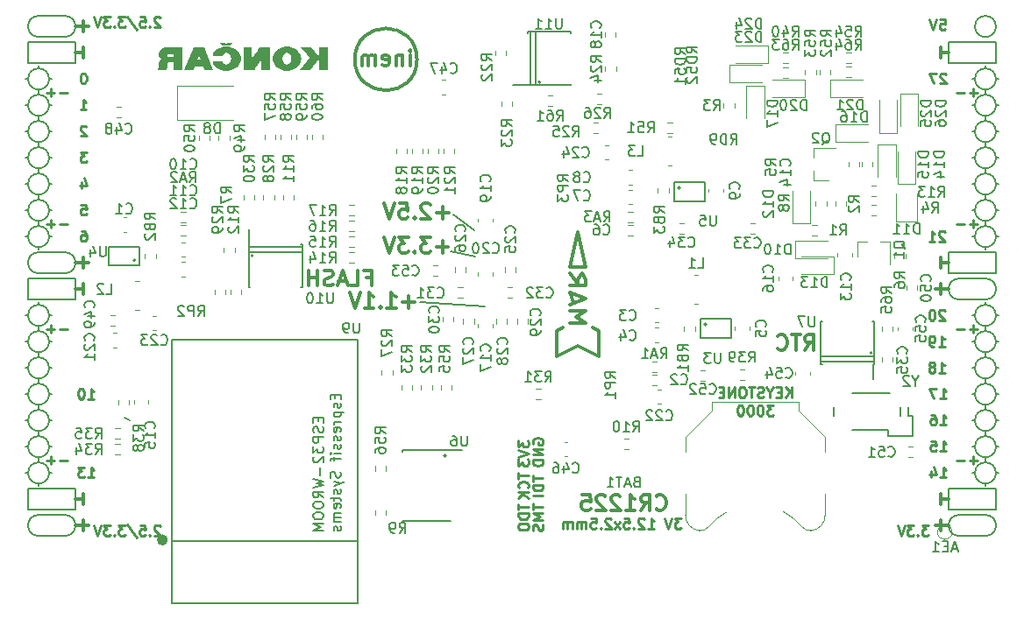
<source format=gbo>
G04 #@! TF.GenerationSoftware,KiCad,Pcbnew,5.0.0-rc2+dfsg1-2*
G04 #@! TF.CreationDate,2018-06-08T13:44:43+02:00*
G04 #@! TF.ProjectId,ulx3s,756C7833732E6B696361645F70636200,rev?*
G04 #@! TF.SameCoordinates,Original*
G04 #@! TF.FileFunction,Legend,Bot*
G04 #@! TF.FilePolarity,Positive*
%FSLAX46Y46*%
G04 Gerber Fmt 4.6, Leading zero omitted, Abs format (unit mm)*
G04 Created by KiCad (PCBNEW 5.0.0-rc2+dfsg1-2) date Fri Jun  8 13:44:43 2018*
%MOMM*%
%LPD*%
G01*
G04 APERTURE LIST*
%ADD10C,0.250000*%
%ADD11C,0.200000*%
%ADD12C,0.300000*%
%ADD13C,0.150000*%
%ADD14C,0.120000*%
%ADD15C,0.500000*%
%ADD16C,0.100000*%
G04 APERTURE END LIST*
D10*
X182887904Y-82575619D02*
X182840285Y-82528000D01*
X182745047Y-82480380D01*
X182506952Y-82480380D01*
X182411714Y-82528000D01*
X182364095Y-82575619D01*
X182316476Y-82670857D01*
X182316476Y-82766095D01*
X182364095Y-82908952D01*
X182935523Y-83480380D01*
X182316476Y-83480380D01*
X181364095Y-83480380D02*
X181935523Y-83480380D01*
X181649809Y-83480380D02*
X181649809Y-82480380D01*
X181745047Y-82623238D01*
X181840285Y-82718476D01*
X181935523Y-82766095D01*
X182887904Y-90195619D02*
X182840285Y-90148000D01*
X182745047Y-90100380D01*
X182506952Y-90100380D01*
X182411714Y-90148000D01*
X182364095Y-90195619D01*
X182316476Y-90290857D01*
X182316476Y-90386095D01*
X182364095Y-90528952D01*
X182935523Y-91100380D01*
X182316476Y-91100380D01*
X181697428Y-90100380D02*
X181602190Y-90100380D01*
X181506952Y-90148000D01*
X181459333Y-90195619D01*
X181411714Y-90290857D01*
X181364095Y-90481333D01*
X181364095Y-90719428D01*
X181411714Y-90909904D01*
X181459333Y-91005142D01*
X181506952Y-91052761D01*
X181602190Y-91100380D01*
X181697428Y-91100380D01*
X181792666Y-91052761D01*
X181840285Y-91005142D01*
X181887904Y-90909904D01*
X181935523Y-90719428D01*
X181935523Y-90481333D01*
X181887904Y-90290857D01*
X181840285Y-90195619D01*
X181792666Y-90148000D01*
X181697428Y-90100380D01*
X182316476Y-93640380D02*
X182887904Y-93640380D01*
X182602190Y-93640380D02*
X182602190Y-92640380D01*
X182697428Y-92783238D01*
X182792666Y-92878476D01*
X182887904Y-92926095D01*
X181840285Y-93640380D02*
X181649809Y-93640380D01*
X181554571Y-93592761D01*
X181506952Y-93545142D01*
X181411714Y-93402285D01*
X181364095Y-93211809D01*
X181364095Y-92830857D01*
X181411714Y-92735619D01*
X181459333Y-92688000D01*
X181554571Y-92640380D01*
X181745047Y-92640380D01*
X181840285Y-92688000D01*
X181887904Y-92735619D01*
X181935523Y-92830857D01*
X181935523Y-93068952D01*
X181887904Y-93164190D01*
X181840285Y-93211809D01*
X181745047Y-93259428D01*
X181554571Y-93259428D01*
X181459333Y-93211809D01*
X181411714Y-93164190D01*
X181364095Y-93068952D01*
X182316476Y-96180380D02*
X182887904Y-96180380D01*
X182602190Y-96180380D02*
X182602190Y-95180380D01*
X182697428Y-95323238D01*
X182792666Y-95418476D01*
X182887904Y-95466095D01*
X181745047Y-95608952D02*
X181840285Y-95561333D01*
X181887904Y-95513714D01*
X181935523Y-95418476D01*
X181935523Y-95370857D01*
X181887904Y-95275619D01*
X181840285Y-95228000D01*
X181745047Y-95180380D01*
X181554571Y-95180380D01*
X181459333Y-95228000D01*
X181411714Y-95275619D01*
X181364095Y-95370857D01*
X181364095Y-95418476D01*
X181411714Y-95513714D01*
X181459333Y-95561333D01*
X181554571Y-95608952D01*
X181745047Y-95608952D01*
X181840285Y-95656571D01*
X181887904Y-95704190D01*
X181935523Y-95799428D01*
X181935523Y-95989904D01*
X181887904Y-96085142D01*
X181840285Y-96132761D01*
X181745047Y-96180380D01*
X181554571Y-96180380D01*
X181459333Y-96132761D01*
X181411714Y-96085142D01*
X181364095Y-95989904D01*
X181364095Y-95799428D01*
X181411714Y-95704190D01*
X181459333Y-95656571D01*
X181554571Y-95608952D01*
D11*
X104148000Y-100808000D02*
X103640000Y-100554000D01*
D12*
X127003714Y-86984857D02*
X127503714Y-86984857D01*
X127503714Y-87770571D02*
X127503714Y-86270571D01*
X126789428Y-86270571D01*
X125503714Y-87770571D02*
X126218000Y-87770571D01*
X126218000Y-86270571D01*
X125075142Y-87342000D02*
X124360857Y-87342000D01*
X125218000Y-87770571D02*
X124718000Y-86270571D01*
X124218000Y-87770571D01*
X123789428Y-87699142D02*
X123575142Y-87770571D01*
X123218000Y-87770571D01*
X123075142Y-87699142D01*
X123003714Y-87627714D01*
X122932285Y-87484857D01*
X122932285Y-87342000D01*
X123003714Y-87199142D01*
X123075142Y-87127714D01*
X123218000Y-87056285D01*
X123503714Y-86984857D01*
X123646571Y-86913428D01*
X123718000Y-86842000D01*
X123789428Y-86699142D01*
X123789428Y-86556285D01*
X123718000Y-86413428D01*
X123646571Y-86342000D01*
X123503714Y-86270571D01*
X123146571Y-86270571D01*
X122932285Y-86342000D01*
X122289428Y-87770571D02*
X122289428Y-86270571D01*
X122289428Y-86984857D02*
X121432285Y-86984857D01*
X121432285Y-87770571D02*
X121432285Y-86270571D01*
D10*
X157418095Y-110252380D02*
X156799047Y-110252380D01*
X157132380Y-110633333D01*
X156989523Y-110633333D01*
X156894285Y-110680952D01*
X156846666Y-110728571D01*
X156799047Y-110823809D01*
X156799047Y-111061904D01*
X156846666Y-111157142D01*
X156894285Y-111204761D01*
X156989523Y-111252380D01*
X157275238Y-111252380D01*
X157370476Y-111204761D01*
X157418095Y-111157142D01*
X156513333Y-110252380D02*
X156180000Y-111252380D01*
X155846666Y-110252380D01*
X154227619Y-111252380D02*
X154799047Y-111252380D01*
X154513333Y-111252380D02*
X154513333Y-110252380D01*
X154608571Y-110395238D01*
X154703809Y-110490476D01*
X154799047Y-110538095D01*
X153846666Y-110347619D02*
X153799047Y-110300000D01*
X153703809Y-110252380D01*
X153465714Y-110252380D01*
X153370476Y-110300000D01*
X153322857Y-110347619D01*
X153275238Y-110442857D01*
X153275238Y-110538095D01*
X153322857Y-110680952D01*
X153894285Y-111252380D01*
X153275238Y-111252380D01*
X152846666Y-111157142D02*
X152799047Y-111204761D01*
X152846666Y-111252380D01*
X152894285Y-111204761D01*
X152846666Y-111157142D01*
X152846666Y-111252380D01*
X151894285Y-110252380D02*
X152370476Y-110252380D01*
X152418095Y-110728571D01*
X152370476Y-110680952D01*
X152275238Y-110633333D01*
X152037142Y-110633333D01*
X151941904Y-110680952D01*
X151894285Y-110728571D01*
X151846666Y-110823809D01*
X151846666Y-111061904D01*
X151894285Y-111157142D01*
X151941904Y-111204761D01*
X152037142Y-111252380D01*
X152275238Y-111252380D01*
X152370476Y-111204761D01*
X152418095Y-111157142D01*
X151513333Y-111252380D02*
X150989523Y-110585714D01*
X151513333Y-110585714D02*
X150989523Y-111252380D01*
X150656190Y-110347619D02*
X150608571Y-110300000D01*
X150513333Y-110252380D01*
X150275238Y-110252380D01*
X150180000Y-110300000D01*
X150132380Y-110347619D01*
X150084761Y-110442857D01*
X150084761Y-110538095D01*
X150132380Y-110680952D01*
X150703809Y-111252380D01*
X150084761Y-111252380D01*
X149656190Y-111157142D02*
X149608571Y-111204761D01*
X149656190Y-111252380D01*
X149703809Y-111204761D01*
X149656190Y-111157142D01*
X149656190Y-111252380D01*
X148703809Y-110252380D02*
X149180000Y-110252380D01*
X149227619Y-110728571D01*
X149180000Y-110680952D01*
X149084761Y-110633333D01*
X148846666Y-110633333D01*
X148751428Y-110680952D01*
X148703809Y-110728571D01*
X148656190Y-110823809D01*
X148656190Y-111061904D01*
X148703809Y-111157142D01*
X148751428Y-111204761D01*
X148846666Y-111252380D01*
X149084761Y-111252380D01*
X149180000Y-111204761D01*
X149227619Y-111157142D01*
X148227619Y-111252380D02*
X148227619Y-110585714D01*
X148227619Y-110680952D02*
X148180000Y-110633333D01*
X148084761Y-110585714D01*
X147941904Y-110585714D01*
X147846666Y-110633333D01*
X147799047Y-110728571D01*
X147799047Y-111252380D01*
X147799047Y-110728571D02*
X147751428Y-110633333D01*
X147656190Y-110585714D01*
X147513333Y-110585714D01*
X147418095Y-110633333D01*
X147370476Y-110728571D01*
X147370476Y-111252380D01*
X146894285Y-111252380D02*
X146894285Y-110585714D01*
X146894285Y-110680952D02*
X146846666Y-110633333D01*
X146751428Y-110585714D01*
X146608571Y-110585714D01*
X146513333Y-110633333D01*
X146465714Y-110728571D01*
X146465714Y-111252380D01*
X146465714Y-110728571D02*
X146418095Y-110633333D01*
X146322857Y-110585714D01*
X146180000Y-110585714D01*
X146084761Y-110633333D01*
X146037142Y-110728571D01*
X146037142Y-111252380D01*
D11*
X134755000Y-104237000D02*
G75*
G03X134755000Y-104237000I-127000J0D01*
G01*
X135390000Y-80869000D02*
X137422000Y-82393000D01*
X135136000Y-84425000D02*
X137549000Y-84933000D01*
X132215000Y-89378000D02*
X138438000Y-89759000D01*
D10*
X168085000Y-98577380D02*
X168085000Y-97577380D01*
X167513571Y-98577380D02*
X167942142Y-98005952D01*
X167513571Y-97577380D02*
X168085000Y-98148809D01*
X167085000Y-98053571D02*
X166751666Y-98053571D01*
X166608809Y-98577380D02*
X167085000Y-98577380D01*
X167085000Y-97577380D01*
X166608809Y-97577380D01*
X165989761Y-98101190D02*
X165989761Y-98577380D01*
X166323095Y-97577380D02*
X165989761Y-98101190D01*
X165656428Y-97577380D01*
X165370714Y-98529761D02*
X165227857Y-98577380D01*
X164989761Y-98577380D01*
X164894523Y-98529761D01*
X164846904Y-98482142D01*
X164799285Y-98386904D01*
X164799285Y-98291666D01*
X164846904Y-98196428D01*
X164894523Y-98148809D01*
X164989761Y-98101190D01*
X165180238Y-98053571D01*
X165275476Y-98005952D01*
X165323095Y-97958333D01*
X165370714Y-97863095D01*
X165370714Y-97767857D01*
X165323095Y-97672619D01*
X165275476Y-97625000D01*
X165180238Y-97577380D01*
X164942142Y-97577380D01*
X164799285Y-97625000D01*
X164513571Y-97577380D02*
X163942142Y-97577380D01*
X164227857Y-98577380D02*
X164227857Y-97577380D01*
X163418333Y-97577380D02*
X163227857Y-97577380D01*
X163132619Y-97625000D01*
X163037380Y-97720238D01*
X162989761Y-97910714D01*
X162989761Y-98244047D01*
X163037380Y-98434523D01*
X163132619Y-98529761D01*
X163227857Y-98577380D01*
X163418333Y-98577380D01*
X163513571Y-98529761D01*
X163608809Y-98434523D01*
X163656428Y-98244047D01*
X163656428Y-97910714D01*
X163608809Y-97720238D01*
X163513571Y-97625000D01*
X163418333Y-97577380D01*
X162561190Y-98577380D02*
X162561190Y-97577380D01*
X161989761Y-98577380D01*
X161989761Y-97577380D01*
X161513571Y-98053571D02*
X161180238Y-98053571D01*
X161037380Y-98577380D02*
X161513571Y-98577380D01*
X161513571Y-97577380D01*
X161037380Y-97577380D01*
X166346904Y-99327380D02*
X165727857Y-99327380D01*
X166061190Y-99708333D01*
X165918333Y-99708333D01*
X165823095Y-99755952D01*
X165775476Y-99803571D01*
X165727857Y-99898809D01*
X165727857Y-100136904D01*
X165775476Y-100232142D01*
X165823095Y-100279761D01*
X165918333Y-100327380D01*
X166204047Y-100327380D01*
X166299285Y-100279761D01*
X166346904Y-100232142D01*
X165108809Y-99327380D02*
X165013571Y-99327380D01*
X164918333Y-99375000D01*
X164870714Y-99422619D01*
X164823095Y-99517857D01*
X164775476Y-99708333D01*
X164775476Y-99946428D01*
X164823095Y-100136904D01*
X164870714Y-100232142D01*
X164918333Y-100279761D01*
X165013571Y-100327380D01*
X165108809Y-100327380D01*
X165204047Y-100279761D01*
X165251666Y-100232142D01*
X165299285Y-100136904D01*
X165346904Y-99946428D01*
X165346904Y-99708333D01*
X165299285Y-99517857D01*
X165251666Y-99422619D01*
X165204047Y-99375000D01*
X165108809Y-99327380D01*
X164156428Y-99327380D02*
X164061190Y-99327380D01*
X163965952Y-99375000D01*
X163918333Y-99422619D01*
X163870714Y-99517857D01*
X163823095Y-99708333D01*
X163823095Y-99946428D01*
X163870714Y-100136904D01*
X163918333Y-100232142D01*
X163965952Y-100279761D01*
X164061190Y-100327380D01*
X164156428Y-100327380D01*
X164251666Y-100279761D01*
X164299285Y-100232142D01*
X164346904Y-100136904D01*
X164394523Y-99946428D01*
X164394523Y-99708333D01*
X164346904Y-99517857D01*
X164299285Y-99422619D01*
X164251666Y-99375000D01*
X164156428Y-99327380D01*
X163204047Y-99327380D02*
X163108809Y-99327380D01*
X163013571Y-99375000D01*
X162965952Y-99422619D01*
X162918333Y-99517857D01*
X162870714Y-99708333D01*
X162870714Y-99946428D01*
X162918333Y-100136904D01*
X162965952Y-100232142D01*
X163013571Y-100279761D01*
X163108809Y-100327380D01*
X163204047Y-100327380D01*
X163299285Y-100279761D01*
X163346904Y-100232142D01*
X163394523Y-100136904D01*
X163442142Y-99946428D01*
X163442142Y-99708333D01*
X163394523Y-99517857D01*
X163346904Y-99422619D01*
X163299285Y-99375000D01*
X163204047Y-99327380D01*
D12*
X182492000Y-87582000D02*
X182492000Y-88598000D01*
X183254000Y-88090000D02*
X181984000Y-88090000D01*
X182492000Y-110442000D02*
X182492000Y-111458000D01*
X183254000Y-110950000D02*
X181984000Y-110950000D01*
X99688000Y-62182000D02*
X99688000Y-63198000D01*
X98926000Y-62690000D02*
X100196000Y-62690000D01*
X99688000Y-110442000D02*
X99688000Y-111458000D01*
X98926000Y-110950000D02*
X100196000Y-110950000D01*
X99688000Y-85042000D02*
X99688000Y-86058000D01*
X98926000Y-85550000D02*
X100196000Y-85550000D01*
D11*
X187826000Y-62690000D02*
G75*
G03X187826000Y-62690000I-1016000J0D01*
G01*
X184270000Y-87074000D02*
X186810000Y-87074000D01*
X184270000Y-89106000D02*
X186810000Y-89106000D01*
X184270000Y-87074000D02*
G75*
G03X184270000Y-89106000I0J-1016000D01*
G01*
X186810000Y-89106000D02*
G75*
G03X186810000Y-87074000I0J1016000D01*
G01*
X184270000Y-111966000D02*
X186810000Y-111966000D01*
X184270000Y-109934000D02*
X186810000Y-109934000D01*
X184270000Y-109934000D02*
G75*
G03X184270000Y-111966000I0J-1016000D01*
G01*
X186810000Y-111966000D02*
G75*
G03X186810000Y-109934000I0J1016000D01*
G01*
X97910000Y-63706000D02*
G75*
G03X97910000Y-61674000I0J1016000D01*
G01*
X95370000Y-61674000D02*
X97910000Y-61674000D01*
X95370000Y-63706000D02*
X97910000Y-63706000D01*
X95370000Y-61674000D02*
G75*
G03X95370000Y-63706000I0J-1016000D01*
G01*
X95370000Y-86566000D02*
X97910000Y-86566000D01*
X95370000Y-84534000D02*
X97910000Y-84534000D01*
X95370000Y-84534000D02*
G75*
G03X95370000Y-86566000I0J-1016000D01*
G01*
X97910000Y-86566000D02*
G75*
G03X97910000Y-84534000I0J1016000D01*
G01*
X95370000Y-111966000D02*
X97910000Y-111966000D01*
X95370000Y-109934000D02*
X97910000Y-109934000D01*
X95370000Y-109934000D02*
G75*
G03X95370000Y-111966000I0J-1016000D01*
G01*
X97910000Y-111966000D02*
G75*
G03X97910000Y-109934000I0J1016000D01*
G01*
X98926000Y-107394000D02*
X94354000Y-107394000D01*
X98926000Y-109426000D02*
X98926000Y-107394000D01*
X94354000Y-109426000D02*
X98926000Y-109426000D01*
X94354000Y-107394000D02*
X94354000Y-109426000D01*
X187826000Y-107394000D02*
X183254000Y-107394000D01*
X187826000Y-109426000D02*
X187826000Y-107394000D01*
X183254000Y-109426000D02*
X187826000Y-109426000D01*
X183254000Y-107394000D02*
X183254000Y-109426000D01*
X187826000Y-84534000D02*
X183254000Y-84534000D01*
X187826000Y-86566000D02*
X187826000Y-84534000D01*
X183254000Y-86566000D02*
X187826000Y-86566000D01*
X183254000Y-84534000D02*
X183254000Y-86566000D01*
X187826000Y-64214000D02*
X183254000Y-64214000D01*
X187826000Y-66246000D02*
X187826000Y-64214000D01*
X183254000Y-66246000D02*
X187826000Y-66246000D01*
X183254000Y-64214000D02*
X183254000Y-66246000D01*
X98926000Y-64214000D02*
X94354000Y-64214000D01*
X98926000Y-66246000D02*
X98926000Y-64214000D01*
X94354000Y-66246000D02*
X98926000Y-66246000D01*
X94354000Y-64214000D02*
X94354000Y-66246000D01*
X98926000Y-87074000D02*
X94354000Y-87074000D01*
X98926000Y-89106000D02*
X98926000Y-87074000D01*
X94354000Y-89106000D02*
X98926000Y-89106000D01*
X94354000Y-87074000D02*
X94354000Y-89106000D01*
D10*
X186032000Y-91971428D02*
X185270095Y-91971428D01*
X185651047Y-92352380D02*
X185651047Y-91590476D01*
X184793904Y-91971428D02*
X184032000Y-91971428D01*
X186032000Y-69111428D02*
X185270095Y-69111428D01*
X185651047Y-69492380D02*
X185651047Y-68730476D01*
X184793904Y-69111428D02*
X184032000Y-69111428D01*
X186032000Y-81811428D02*
X185270095Y-81811428D01*
X185651047Y-82192380D02*
X185651047Y-81430476D01*
X184793904Y-81811428D02*
X184032000Y-81811428D01*
X186032000Y-104671428D02*
X185270095Y-104671428D01*
X185651047Y-105052380D02*
X185651047Y-104290476D01*
X184793904Y-104671428D02*
X184032000Y-104671428D01*
X98148000Y-104671428D02*
X97386095Y-104671428D01*
X96909904Y-104671428D02*
X96148000Y-104671428D01*
X96528952Y-105052380D02*
X96528952Y-104290476D01*
X98148000Y-91971428D02*
X97386095Y-91971428D01*
X96909904Y-91971428D02*
X96148000Y-91971428D01*
X96528952Y-92352380D02*
X96528952Y-91590476D01*
X98148000Y-81811428D02*
X97386095Y-81811428D01*
X96909904Y-81811428D02*
X96148000Y-81811428D01*
X96528952Y-82192380D02*
X96528952Y-81430476D01*
X98148000Y-69111428D02*
X97386095Y-69111428D01*
X96909904Y-69111428D02*
X96148000Y-69111428D01*
X96528952Y-69492380D02*
X96528952Y-68730476D01*
D12*
X182492000Y-107902000D02*
X182492000Y-108918000D01*
X183254000Y-108410000D02*
X182492000Y-108410000D01*
D11*
X95370000Y-96726000D02*
X95370000Y-97234000D01*
X96386000Y-95710000D02*
X96640000Y-95710000D01*
X94354000Y-95710000D02*
X94100000Y-95710000D01*
X187826000Y-98250000D02*
X188080000Y-98250000D01*
X187826000Y-83010000D02*
X188080000Y-83010000D01*
X95370000Y-107140000D02*
X95370000Y-106886000D01*
X96386000Y-105870000D02*
X96640000Y-105870000D01*
X94354000Y-105870000D02*
X94100000Y-105870000D01*
X94354000Y-103330000D02*
X94100000Y-103330000D01*
X95370000Y-104346000D02*
X95370000Y-104854000D01*
X96386000Y-103330000D02*
X96640000Y-103330000D01*
X94354000Y-100790000D02*
X94100000Y-100790000D01*
X95370000Y-102314000D02*
X95370000Y-101806000D01*
X96386000Y-100790000D02*
X96640000Y-100790000D01*
X95370000Y-99266000D02*
X95370000Y-99774000D01*
X94354000Y-98250000D02*
X94100000Y-98250000D01*
X96386000Y-98250000D02*
X96640000Y-98250000D01*
X95370000Y-94186000D02*
X95370000Y-94694000D01*
X96386000Y-93170000D02*
X96640000Y-93170000D01*
X94354000Y-93170000D02*
X94100000Y-93170000D01*
X94354000Y-90630000D02*
X94100000Y-90630000D01*
X95370000Y-91646000D02*
X95370000Y-92154000D01*
X96640000Y-90630000D02*
X96386000Y-90630000D01*
X95370000Y-89360000D02*
X95370000Y-89614000D01*
X94354000Y-83010000D02*
X94100000Y-83010000D01*
X95370000Y-84280000D02*
X95370000Y-84026000D01*
X96386000Y-83010000D02*
X96640000Y-83010000D01*
X95370000Y-81486000D02*
X95370000Y-81994000D01*
X94354000Y-80470000D02*
X94100000Y-80470000D01*
X96640000Y-80470000D02*
X96386000Y-80470000D01*
X95370000Y-78946000D02*
X95370000Y-79454000D01*
X96386000Y-77930000D02*
X96640000Y-77930000D01*
X94354000Y-77930000D02*
X94100000Y-77930000D01*
X95370000Y-76406000D02*
X95370000Y-76914000D01*
X94354000Y-75390000D02*
X94100000Y-75390000D01*
X96386000Y-75390000D02*
X96640000Y-75390000D01*
X95370000Y-73866000D02*
X95370000Y-74374000D01*
X96386000Y-72850000D02*
X96640000Y-72850000D01*
X94100000Y-72850000D02*
X94354000Y-72850000D01*
X94354000Y-70310000D02*
X94100000Y-70310000D01*
X96640000Y-70310000D02*
X96386000Y-70310000D01*
X95370000Y-71326000D02*
X95370000Y-71834000D01*
X95370000Y-68786000D02*
X95370000Y-69294000D01*
X96386000Y-67770000D02*
X96640000Y-67770000D01*
X94354000Y-67770000D02*
X94100000Y-67770000D01*
X95370000Y-66500000D02*
X95370000Y-66754000D01*
X187826000Y-105870000D02*
X188080000Y-105870000D01*
X186810000Y-107140000D02*
X186810000Y-106886000D01*
X185540000Y-105870000D02*
X185794000Y-105870000D01*
X186810000Y-104346000D02*
X186810000Y-104854000D01*
X187826000Y-103330000D02*
X188080000Y-103330000D01*
X185540000Y-103330000D02*
X185794000Y-103330000D01*
X186810000Y-101806000D02*
X186810000Y-102314000D01*
X187826000Y-100790000D02*
X188080000Y-100790000D01*
X185540000Y-100790000D02*
X185794000Y-100790000D01*
X186810000Y-99266000D02*
X186810000Y-99774000D01*
X185540000Y-98250000D02*
X185794000Y-98250000D01*
X186810000Y-97234000D02*
X186810000Y-96726000D01*
X187826000Y-95710000D02*
X188080000Y-95710000D01*
X185540000Y-95710000D02*
X185794000Y-95710000D01*
X186810000Y-94694000D02*
X186810000Y-94186000D01*
X187826000Y-93170000D02*
X188080000Y-93170000D01*
X185540000Y-93170000D02*
X185794000Y-93170000D01*
X186810000Y-92154000D02*
X186810000Y-91646000D01*
X187826000Y-90630000D02*
X188080000Y-90630000D01*
X185540000Y-90630000D02*
X185794000Y-90630000D01*
X186810000Y-89360000D02*
X186810000Y-89614000D01*
X186810000Y-84280000D02*
X186810000Y-84026000D01*
X185540000Y-83010000D02*
X185794000Y-83010000D01*
X186810000Y-81994000D02*
X186810000Y-81486000D01*
X185794000Y-80470000D02*
X185540000Y-80470000D01*
X187826000Y-80470000D02*
X188080000Y-80470000D01*
X186810000Y-78946000D02*
X186810000Y-79454000D01*
X185794000Y-77930000D02*
X185540000Y-77930000D01*
X187826000Y-77930000D02*
X188080000Y-77930000D01*
X186810000Y-76406000D02*
X186810000Y-76914000D01*
X186810000Y-73866000D02*
X186810000Y-74374000D01*
X185794000Y-75390000D02*
X185540000Y-75390000D01*
X187826000Y-75390000D02*
X188080000Y-75390000D01*
X187826000Y-72850000D02*
X188080000Y-72850000D01*
X185540000Y-72850000D02*
X185794000Y-72850000D01*
X186810000Y-71834000D02*
X186810000Y-71326000D01*
X187826000Y-70310000D02*
X188080000Y-70310000D01*
X185540000Y-70310000D02*
X185794000Y-70310000D01*
X187826000Y-67770000D02*
X188080000Y-67770000D01*
X186810000Y-68786000D02*
X186810000Y-69294000D01*
X185540000Y-67770000D02*
X185794000Y-67770000D01*
X186810000Y-66500000D02*
X186810000Y-66754000D01*
X187826000Y-67770000D02*
G75*
G03X187826000Y-67770000I-1016000J0D01*
G01*
X187826000Y-70310000D02*
G75*
G03X187826000Y-70310000I-1016000J0D01*
G01*
X187826000Y-72850000D02*
G75*
G03X187826000Y-72850000I-1016000J0D01*
G01*
X187826000Y-75390000D02*
G75*
G03X187826000Y-75390000I-1016000J0D01*
G01*
X187826000Y-77930000D02*
G75*
G03X187826000Y-77930000I-1016000J0D01*
G01*
X187826000Y-80470000D02*
G75*
G03X187826000Y-80470000I-1016000J0D01*
G01*
X187826000Y-83010000D02*
G75*
G03X187826000Y-83010000I-1016000J0D01*
G01*
X187826000Y-90630000D02*
G75*
G03X187826000Y-90630000I-1016000J0D01*
G01*
X187826000Y-93170000D02*
G75*
G03X187826000Y-93170000I-1016000J0D01*
G01*
X187826000Y-95710000D02*
G75*
G03X187826000Y-95710000I-1016000J0D01*
G01*
X187826000Y-98250000D02*
G75*
G03X187826000Y-98250000I-1016000J0D01*
G01*
X187826000Y-100790000D02*
G75*
G03X187826000Y-100790000I-1016000J0D01*
G01*
X187826000Y-103330000D02*
G75*
G03X187826000Y-103330000I-1016000J0D01*
G01*
X187826000Y-105870000D02*
G75*
G03X187826000Y-105870000I-1016000J0D01*
G01*
X96386000Y-105870000D02*
G75*
G03X96386000Y-105870000I-1016000J0D01*
G01*
X96386000Y-103330000D02*
G75*
G03X96386000Y-103330000I-1016000J0D01*
G01*
X96386000Y-100790000D02*
G75*
G03X96386000Y-100790000I-1016000J0D01*
G01*
X96386000Y-98250000D02*
G75*
G03X96386000Y-98250000I-1016000J0D01*
G01*
X96386000Y-95710000D02*
G75*
G03X96386000Y-95710000I-1016000J0D01*
G01*
X96386000Y-93170000D02*
G75*
G03X96386000Y-93170000I-1016000J0D01*
G01*
X96386000Y-90630000D02*
G75*
G03X96386000Y-90630000I-1016000J0D01*
G01*
X96386000Y-83010000D02*
G75*
G03X96386000Y-83010000I-1016000J0D01*
G01*
X96386000Y-80470000D02*
G75*
G03X96386000Y-80470000I-1016000J0D01*
G01*
X96386000Y-77930000D02*
G75*
G03X96386000Y-77930000I-1016000J0D01*
G01*
X96386000Y-75390000D02*
G75*
G03X96386000Y-75390000I-1016000J0D01*
G01*
X96386000Y-72850000D02*
G75*
G03X96386000Y-72850000I-1016000J0D01*
G01*
X96386000Y-70310000D02*
G75*
G03X96386000Y-70310000I-1016000J0D01*
G01*
X96386000Y-67770000D02*
G75*
G03X96386000Y-67770000I-1016000J0D01*
G01*
D10*
X182428476Y-62015380D02*
X182904666Y-62015380D01*
X182952285Y-62491571D01*
X182904666Y-62443952D01*
X182809428Y-62396333D01*
X182571333Y-62396333D01*
X182476095Y-62443952D01*
X182428476Y-62491571D01*
X182380857Y-62586809D01*
X182380857Y-62824904D01*
X182428476Y-62920142D01*
X182476095Y-62967761D01*
X182571333Y-63015380D01*
X182809428Y-63015380D01*
X182904666Y-62967761D01*
X182952285Y-62920142D01*
X182095142Y-62015380D02*
X181761809Y-63015380D01*
X181428476Y-62015380D01*
D12*
X182492000Y-64722000D02*
X182492000Y-65738000D01*
X183254000Y-65230000D02*
X182492000Y-65230000D01*
D10*
X182999904Y-67317619D02*
X182952285Y-67270000D01*
X182857047Y-67222380D01*
X182618952Y-67222380D01*
X182523714Y-67270000D01*
X182476095Y-67317619D01*
X182428476Y-67412857D01*
X182428476Y-67508095D01*
X182476095Y-67650952D01*
X183047523Y-68222380D01*
X182428476Y-68222380D01*
X182095142Y-67222380D02*
X181428476Y-67222380D01*
X181857047Y-68222380D01*
D12*
X182492000Y-85042000D02*
X182492000Y-86058000D01*
X183254000Y-85550000D02*
X182492000Y-85550000D01*
D10*
X182428476Y-98702380D02*
X182999904Y-98702380D01*
X182714190Y-98702380D02*
X182714190Y-97702380D01*
X182809428Y-97845238D01*
X182904666Y-97940476D01*
X182999904Y-97988095D01*
X182095142Y-97702380D02*
X181428476Y-97702380D01*
X181857047Y-98702380D01*
X182428476Y-101242380D02*
X182999904Y-101242380D01*
X182714190Y-101242380D02*
X182714190Y-100242380D01*
X182809428Y-100385238D01*
X182904666Y-100480476D01*
X182999904Y-100528095D01*
X181571333Y-100242380D02*
X181761809Y-100242380D01*
X181857047Y-100290000D01*
X181904666Y-100337619D01*
X181999904Y-100480476D01*
X182047523Y-100670952D01*
X182047523Y-101051904D01*
X181999904Y-101147142D01*
X181952285Y-101194761D01*
X181857047Y-101242380D01*
X181666571Y-101242380D01*
X181571333Y-101194761D01*
X181523714Y-101147142D01*
X181476095Y-101051904D01*
X181476095Y-100813809D01*
X181523714Y-100718571D01*
X181571333Y-100670952D01*
X181666571Y-100623333D01*
X181857047Y-100623333D01*
X181952285Y-100670952D01*
X181999904Y-100718571D01*
X182047523Y-100813809D01*
X182428476Y-103782380D02*
X182999904Y-103782380D01*
X182714190Y-103782380D02*
X182714190Y-102782380D01*
X182809428Y-102925238D01*
X182904666Y-103020476D01*
X182999904Y-103068095D01*
X181523714Y-102782380D02*
X181999904Y-102782380D01*
X182047523Y-103258571D01*
X181999904Y-103210952D01*
X181904666Y-103163333D01*
X181666571Y-103163333D01*
X181571333Y-103210952D01*
X181523714Y-103258571D01*
X181476095Y-103353809D01*
X181476095Y-103591904D01*
X181523714Y-103687142D01*
X181571333Y-103734761D01*
X181666571Y-103782380D01*
X181904666Y-103782380D01*
X181999904Y-103734761D01*
X182047523Y-103687142D01*
X182428476Y-106322380D02*
X182999904Y-106322380D01*
X182714190Y-106322380D02*
X182714190Y-105322380D01*
X182809428Y-105465238D01*
X182904666Y-105560476D01*
X182999904Y-105608095D01*
X181571333Y-105655714D02*
X181571333Y-106322380D01*
X181809428Y-105274761D02*
X182047523Y-105989047D01*
X181428476Y-105989047D01*
X181312642Y-110928380D02*
X180693595Y-110928380D01*
X181026928Y-111309333D01*
X180884071Y-111309333D01*
X180788833Y-111356952D01*
X180741214Y-111404571D01*
X180693595Y-111499809D01*
X180693595Y-111737904D01*
X180741214Y-111833142D01*
X180788833Y-111880761D01*
X180884071Y-111928380D01*
X181169785Y-111928380D01*
X181265023Y-111880761D01*
X181312642Y-111833142D01*
X180265023Y-111833142D02*
X180217404Y-111880761D01*
X180265023Y-111928380D01*
X180312642Y-111880761D01*
X180265023Y-111833142D01*
X180265023Y-111928380D01*
X179884071Y-110928380D02*
X179265023Y-110928380D01*
X179598357Y-111309333D01*
X179455500Y-111309333D01*
X179360261Y-111356952D01*
X179312642Y-111404571D01*
X179265023Y-111499809D01*
X179265023Y-111737904D01*
X179312642Y-111833142D01*
X179360261Y-111880761D01*
X179455500Y-111928380D01*
X179741214Y-111928380D01*
X179836452Y-111880761D01*
X179884071Y-111833142D01*
X178979309Y-110928380D02*
X178645976Y-111928380D01*
X178312642Y-110928380D01*
D12*
X99688000Y-108918000D02*
X99688000Y-107902000D01*
X98926000Y-108410000D02*
X99688000Y-108410000D01*
X99688000Y-88598000D02*
X99688000Y-87582000D01*
X98926000Y-88090000D02*
X99688000Y-88090000D01*
X99688000Y-64722000D02*
X99688000Y-65738000D01*
X98926000Y-65230000D02*
X99688000Y-65230000D01*
D10*
X107103690Y-111023619D02*
X107056071Y-110976000D01*
X106960833Y-110928380D01*
X106722738Y-110928380D01*
X106627500Y-110976000D01*
X106579880Y-111023619D01*
X106532261Y-111118857D01*
X106532261Y-111214095D01*
X106579880Y-111356952D01*
X107151309Y-111928380D01*
X106532261Y-111928380D01*
X106103690Y-111833142D02*
X106056071Y-111880761D01*
X106103690Y-111928380D01*
X106151309Y-111880761D01*
X106103690Y-111833142D01*
X106103690Y-111928380D01*
X105151309Y-110928380D02*
X105627500Y-110928380D01*
X105675119Y-111404571D01*
X105627500Y-111356952D01*
X105532261Y-111309333D01*
X105294166Y-111309333D01*
X105198928Y-111356952D01*
X105151309Y-111404571D01*
X105103690Y-111499809D01*
X105103690Y-111737904D01*
X105151309Y-111833142D01*
X105198928Y-111880761D01*
X105294166Y-111928380D01*
X105532261Y-111928380D01*
X105627500Y-111880761D01*
X105675119Y-111833142D01*
X103960833Y-110880761D02*
X104817976Y-112166476D01*
X103722738Y-110928380D02*
X103103690Y-110928380D01*
X103437023Y-111309333D01*
X103294166Y-111309333D01*
X103198928Y-111356952D01*
X103151309Y-111404571D01*
X103103690Y-111499809D01*
X103103690Y-111737904D01*
X103151309Y-111833142D01*
X103198928Y-111880761D01*
X103294166Y-111928380D01*
X103579880Y-111928380D01*
X103675119Y-111880761D01*
X103722738Y-111833142D01*
X102675119Y-111833142D02*
X102627500Y-111880761D01*
X102675119Y-111928380D01*
X102722738Y-111880761D01*
X102675119Y-111833142D01*
X102675119Y-111928380D01*
X102294166Y-110928380D02*
X101675119Y-110928380D01*
X102008452Y-111309333D01*
X101865595Y-111309333D01*
X101770357Y-111356952D01*
X101722738Y-111404571D01*
X101675119Y-111499809D01*
X101675119Y-111737904D01*
X101722738Y-111833142D01*
X101770357Y-111880761D01*
X101865595Y-111928380D01*
X102151309Y-111928380D01*
X102246547Y-111880761D01*
X102294166Y-111833142D01*
X101389404Y-110928380D02*
X101056071Y-111928380D01*
X100722738Y-110928380D01*
X100132476Y-106322380D02*
X100703904Y-106322380D01*
X100418190Y-106322380D02*
X100418190Y-105322380D01*
X100513428Y-105465238D01*
X100608666Y-105560476D01*
X100703904Y-105608095D01*
X99799142Y-105322380D02*
X99180095Y-105322380D01*
X99513428Y-105703333D01*
X99370571Y-105703333D01*
X99275333Y-105750952D01*
X99227714Y-105798571D01*
X99180095Y-105893809D01*
X99180095Y-106131904D01*
X99227714Y-106227142D01*
X99275333Y-106274761D01*
X99370571Y-106322380D01*
X99656285Y-106322380D01*
X99751523Y-106274761D01*
X99799142Y-106227142D01*
X100147476Y-98720380D02*
X100718904Y-98720380D01*
X100433190Y-98720380D02*
X100433190Y-97720380D01*
X100528428Y-97863238D01*
X100623666Y-97958476D01*
X100718904Y-98006095D01*
X99528428Y-97720380D02*
X99433190Y-97720380D01*
X99337952Y-97768000D01*
X99290333Y-97815619D01*
X99242714Y-97910857D01*
X99195095Y-98101333D01*
X99195095Y-98339428D01*
X99242714Y-98529904D01*
X99290333Y-98625142D01*
X99337952Y-98672761D01*
X99433190Y-98720380D01*
X99528428Y-98720380D01*
X99623666Y-98672761D01*
X99671285Y-98625142D01*
X99718904Y-98529904D01*
X99766523Y-98339428D01*
X99766523Y-98101333D01*
X99718904Y-97910857D01*
X99671285Y-97815619D01*
X99623666Y-97768000D01*
X99528428Y-97720380D01*
X99512523Y-82462380D02*
X99703000Y-82462380D01*
X99798238Y-82510000D01*
X99845857Y-82557619D01*
X99941095Y-82700476D01*
X99988714Y-82890952D01*
X99988714Y-83271904D01*
X99941095Y-83367142D01*
X99893476Y-83414761D01*
X99798238Y-83462380D01*
X99607761Y-83462380D01*
X99512523Y-83414761D01*
X99464904Y-83367142D01*
X99417285Y-83271904D01*
X99417285Y-83033809D01*
X99464904Y-82938571D01*
X99512523Y-82890952D01*
X99607761Y-82843333D01*
X99798238Y-82843333D01*
X99893476Y-82890952D01*
X99941095Y-82938571D01*
X99988714Y-83033809D01*
X99464904Y-79922380D02*
X99941095Y-79922380D01*
X99988714Y-80398571D01*
X99941095Y-80350952D01*
X99845857Y-80303333D01*
X99607761Y-80303333D01*
X99512523Y-80350952D01*
X99464904Y-80398571D01*
X99417285Y-80493809D01*
X99417285Y-80731904D01*
X99464904Y-80827142D01*
X99512523Y-80874761D01*
X99607761Y-80922380D01*
X99845857Y-80922380D01*
X99941095Y-80874761D01*
X99988714Y-80827142D01*
X99512523Y-77715714D02*
X99512523Y-78382380D01*
X99750619Y-77334761D02*
X99988714Y-78049047D01*
X99369666Y-78049047D01*
X100021333Y-74842380D02*
X99402285Y-74842380D01*
X99735619Y-75223333D01*
X99592761Y-75223333D01*
X99497523Y-75270952D01*
X99449904Y-75318571D01*
X99402285Y-75413809D01*
X99402285Y-75651904D01*
X99449904Y-75747142D01*
X99497523Y-75794761D01*
X99592761Y-75842380D01*
X99878476Y-75842380D01*
X99973714Y-75794761D01*
X100021333Y-75747142D01*
X99973714Y-72397619D02*
X99926095Y-72350000D01*
X99830857Y-72302380D01*
X99592761Y-72302380D01*
X99497523Y-72350000D01*
X99449904Y-72397619D01*
X99402285Y-72492857D01*
X99402285Y-72588095D01*
X99449904Y-72730952D01*
X100021333Y-73302380D01*
X99402285Y-73302380D01*
X99402285Y-70762380D02*
X99973714Y-70762380D01*
X99688000Y-70762380D02*
X99688000Y-69762380D01*
X99783238Y-69905238D01*
X99878476Y-70000476D01*
X99973714Y-70048095D01*
X99750619Y-67222380D02*
X99655380Y-67222380D01*
X99560142Y-67270000D01*
X99512523Y-67317619D01*
X99464904Y-67412857D01*
X99417285Y-67603333D01*
X99417285Y-67841428D01*
X99464904Y-68031904D01*
X99512523Y-68127142D01*
X99560142Y-68174761D01*
X99655380Y-68222380D01*
X99750619Y-68222380D01*
X99845857Y-68174761D01*
X99893476Y-68127142D01*
X99941095Y-68031904D01*
X99988714Y-67841428D01*
X99988714Y-67603333D01*
X99941095Y-67412857D01*
X99893476Y-67317619D01*
X99845857Y-67270000D01*
X99750619Y-67222380D01*
X107103690Y-61874619D02*
X107056071Y-61827000D01*
X106960833Y-61779380D01*
X106722738Y-61779380D01*
X106627500Y-61827000D01*
X106579880Y-61874619D01*
X106532261Y-61969857D01*
X106532261Y-62065095D01*
X106579880Y-62207952D01*
X107151309Y-62779380D01*
X106532261Y-62779380D01*
X106103690Y-62684142D02*
X106056071Y-62731761D01*
X106103690Y-62779380D01*
X106151309Y-62731761D01*
X106103690Y-62684142D01*
X106103690Y-62779380D01*
X105151309Y-61779380D02*
X105627500Y-61779380D01*
X105675119Y-62255571D01*
X105627500Y-62207952D01*
X105532261Y-62160333D01*
X105294166Y-62160333D01*
X105198928Y-62207952D01*
X105151309Y-62255571D01*
X105103690Y-62350809D01*
X105103690Y-62588904D01*
X105151309Y-62684142D01*
X105198928Y-62731761D01*
X105294166Y-62779380D01*
X105532261Y-62779380D01*
X105627500Y-62731761D01*
X105675119Y-62684142D01*
X103960833Y-61731761D02*
X104817976Y-63017476D01*
X103722738Y-61779380D02*
X103103690Y-61779380D01*
X103437023Y-62160333D01*
X103294166Y-62160333D01*
X103198928Y-62207952D01*
X103151309Y-62255571D01*
X103103690Y-62350809D01*
X103103690Y-62588904D01*
X103151309Y-62684142D01*
X103198928Y-62731761D01*
X103294166Y-62779380D01*
X103579880Y-62779380D01*
X103675119Y-62731761D01*
X103722738Y-62684142D01*
X102675119Y-62684142D02*
X102627500Y-62731761D01*
X102675119Y-62779380D01*
X102722738Y-62731761D01*
X102675119Y-62684142D01*
X102675119Y-62779380D01*
X102294166Y-61779380D02*
X101675119Y-61779380D01*
X102008452Y-62160333D01*
X101865595Y-62160333D01*
X101770357Y-62207952D01*
X101722738Y-62255571D01*
X101675119Y-62350809D01*
X101675119Y-62588904D01*
X101722738Y-62684142D01*
X101770357Y-62731761D01*
X101865595Y-62779380D01*
X102151309Y-62779380D01*
X102246547Y-62731761D01*
X102294166Y-62684142D01*
X101389404Y-61779380D02*
X101056071Y-62779380D01*
X100722738Y-61779380D01*
D12*
X155027857Y-109335714D02*
X155099285Y-109407142D01*
X155313571Y-109478571D01*
X155456428Y-109478571D01*
X155670714Y-109407142D01*
X155813571Y-109264285D01*
X155885000Y-109121428D01*
X155956428Y-108835714D01*
X155956428Y-108621428D01*
X155885000Y-108335714D01*
X155813571Y-108192857D01*
X155670714Y-108050000D01*
X155456428Y-107978571D01*
X155313571Y-107978571D01*
X155099285Y-108050000D01*
X155027857Y-108121428D01*
X153527857Y-109478571D02*
X154027857Y-108764285D01*
X154385000Y-109478571D02*
X154385000Y-107978571D01*
X153813571Y-107978571D01*
X153670714Y-108050000D01*
X153599285Y-108121428D01*
X153527857Y-108264285D01*
X153527857Y-108478571D01*
X153599285Y-108621428D01*
X153670714Y-108692857D01*
X153813571Y-108764285D01*
X154385000Y-108764285D01*
X152099285Y-109478571D02*
X152956428Y-109478571D01*
X152527857Y-109478571D02*
X152527857Y-107978571D01*
X152670714Y-108192857D01*
X152813571Y-108335714D01*
X152956428Y-108407142D01*
X151527857Y-108121428D02*
X151456428Y-108050000D01*
X151313571Y-107978571D01*
X150956428Y-107978571D01*
X150813571Y-108050000D01*
X150742142Y-108121428D01*
X150670714Y-108264285D01*
X150670714Y-108407142D01*
X150742142Y-108621428D01*
X151599285Y-109478571D01*
X150670714Y-109478571D01*
X150099285Y-108121428D02*
X150027857Y-108050000D01*
X149885000Y-107978571D01*
X149527857Y-107978571D01*
X149385000Y-108050000D01*
X149313571Y-108121428D01*
X149242142Y-108264285D01*
X149242142Y-108407142D01*
X149313571Y-108621428D01*
X150170714Y-109478571D01*
X149242142Y-109478571D01*
X147885000Y-107978571D02*
X148599285Y-107978571D01*
X148670714Y-108692857D01*
X148599285Y-108621428D01*
X148456428Y-108550000D01*
X148099285Y-108550000D01*
X147956428Y-108621428D01*
X147885000Y-108692857D01*
X147813571Y-108835714D01*
X147813571Y-109192857D01*
X147885000Y-109335714D01*
X147956428Y-109407142D01*
X148099285Y-109478571D01*
X148456428Y-109478571D01*
X148599285Y-109407142D01*
X148670714Y-109335714D01*
X134961000Y-80722142D02*
X133818142Y-80722142D01*
X134389571Y-81293571D02*
X134389571Y-80150714D01*
X133175285Y-79936428D02*
X133103857Y-79865000D01*
X132961000Y-79793571D01*
X132603857Y-79793571D01*
X132461000Y-79865000D01*
X132389571Y-79936428D01*
X132318142Y-80079285D01*
X132318142Y-80222142D01*
X132389571Y-80436428D01*
X133246714Y-81293571D01*
X132318142Y-81293571D01*
X131675285Y-81150714D02*
X131603857Y-81222142D01*
X131675285Y-81293571D01*
X131746714Y-81222142D01*
X131675285Y-81150714D01*
X131675285Y-81293571D01*
X130246714Y-79793571D02*
X130961000Y-79793571D01*
X131032428Y-80507857D01*
X130961000Y-80436428D01*
X130818142Y-80365000D01*
X130461000Y-80365000D01*
X130318142Y-80436428D01*
X130246714Y-80507857D01*
X130175285Y-80650714D01*
X130175285Y-81007857D01*
X130246714Y-81150714D01*
X130318142Y-81222142D01*
X130461000Y-81293571D01*
X130818142Y-81293571D01*
X130961000Y-81222142D01*
X131032428Y-81150714D01*
X129746714Y-79793571D02*
X129246714Y-81293571D01*
X128746714Y-79793571D01*
X134946000Y-84024142D02*
X133803142Y-84024142D01*
X134374571Y-84595571D02*
X134374571Y-83452714D01*
X133231714Y-83095571D02*
X132303142Y-83095571D01*
X132803142Y-83667000D01*
X132588857Y-83667000D01*
X132446000Y-83738428D01*
X132374571Y-83809857D01*
X132303142Y-83952714D01*
X132303142Y-84309857D01*
X132374571Y-84452714D01*
X132446000Y-84524142D01*
X132588857Y-84595571D01*
X133017428Y-84595571D01*
X133160285Y-84524142D01*
X133231714Y-84452714D01*
X131660285Y-84452714D02*
X131588857Y-84524142D01*
X131660285Y-84595571D01*
X131731714Y-84524142D01*
X131660285Y-84452714D01*
X131660285Y-84595571D01*
X131088857Y-83095571D02*
X130160285Y-83095571D01*
X130660285Y-83667000D01*
X130446000Y-83667000D01*
X130303142Y-83738428D01*
X130231714Y-83809857D01*
X130160285Y-83952714D01*
X130160285Y-84309857D01*
X130231714Y-84452714D01*
X130303142Y-84524142D01*
X130446000Y-84595571D01*
X130874571Y-84595571D01*
X131017428Y-84524142D01*
X131088857Y-84452714D01*
X129731714Y-83095571D02*
X129231714Y-84595571D01*
X128731714Y-83095571D01*
X131659000Y-89358142D02*
X130516142Y-89358142D01*
X131087571Y-89929571D02*
X131087571Y-88786714D01*
X129016142Y-89929571D02*
X129873285Y-89929571D01*
X129444714Y-89929571D02*
X129444714Y-88429571D01*
X129587571Y-88643857D01*
X129730428Y-88786714D01*
X129873285Y-88858142D01*
X128373285Y-89786714D02*
X128301857Y-89858142D01*
X128373285Y-89929571D01*
X128444714Y-89858142D01*
X128373285Y-89786714D01*
X128373285Y-89929571D01*
X126873285Y-89929571D02*
X127730428Y-89929571D01*
X127301857Y-89929571D02*
X127301857Y-88429571D01*
X127444714Y-88643857D01*
X127587571Y-88786714D01*
X127730428Y-88858142D01*
X126444714Y-88429571D02*
X125944714Y-89929571D01*
X125444714Y-88429571D01*
D10*
X141685380Y-105854285D02*
X141685380Y-106425714D01*
X142685380Y-106140000D02*
X141685380Y-106140000D01*
X142590142Y-107330476D02*
X142637761Y-107282857D01*
X142685380Y-107140000D01*
X142685380Y-107044761D01*
X142637761Y-106901904D01*
X142542523Y-106806666D01*
X142447285Y-106759047D01*
X142256809Y-106711428D01*
X142113952Y-106711428D01*
X141923476Y-106759047D01*
X141828238Y-106806666D01*
X141733000Y-106901904D01*
X141685380Y-107044761D01*
X141685380Y-107140000D01*
X141733000Y-107282857D01*
X141780619Y-107330476D01*
X142685380Y-107759047D02*
X141685380Y-107759047D01*
X142685380Y-108330476D02*
X142113952Y-107901904D01*
X141685380Y-108330476D02*
X142256809Y-107759047D01*
X141685380Y-102726904D02*
X141685380Y-103345952D01*
X142066333Y-103012619D01*
X142066333Y-103155476D01*
X142113952Y-103250714D01*
X142161571Y-103298333D01*
X142256809Y-103345952D01*
X142494904Y-103345952D01*
X142590142Y-103298333D01*
X142637761Y-103250714D01*
X142685380Y-103155476D01*
X142685380Y-102869761D01*
X142637761Y-102774523D01*
X142590142Y-102726904D01*
X141685380Y-103631666D02*
X142685380Y-103965000D01*
X141685380Y-104298333D01*
X141685380Y-104536428D02*
X141685380Y-105155476D01*
X142066333Y-104822142D01*
X142066333Y-104965000D01*
X142113952Y-105060238D01*
X142161571Y-105107857D01*
X142256809Y-105155476D01*
X142494904Y-105155476D01*
X142590142Y-105107857D01*
X142637761Y-105060238D01*
X142685380Y-104965000D01*
X142685380Y-104679285D01*
X142637761Y-104584047D01*
X142590142Y-104536428D01*
X141685380Y-108878476D02*
X141685380Y-109449904D01*
X142685380Y-109164190D02*
X141685380Y-109164190D01*
X142685380Y-109783238D02*
X141685380Y-109783238D01*
X141685380Y-110021333D01*
X141733000Y-110164190D01*
X141828238Y-110259428D01*
X141923476Y-110307047D01*
X142113952Y-110354666D01*
X142256809Y-110354666D01*
X142447285Y-110307047D01*
X142542523Y-110259428D01*
X142637761Y-110164190D01*
X142685380Y-110021333D01*
X142685380Y-109783238D01*
X141685380Y-110973714D02*
X141685380Y-111164190D01*
X141733000Y-111259428D01*
X141828238Y-111354666D01*
X142018714Y-111402285D01*
X142352047Y-111402285D01*
X142542523Y-111354666D01*
X142637761Y-111259428D01*
X142685380Y-111164190D01*
X142685380Y-110973714D01*
X142637761Y-110878476D01*
X142542523Y-110783238D01*
X142352047Y-110735619D01*
X142018714Y-110735619D01*
X141828238Y-110783238D01*
X141733000Y-110878476D01*
X141685380Y-110973714D01*
X143130000Y-103076095D02*
X143082380Y-102980857D01*
X143082380Y-102838000D01*
X143130000Y-102695142D01*
X143225238Y-102599904D01*
X143320476Y-102552285D01*
X143510952Y-102504666D01*
X143653809Y-102504666D01*
X143844285Y-102552285D01*
X143939523Y-102599904D01*
X144034761Y-102695142D01*
X144082380Y-102838000D01*
X144082380Y-102933238D01*
X144034761Y-103076095D01*
X143987142Y-103123714D01*
X143653809Y-103123714D01*
X143653809Y-102933238D01*
X144082380Y-103552285D02*
X143082380Y-103552285D01*
X144082380Y-104123714D01*
X143082380Y-104123714D01*
X144082380Y-104599904D02*
X143082380Y-104599904D01*
X143082380Y-104838000D01*
X143130000Y-104980857D01*
X143225238Y-105076095D01*
X143320476Y-105123714D01*
X143510952Y-105171333D01*
X143653809Y-105171333D01*
X143844285Y-105123714D01*
X143939523Y-105076095D01*
X144034761Y-104980857D01*
X144082380Y-104838000D01*
X144082380Y-104599904D01*
X143082380Y-106116190D02*
X143082380Y-106687619D01*
X144082380Y-106401904D02*
X143082380Y-106401904D01*
X144082380Y-107020952D02*
X143082380Y-107020952D01*
X143082380Y-107259047D01*
X143130000Y-107401904D01*
X143225238Y-107497142D01*
X143320476Y-107544761D01*
X143510952Y-107592380D01*
X143653809Y-107592380D01*
X143844285Y-107544761D01*
X143939523Y-107497142D01*
X144034761Y-107401904D01*
X144082380Y-107259047D01*
X144082380Y-107020952D01*
X144082380Y-108020952D02*
X143082380Y-108020952D01*
X143082380Y-108854666D02*
X143082380Y-109426095D01*
X144082380Y-109140380D02*
X143082380Y-109140380D01*
X144082380Y-109759428D02*
X143082380Y-109759428D01*
X143796666Y-110092761D01*
X143082380Y-110426095D01*
X144082380Y-110426095D01*
X144034761Y-110854666D02*
X144082380Y-110997523D01*
X144082380Y-111235619D01*
X144034761Y-111330857D01*
X143987142Y-111378476D01*
X143891904Y-111426095D01*
X143796666Y-111426095D01*
X143701428Y-111378476D01*
X143653809Y-111330857D01*
X143606190Y-111235619D01*
X143558571Y-111045142D01*
X143510952Y-110949904D01*
X143463333Y-110902285D01*
X143368095Y-110854666D01*
X143272857Y-110854666D01*
X143177619Y-110902285D01*
X143130000Y-110949904D01*
X143082380Y-111045142D01*
X143082380Y-111283238D01*
X143130000Y-111426095D01*
D12*
X169394142Y-93993571D02*
X169894142Y-93279285D01*
X170251285Y-93993571D02*
X170251285Y-92493571D01*
X169679857Y-92493571D01*
X169537000Y-92565000D01*
X169465571Y-92636428D01*
X169394142Y-92779285D01*
X169394142Y-92993571D01*
X169465571Y-93136428D01*
X169537000Y-93207857D01*
X169679857Y-93279285D01*
X170251285Y-93279285D01*
X168965571Y-92493571D02*
X168108428Y-92493571D01*
X168537000Y-93993571D02*
X168537000Y-92493571D01*
X166751285Y-93850714D02*
X166822714Y-93922142D01*
X167037000Y-93993571D01*
X167179857Y-93993571D01*
X167394142Y-93922142D01*
X167537000Y-93779285D01*
X167608428Y-93636428D01*
X167679857Y-93350714D01*
X167679857Y-93136428D01*
X167608428Y-92850714D01*
X167537000Y-92707857D01*
X167394142Y-92565000D01*
X167179857Y-92493571D01*
X167037000Y-92493571D01*
X166822714Y-92565000D01*
X166751285Y-92636428D01*
G04 #@! TO.C,REF\002A\002A*
X131913000Y-65883000D02*
G75*
G03X131913000Y-65883000I-3000000J0D01*
G01*
D13*
G04 #@! TO.C,U10*
X116048803Y-84869500D02*
G75*
G03X116048803Y-84869500I-89803J0D01*
G01*
X120785000Y-84044000D02*
X115705000Y-84044000D01*
X115705000Y-84552000D02*
X120785000Y-84552000D01*
X115670000Y-83747000D02*
X115720000Y-83747000D01*
X115670000Y-87897000D02*
X115815000Y-87897000D01*
X120820000Y-87897000D02*
X120675000Y-87897000D01*
X120820000Y-83747000D02*
X120675000Y-83747000D01*
X115670000Y-83747000D02*
X115670000Y-87897000D01*
X120820000Y-83747000D02*
X120820000Y-87897000D01*
X115720000Y-83747000D02*
X115720000Y-82347000D01*
G04 #@! TO.C,U3*
X159886803Y-91500000D02*
G75*
G03X159886803Y-91500000I-111803J0D01*
G01*
X159275000Y-92800000D02*
X162275000Y-92800000D01*
X162275000Y-92800000D02*
X162275000Y-91000000D01*
X162275000Y-91000000D02*
X159275000Y-91000000D01*
X159275000Y-91000000D02*
X159275000Y-92800000D01*
G04 #@! TO.C,U4*
X104736803Y-85315000D02*
G75*
G03X104736803Y-85315000I-111803J0D01*
G01*
X105125000Y-84015000D02*
X102125000Y-84015000D01*
X102125000Y-84015000D02*
X102125000Y-85815000D01*
X102125000Y-85815000D02*
X105125000Y-85815000D01*
X105125000Y-85815000D02*
X105125000Y-84015000D01*
G04 #@! TO.C,U5*
X157346803Y-78292000D02*
G75*
G03X157346803Y-78292000I-111803J0D01*
G01*
X156735000Y-79592000D02*
X159735000Y-79592000D01*
X159735000Y-79592000D02*
X159735000Y-77792000D01*
X159735000Y-77792000D02*
X156735000Y-77792000D01*
X156735000Y-77792000D02*
X156735000Y-79592000D01*
G04 #@! TO.C,U6*
X130510000Y-103690000D02*
X130510000Y-103790000D01*
X130510000Y-110515000D02*
X130510000Y-110490000D01*
X135160000Y-110515000D02*
X135160000Y-110490000D01*
X136235000Y-103690000D02*
X130510000Y-103690000D01*
X135160000Y-110515000D02*
X130510000Y-110515000D01*
D14*
G04 #@! TO.C,BAT1*
X160091264Y-111074552D02*
G75*
G02X161785000Y-109670000I4493736J-3695448D01*
G01*
X167317553Y-109624793D02*
G75*
G02X169085000Y-111070000I-2732553J-5145207D01*
G01*
X159170385Y-111454160D02*
G75*
G03X160085000Y-111070000I124615J984160D01*
G01*
X169999615Y-111454160D02*
G75*
G02X169085000Y-111070000I-124615J984160D01*
G01*
X157835000Y-109920000D02*
G75*
G03X159285000Y-111470000I1500000J-50000D01*
G01*
X171335000Y-109920000D02*
G75*
G02X169885000Y-111470000I-1500000J-50000D01*
G01*
X157835000Y-107870000D02*
X157835000Y-109970000D01*
X171335000Y-107870000D02*
X171335000Y-109970000D01*
X171335000Y-103870000D02*
X171335000Y-102420000D01*
X171335000Y-102420000D02*
X168735000Y-99820000D01*
X168735000Y-99820000D02*
X168735000Y-99020000D01*
X168735000Y-99020000D02*
X160435000Y-99020000D01*
X160435000Y-99020000D02*
X160435000Y-99820000D01*
X160435000Y-99820000D02*
X157835000Y-102420000D01*
X157835000Y-102420000D02*
X157835000Y-103870000D01*
D13*
G04 #@! TO.C,U7*
X175865803Y-94267500D02*
G75*
G03X175865803Y-94267500I-89803J0D01*
G01*
X170950000Y-95093000D02*
X176030000Y-95093000D01*
X176030000Y-94585000D02*
X170950000Y-94585000D01*
X176065000Y-95390000D02*
X176015000Y-95390000D01*
X176065000Y-91240000D02*
X175920000Y-91240000D01*
X170915000Y-91240000D02*
X171060000Y-91240000D01*
X170915000Y-95390000D02*
X171060000Y-95390000D01*
X176065000Y-95390000D02*
X176065000Y-91240000D01*
X170915000Y-95390000D02*
X170915000Y-91240000D01*
X176015000Y-95390000D02*
X176015000Y-96790000D01*
D15*
G04 #@! TO.C,U9*
X107607981Y-112354000D02*
G75*
G03X107607981Y-112354000I-283981J0D01*
G01*
D13*
X126230000Y-112500000D02*
X108230000Y-112500000D01*
X108230000Y-118500000D02*
X108230000Y-93000000D01*
X126230000Y-118500000D02*
X126230000Y-93000000D01*
X126230000Y-93000000D02*
X108230000Y-93000000D01*
X126230000Y-118500000D02*
X108230000Y-118500000D01*
G04 #@! TO.C,Y2*
X179776000Y-100322000D02*
X179376000Y-100322000D01*
X179776000Y-102322000D02*
X179776000Y-100322000D01*
X177376000Y-102322000D02*
X179776000Y-102322000D01*
X177376000Y-101722000D02*
X177376000Y-102322000D01*
X172176000Y-99522000D02*
X172176000Y-100322000D01*
X177576000Y-98122000D02*
X173976000Y-98122000D01*
X177376000Y-101722000D02*
X173976000Y-101722000D01*
X178576000Y-99522000D02*
X178576000Y-100322000D01*
X179376000Y-99522000D02*
X179376000Y-100322000D01*
D12*
G04 #@! TO.C,REF\002A\002A*
X148240000Y-90179000D02*
X146640000Y-90179000D01*
X147240000Y-90779000D02*
X148240000Y-90179000D01*
X148240000Y-91379000D02*
X147240000Y-90779000D01*
X146640000Y-91379000D02*
X148240000Y-91379000D01*
X145440000Y-92179000D02*
X146040000Y-91779000D01*
X149440000Y-92179000D02*
X148840000Y-91779000D01*
X149440000Y-94579000D02*
X149440000Y-92179000D01*
X147440000Y-82579000D02*
X148240000Y-85979000D01*
X146640000Y-85979000D02*
X147440000Y-82579000D01*
X148240000Y-85979000D02*
X146640000Y-85979000D01*
X147440000Y-87579000D02*
X146640000Y-86579000D01*
X147440000Y-87179000D02*
X147440000Y-87779000D01*
X147840000Y-86579000D02*
X147440000Y-87179000D01*
X148240000Y-87179000D02*
X147840000Y-86579000D01*
X148240000Y-87779000D02*
X148240000Y-87179000D01*
X148240000Y-87779000D02*
X146640000Y-87779000D01*
X146640000Y-88379000D02*
X147040000Y-89379000D01*
X148240000Y-88979000D02*
X146640000Y-88379000D01*
X146640000Y-89579000D02*
X148240000Y-88979000D01*
X145440000Y-94579000D02*
X145440000Y-92179000D01*
X147440000Y-93579000D02*
X145440000Y-94579000D01*
X149440000Y-94579000D02*
X147440000Y-93579000D01*
D14*
G04 #@! TO.C,C47*
X134351000Y-69260000D02*
X134651000Y-69260000D01*
X134351000Y-67840000D02*
X134651000Y-67840000D01*
G04 #@! TO.C,C1*
X103553500Y-82595000D02*
X103853500Y-82595000D01*
X103553500Y-81175000D02*
X103853500Y-81175000D01*
G04 #@! TO.C,C2*
X154640000Y-97420000D02*
X155080000Y-97420000D01*
X154640000Y-96400000D02*
X155080000Y-96400000D01*
G04 #@! TO.C,C3*
X154910000Y-89920000D02*
X155210000Y-89920000D01*
X154910000Y-91340000D02*
X155210000Y-91340000D01*
G04 #@! TO.C,C4*
X154910000Y-93245000D02*
X155210000Y-93245000D01*
X154910000Y-91825000D02*
X155210000Y-91825000D01*
G04 #@! TO.C,C5*
X162605000Y-92050000D02*
X162605000Y-91750000D01*
X164025000Y-92050000D02*
X164025000Y-91750000D01*
G04 #@! TO.C,C6*
X152300000Y-82885000D02*
X152740000Y-82885000D01*
X152300000Y-81865000D02*
X152740000Y-81865000D01*
G04 #@! TO.C,C7*
X152370000Y-78490000D02*
X152670000Y-78490000D01*
X152370000Y-79910000D02*
X152670000Y-79910000D01*
G04 #@! TO.C,C8*
X152370000Y-76585000D02*
X152670000Y-76585000D01*
X152370000Y-78005000D02*
X152670000Y-78005000D01*
G04 #@! TO.C,C9*
X161485000Y-78715000D02*
X161485000Y-78415000D01*
X160065000Y-78715000D02*
X160065000Y-78415000D01*
G04 #@! TO.C,C10*
X109560000Y-81615000D02*
X109120000Y-81615000D01*
X109560000Y-80595000D02*
X109120000Y-80595000D01*
G04 #@! TO.C,C11*
X109490000Y-84990000D02*
X109190000Y-84990000D01*
X109490000Y-83570000D02*
X109190000Y-83570000D01*
G04 #@! TO.C,C12*
X109490000Y-85475000D02*
X109190000Y-85475000D01*
X109490000Y-86895000D02*
X109190000Y-86895000D01*
G04 #@! TO.C,C13*
X172511000Y-84938000D02*
X172511000Y-84638000D01*
X173931000Y-84938000D02*
X173931000Y-84638000D01*
G04 #@! TO.C,C14*
X175890000Y-75805000D02*
X175890000Y-76245000D01*
X174870000Y-75805000D02*
X174870000Y-76245000D01*
G04 #@! TO.C,C15*
X105986000Y-99162000D02*
X105986000Y-98862000D01*
X104566000Y-99162000D02*
X104566000Y-98862000D01*
G04 #@! TO.C,C16*
X168216000Y-87224000D02*
X168216000Y-86924000D01*
X166796000Y-87224000D02*
X166796000Y-86924000D01*
G04 #@! TO.C,C17*
X137790000Y-91470000D02*
X137790000Y-91770000D01*
X139210000Y-91470000D02*
X139210000Y-91770000D01*
G04 #@! TO.C,C18*
X151099600Y-63704000D02*
X151099600Y-63264000D01*
X150079600Y-63704000D02*
X150079600Y-63264000D01*
G04 #@! TO.C,C19*
X139210000Y-81570000D02*
X139210000Y-81270000D01*
X137790000Y-81570000D02*
X137790000Y-81270000D01*
G04 #@! TO.C,C20*
X139210000Y-86470000D02*
X139210000Y-86770000D01*
X137790000Y-86470000D02*
X137790000Y-86770000D01*
G04 #@! TO.C,C21*
X102601000Y-92351000D02*
X102901000Y-92351000D01*
X102601000Y-93771000D02*
X102901000Y-93771000D01*
G04 #@! TO.C,C22*
X155164000Y-99214000D02*
X155464000Y-99214000D01*
X155164000Y-97794000D02*
X155464000Y-97794000D01*
G04 #@! TO.C,C23*
X106696000Y-92102000D02*
X106396000Y-92102000D01*
X106696000Y-90682000D02*
X106396000Y-90682000D01*
G04 #@! TO.C,C24*
X150384000Y-74172000D02*
X150084000Y-74172000D01*
X150384000Y-75592000D02*
X150084000Y-75592000D01*
G04 #@! TO.C,C25*
X141410000Y-86000000D02*
X141410000Y-86440000D01*
X140390000Y-86000000D02*
X140390000Y-86440000D01*
G04 #@! TO.C,C26*
X136610000Y-86000000D02*
X136610000Y-86440000D01*
X135590000Y-86000000D02*
X135590000Y-86440000D01*
G04 #@! TO.C,C27*
X137410000Y-91000000D02*
X137410000Y-91440000D01*
X136390000Y-91000000D02*
X136390000Y-91440000D01*
G04 #@! TO.C,C28*
X139590000Y-91000000D02*
X139590000Y-91440000D01*
X140610000Y-91000000D02*
X140610000Y-91440000D01*
G04 #@! TO.C,C29*
X142610000Y-91000000D02*
X142610000Y-91440000D01*
X141590000Y-91000000D02*
X141590000Y-91440000D01*
G04 #@! TO.C,C30*
X134390000Y-90800000D02*
X134390000Y-91240000D01*
X135410000Y-90800000D02*
X135410000Y-91240000D01*
G04 #@! TO.C,C31*
X135880000Y-88930000D02*
X136320000Y-88930000D01*
X135880000Y-87910000D02*
X136320000Y-87910000D01*
G04 #@! TO.C,C32*
X141120000Y-88930000D02*
X140680000Y-88930000D01*
X141120000Y-87910000D02*
X140680000Y-87910000D01*
G04 #@! TO.C,C33*
X164080000Y-82730000D02*
X164520000Y-82730000D01*
X164080000Y-81710000D02*
X164520000Y-81710000D01*
G04 #@! TO.C,C34*
X157720000Y-81710000D02*
X157280000Y-81710000D01*
X157720000Y-82730000D02*
X157280000Y-82730000D01*
G04 #@! TO.C,C35*
X176790000Y-94680000D02*
X176790000Y-95120000D01*
X177810000Y-94680000D02*
X177810000Y-95120000D01*
G04 #@! TO.C,C46*
X146147000Y-104294000D02*
X146447000Y-104294000D01*
X146147000Y-102874000D02*
X146447000Y-102874000D01*
G04 #@! TO.C,C48*
X102900000Y-70453000D02*
X103340000Y-70453000D01*
X102900000Y-71473000D02*
X103340000Y-71473000D01*
G04 #@! TO.C,C49*
X102277000Y-90646000D02*
X102717000Y-90646000D01*
X102277000Y-91666000D02*
X102717000Y-91666000D01*
G04 #@! TO.C,C50*
X180223000Y-88201000D02*
X180223000Y-87761000D01*
X179203000Y-88201000D02*
X179203000Y-87761000D01*
G04 #@! TO.C,C51*
X179818000Y-103346000D02*
X179378000Y-103346000D01*
X179818000Y-104366000D02*
X179378000Y-104366000D01*
G04 #@! TO.C,C52*
X159740000Y-97000000D02*
X159300000Y-97000000D01*
X159740000Y-95980000D02*
X159300000Y-95980000D01*
G04 #@! TO.C,C53*
X133922200Y-86840000D02*
X133482200Y-86840000D01*
X133922200Y-85820000D02*
X133482200Y-85820000D01*
G04 #@! TO.C,C54*
X168462000Y-96386000D02*
X168462000Y-96086000D01*
X169882000Y-96386000D02*
X169882000Y-96086000D01*
G04 #@! TO.C,D11*
X180200000Y-78835000D02*
X180200000Y-81535000D01*
X180200000Y-81535000D02*
X178180000Y-81535000D01*
X178180000Y-81535000D02*
X178180000Y-78835000D01*
G04 #@! TO.C,D10*
X168400000Y-85130000D02*
X168400000Y-83430000D01*
X168400000Y-83430000D02*
X171550000Y-83430000D01*
X168400000Y-85130000D02*
X171550000Y-85130000D01*
G04 #@! TO.C,D12*
X169880000Y-81735000D02*
X169880000Y-78585000D01*
X168180000Y-81735000D02*
X168180000Y-78585000D01*
X169880000Y-81735000D02*
X168180000Y-81735000D01*
G04 #@! TO.C,D13*
X172200000Y-84954000D02*
X172200000Y-86654000D01*
X172200000Y-86654000D02*
X169050000Y-86654000D01*
X172200000Y-84954000D02*
X169050000Y-84954000D01*
G04 #@! TO.C,D14*
X180040000Y-77925000D02*
X180040000Y-74775000D01*
X178340000Y-77925000D02*
X178340000Y-74775000D01*
X180040000Y-77925000D02*
X178340000Y-77925000D01*
G04 #@! TO.C,D15*
X176435000Y-74125000D02*
X176435000Y-77275000D01*
X178135000Y-74125000D02*
X178135000Y-77275000D01*
X176435000Y-74125000D02*
X178135000Y-74125000D01*
G04 #@! TO.C,D16*
X172337000Y-73827000D02*
X172337000Y-72127000D01*
X172337000Y-72127000D02*
X175487000Y-72127000D01*
X172337000Y-73827000D02*
X175487000Y-73827000D01*
G04 #@! TO.C,D17*
X163735000Y-68410000D02*
X165435000Y-68410000D01*
X165435000Y-68410000D02*
X165435000Y-71560000D01*
X163735000Y-68410000D02*
X163735000Y-71560000D01*
G04 #@! TO.C,D20*
X169406000Y-67809000D02*
X169406000Y-69509000D01*
X169406000Y-69509000D02*
X166256000Y-69509000D01*
X169406000Y-67809000D02*
X166256000Y-67809000D01*
G04 #@! TO.C,D21*
X171829000Y-69509000D02*
X174979000Y-69509000D01*
X171829000Y-67809000D02*
X174979000Y-67809000D01*
X171829000Y-69509000D02*
X171829000Y-67809000D01*
G04 #@! TO.C,D23*
X162050000Y-68112000D02*
X165200000Y-68112000D01*
X162050000Y-66412000D02*
X165200000Y-66412000D01*
X162050000Y-68112000D02*
X162050000Y-66412000D01*
G04 #@! TO.C,D24*
X165850000Y-64507000D02*
X162700000Y-64507000D01*
X165850000Y-66207000D02*
X162700000Y-66207000D01*
X165850000Y-64507000D02*
X165850000Y-66207000D01*
G04 #@! TO.C,D25*
X178262000Y-72972000D02*
X176562000Y-72972000D01*
X176562000Y-72972000D02*
X176562000Y-69822000D01*
X178262000Y-72972000D02*
X178262000Y-69822000D01*
G04 #@! TO.C,D26*
X178594000Y-69172000D02*
X180294000Y-69172000D01*
X180294000Y-69172000D02*
X180294000Y-72322000D01*
X178594000Y-69172000D02*
X178594000Y-72322000D01*
G04 #@! TO.C,AE1*
X183588000Y-111603000D02*
G75*
G03X183588000Y-111603000I-700000J0D01*
G01*
G04 #@! TO.C,R49*
X113787000Y-73705000D02*
X113787000Y-73265000D01*
X112767000Y-73705000D02*
X112767000Y-73265000D01*
G04 #@! TO.C,R50*
X110862000Y-73705000D02*
X110862000Y-73265000D01*
X111882000Y-73705000D02*
X111882000Y-73265000D01*
G04 #@! TO.C,R51*
X156550000Y-72997000D02*
X156110000Y-72997000D01*
X156550000Y-71977000D02*
X156110000Y-71977000D01*
G04 #@! TO.C,R52*
X170821000Y-67373000D02*
X170821000Y-66933000D01*
X171841000Y-67373000D02*
X171841000Y-66933000D01*
G04 #@! TO.C,R53*
X170429000Y-67373000D02*
X170429000Y-66933000D01*
X169409000Y-67373000D02*
X169409000Y-66933000D01*
G04 #@! TO.C,R54*
X173382000Y-65228000D02*
X173822000Y-65228000D01*
X173382000Y-66248000D02*
X173822000Y-66248000D01*
G04 #@! TO.C,R56*
X128900000Y-105666000D02*
X128900000Y-105226000D01*
X127880000Y-105666000D02*
X127880000Y-105226000D01*
G04 #@! TO.C,R57*
X117212000Y-73578000D02*
X117212000Y-73138000D01*
X118232000Y-73578000D02*
X118232000Y-73138000D01*
G04 #@! TO.C,R58*
X119756000Y-73578000D02*
X119756000Y-73138000D01*
X118736000Y-73578000D02*
X118736000Y-73138000D01*
G04 #@! TO.C,R59*
X120260000Y-73578000D02*
X120260000Y-73138000D01*
X121280000Y-73578000D02*
X121280000Y-73138000D01*
G04 #@! TO.C,R60*
X122804000Y-73578000D02*
X122804000Y-73138000D01*
X121784000Y-73578000D02*
X121784000Y-73138000D01*
G04 #@! TO.C,R61*
X145000000Y-69390000D02*
X144560000Y-69390000D01*
X145000000Y-70410000D02*
X144560000Y-70410000D01*
G04 #@! TO.C,R40*
X167286000Y-66248000D02*
X167726000Y-66248000D01*
X167286000Y-65228000D02*
X167726000Y-65228000D01*
G04 #@! TO.C,R55*
X134230000Y-97395000D02*
X134230000Y-97835000D01*
X135250000Y-97395000D02*
X135250000Y-97835000D01*
D13*
G04 #@! TO.C,U11*
X143817303Y-68087500D02*
G75*
G03X143817303Y-68087500I-89803J0D01*
G01*
X142902000Y-63261500D02*
X142902000Y-68341500D01*
X143410000Y-68341500D02*
X143410000Y-63261500D01*
X142605000Y-68376500D02*
X142605000Y-68326500D01*
X146755000Y-68376500D02*
X146755000Y-68231500D01*
X146755000Y-63226500D02*
X146755000Y-63371500D01*
X142605000Y-63226500D02*
X142605000Y-63371500D01*
X142605000Y-68376500D02*
X146755000Y-68376500D01*
X142605000Y-63226500D02*
X146755000Y-63226500D01*
X142605000Y-68326500D02*
X141205000Y-68326500D01*
D14*
G04 #@! TO.C,C55*
X178368000Y-91768000D02*
X178368000Y-92068000D01*
X179788000Y-91768000D02*
X179788000Y-92068000D01*
G04 #@! TO.C,R65*
X177810000Y-92138000D02*
X177810000Y-91698000D01*
X176790000Y-92138000D02*
X176790000Y-91698000D01*
G04 #@! TO.C,L1*
X159070000Y-86690000D02*
X158670000Y-86690000D01*
X159070000Y-89490000D02*
X158670000Y-89490000D01*
G04 #@! TO.C,L2*
X104695000Y-90125000D02*
X105095000Y-90125000D01*
X104695000Y-87325000D02*
X105095000Y-87325000D01*
G04 #@! TO.C,L3*
X156530000Y-76155000D02*
X156130000Y-76155000D01*
X156530000Y-73355000D02*
X156130000Y-73355000D01*
G04 #@! TO.C,R1*
X170080000Y-81865000D02*
X170520000Y-81865000D01*
X170080000Y-82885000D02*
X170520000Y-82885000D01*
G04 #@! TO.C,R2*
X172330000Y-80055000D02*
X172330000Y-79615000D01*
X173350000Y-80055000D02*
X173350000Y-79615000D01*
G04 #@! TO.C,R3*
X162555000Y-70530000D02*
X162555000Y-70090000D01*
X161535000Y-70530000D02*
X161535000Y-70090000D01*
G04 #@! TO.C,R4*
X176235000Y-79960000D02*
X175795000Y-79960000D01*
X176235000Y-80980000D02*
X175795000Y-80980000D01*
G04 #@! TO.C,R5*
X173600000Y-75805000D02*
X173600000Y-76245000D01*
X174620000Y-75805000D02*
X174620000Y-76245000D01*
G04 #@! TO.C,R6*
X179065000Y-84695000D02*
X179065000Y-85135000D01*
X178045000Y-84695000D02*
X178045000Y-85135000D01*
G04 #@! TO.C,R7*
X114295000Y-84060000D02*
X114295000Y-84500000D01*
X113275000Y-84060000D02*
X113275000Y-84500000D01*
G04 #@! TO.C,R8*
X171445000Y-80055000D02*
X171445000Y-79615000D01*
X170425000Y-80055000D02*
X170425000Y-79615000D01*
G04 #@! TO.C,R9*
X128900000Y-109460000D02*
X128900000Y-109900000D01*
X127880000Y-109460000D02*
X127880000Y-109900000D01*
G04 #@! TO.C,R10*
X152359000Y-103586000D02*
X151919000Y-103586000D01*
X152359000Y-102566000D02*
X151919000Y-102566000D01*
G04 #@! TO.C,R11*
X120025000Y-78998000D02*
X120025000Y-79438000D01*
X119005000Y-78998000D02*
X119005000Y-79438000D01*
G04 #@! TO.C,R12*
X114930000Y-88564000D02*
X114930000Y-88124000D01*
X113910000Y-88564000D02*
X113910000Y-88124000D01*
G04 #@! TO.C,R13*
X176235000Y-79075000D02*
X175795000Y-79075000D01*
X176235000Y-78055000D02*
X175795000Y-78055000D01*
G04 #@! TO.C,R14*
X125816000Y-85570000D02*
X125376000Y-85570000D01*
X125816000Y-84550000D02*
X125376000Y-84550000D01*
G04 #@! TO.C,R15*
X125816000Y-83026000D02*
X125376000Y-83026000D01*
X125816000Y-84046000D02*
X125376000Y-84046000D01*
G04 #@! TO.C,R16*
X125816000Y-82522000D02*
X125376000Y-82522000D01*
X125816000Y-81502000D02*
X125376000Y-81502000D01*
G04 #@! TO.C,R17*
X125816000Y-79960000D02*
X125376000Y-79960000D01*
X125816000Y-80980000D02*
X125376000Y-80980000D01*
G04 #@! TO.C,R18*
X129912000Y-74993000D02*
X129912000Y-74553000D01*
X130932000Y-74993000D02*
X130932000Y-74553000D01*
G04 #@! TO.C,R19*
X131451000Y-74993000D02*
X131451000Y-74553000D01*
X132471000Y-74993000D02*
X132471000Y-74553000D01*
G04 #@! TO.C,R20*
X132975000Y-74993000D02*
X132975000Y-74553000D01*
X133995000Y-74993000D02*
X133995000Y-74553000D01*
G04 #@! TO.C,R21*
X135519000Y-74993000D02*
X135519000Y-74553000D01*
X134499000Y-74993000D02*
X134499000Y-74553000D01*
G04 #@! TO.C,R22*
X140535500Y-65450000D02*
X140535500Y-65010000D01*
X139515500Y-65450000D02*
X139515500Y-65010000D01*
G04 #@! TO.C,R23*
X141107000Y-69981000D02*
X141107000Y-70421000D01*
X140087000Y-69981000D02*
X140087000Y-70421000D01*
G04 #@! TO.C,R24*
X151125000Y-66992000D02*
X151125000Y-66552000D01*
X150105000Y-66992000D02*
X150105000Y-66552000D01*
G04 #@! TO.C,R25*
X149395000Y-72997000D02*
X148955000Y-72997000D01*
X149395000Y-71977000D02*
X148955000Y-71977000D01*
G04 #@! TO.C,R26*
X149707000Y-69183000D02*
X149267000Y-69183000D01*
X149707000Y-70203000D02*
X149267000Y-70203000D01*
G04 #@! TO.C,R27*
X128515000Y-96395000D02*
X128515000Y-95955000D01*
X129535000Y-96395000D02*
X129535000Y-95955000D01*
G04 #@! TO.C,R28*
X117085000Y-78998000D02*
X117085000Y-79438000D01*
X118105000Y-78998000D02*
X118105000Y-79438000D01*
G04 #@! TO.C,R29*
X113406000Y-88564000D02*
X113406000Y-88124000D01*
X112386000Y-88564000D02*
X112386000Y-88124000D01*
G04 #@! TO.C,R30*
X115180000Y-78998000D02*
X115180000Y-79438000D01*
X116200000Y-78998000D02*
X116200000Y-79438000D01*
G04 #@! TO.C,R31*
X143850000Y-98760000D02*
X143410000Y-98760000D01*
X143850000Y-97740000D02*
X143410000Y-97740000D01*
G04 #@! TO.C,R32*
X133345000Y-97835000D02*
X133345000Y-97395000D01*
X132325000Y-97835000D02*
X132325000Y-97395000D01*
G04 #@! TO.C,R33*
X130420000Y-97835000D02*
X130420000Y-97395000D01*
X131440000Y-97835000D02*
X131440000Y-97395000D01*
G04 #@! TO.C,R34*
X102770000Y-104110000D02*
X103210000Y-104110000D01*
X102770000Y-103090000D02*
X103210000Y-103090000D01*
G04 #@! TO.C,R35*
X103210000Y-102570000D02*
X102770000Y-102570000D01*
X103210000Y-101550000D02*
X102770000Y-101550000D01*
G04 #@! TO.C,R38*
X104086500Y-99250000D02*
X104086500Y-98810000D01*
X103066500Y-99250000D02*
X103066500Y-98810000D01*
G04 #@! TO.C,R39*
X163535000Y-95835000D02*
X163095000Y-95835000D01*
X163535000Y-96855000D02*
X163095000Y-96855000D01*
G04 #@! TO.C,R63*
X167286000Y-66625000D02*
X167726000Y-66625000D01*
X167286000Y-67645000D02*
X167726000Y-67645000D01*
G04 #@! TO.C,R64*
X173820000Y-66610000D02*
X173380000Y-66610000D01*
X173820000Y-67630000D02*
X173380000Y-67630000D01*
G04 #@! TO.C,RA1*
X154640000Y-96150000D02*
X155080000Y-96150000D01*
X154640000Y-95130000D02*
X155080000Y-95130000D01*
G04 #@! TO.C,RA2*
X109560000Y-81865000D02*
X109120000Y-81865000D01*
X109560000Y-82885000D02*
X109120000Y-82885000D01*
G04 #@! TO.C,RA3*
X152300000Y-81615000D02*
X152740000Y-81615000D01*
X152300000Y-80595000D02*
X152740000Y-80595000D01*
G04 #@! TO.C,RB1*
X158745000Y-91680000D02*
X158745000Y-92120000D01*
X157725000Y-91680000D02*
X157725000Y-92120000D01*
G04 #@! TO.C,RB2*
X106675000Y-85135000D02*
X106675000Y-84695000D01*
X105655000Y-85135000D02*
X105655000Y-84695000D01*
G04 #@! TO.C,RB3*
X156205000Y-78345000D02*
X156205000Y-78785000D01*
X155185000Y-78345000D02*
X155185000Y-78785000D01*
G04 #@! TO.C,D8*
X108749000Y-71724000D02*
X108749000Y-68424000D01*
X108749000Y-68424000D02*
X114149000Y-68424000D01*
X108749000Y-71724000D02*
X114149000Y-71724000D01*
G04 #@! TO.C,Q1*
X174435000Y-83520000D02*
X174435000Y-84980000D01*
X177595000Y-83520000D02*
X177595000Y-85680000D01*
X177595000Y-83520000D02*
X176665000Y-83520000D01*
X174435000Y-83520000D02*
X175365000Y-83520000D01*
G04 #@! TO.C,Q2*
X170175000Y-77605000D02*
X170175000Y-76675000D01*
X170175000Y-74445000D02*
X170175000Y-75375000D01*
X170175000Y-74445000D02*
X172335000Y-74445000D01*
X170175000Y-77605000D02*
X171635000Y-77605000D01*
D16*
G04 #@! TO.C,svg2mod*
G36*
X113355225Y-64269303D02*
X112917348Y-64269303D01*
X113131250Y-64544530D01*
X113861438Y-64544530D01*
X114155782Y-64269303D01*
X113671925Y-64269303D01*
X113510924Y-64342793D01*
X113355225Y-64269303D01*
X113355225Y-64269303D01*
G37*
G36*
X113988996Y-65822663D02*
X113950212Y-66045256D01*
X113845602Y-66223766D01*
X113692777Y-66342431D01*
X113509351Y-66385489D01*
X113347398Y-66356788D01*
X113221812Y-66270204D01*
X113145553Y-66125019D01*
X113134184Y-66082751D01*
X112206588Y-66084695D01*
X112211802Y-66146344D01*
X112255953Y-66340579D01*
X112348470Y-66510184D01*
X112482035Y-66654768D01*
X112649329Y-66773941D01*
X112843035Y-66867310D01*
X113055834Y-66934487D01*
X113280408Y-66975079D01*
X113509440Y-66988697D01*
X113733801Y-66973587D01*
X113947537Y-66929758D01*
X114147589Y-66859461D01*
X114330896Y-66764946D01*
X114494399Y-66648466D01*
X114635036Y-66512271D01*
X114749747Y-66358611D01*
X114835473Y-66189739D01*
X114889152Y-66007904D01*
X114907725Y-65815359D01*
X114889152Y-65622784D01*
X114835473Y-65440933D01*
X114749747Y-65272054D01*
X114635036Y-65118395D01*
X114494399Y-64982207D01*
X114330896Y-64865737D01*
X114147589Y-64771234D01*
X113947537Y-64700948D01*
X113733801Y-64657127D01*
X113509440Y-64642020D01*
X113273520Y-64656603D01*
X113045592Y-64699928D01*
X112831932Y-64771364D01*
X112638817Y-64870278D01*
X112472524Y-64996036D01*
X112339329Y-65148007D01*
X112245508Y-65325558D01*
X112197339Y-65528055D01*
X112190535Y-65591295D01*
X113122078Y-65589881D01*
X113133094Y-65547112D01*
X113210573Y-65393715D01*
X113341366Y-65294875D01*
X113509351Y-65259868D01*
X113692777Y-65302925D01*
X113845602Y-65421586D01*
X113950212Y-65600087D01*
X113988996Y-65822663D01*
X113988996Y-65822663D01*
G37*
G36*
X111011886Y-65925267D02*
X109435840Y-66911271D01*
X110335276Y-66911271D01*
X110468059Y-66558931D01*
X111255214Y-66558931D01*
X111393976Y-66911271D01*
X112259274Y-66911271D01*
X111368910Y-64722739D01*
X110356543Y-64722739D01*
X109435840Y-66911271D01*
X111011886Y-65925267D01*
X110720606Y-65925267D01*
X110863875Y-65543737D01*
X111011886Y-65925267D01*
X111011886Y-65925267D01*
G37*
G36*
X107946789Y-65649071D02*
X109215149Y-66911274D01*
X109215149Y-64722742D01*
X107749205Y-64722742D01*
X107530090Y-64743566D01*
X107333084Y-64812465D01*
X107144760Y-64961887D01*
X107019139Y-65169631D01*
X106985777Y-65358931D01*
X107009945Y-65546037D01*
X107097102Y-65734313D01*
X107149767Y-65785830D01*
X107197573Y-65827008D01*
X107161785Y-65857612D01*
X107100990Y-65924327D01*
X107035511Y-66031573D01*
X106992448Y-66203221D01*
X106980490Y-66443795D01*
X106967478Y-66572303D01*
X106935954Y-66696371D01*
X106888031Y-66832129D01*
X106854688Y-66911274D01*
X107566584Y-66911274D01*
X107667144Y-66896606D01*
X107754831Y-66788005D01*
X107783432Y-66681879D01*
X107806701Y-66539582D01*
X107826532Y-66395032D01*
X107843137Y-66283619D01*
X107910618Y-66184444D01*
X107982871Y-66169275D01*
X108086170Y-66166211D01*
X108314298Y-66165652D01*
X108367936Y-66165475D01*
X108367936Y-66911274D01*
X109215149Y-66911274D01*
X107946789Y-65649071D01*
X107844779Y-65611059D01*
X107811119Y-65510308D01*
X107852154Y-65405265D01*
X107964874Y-65359823D01*
X108367936Y-65359823D01*
X108367936Y-65648982D01*
X107946789Y-65649071D01*
X107946789Y-65649071D01*
G37*
G36*
X118920182Y-65822663D02*
X117957948Y-65815359D01*
X117976395Y-66007847D01*
X118029714Y-66189648D01*
X118114867Y-66358507D01*
X118228819Y-66512169D01*
X118368535Y-66648378D01*
X118530979Y-66764879D01*
X118713113Y-66859416D01*
X118911904Y-66929735D01*
X119124314Y-66973580D01*
X119347309Y-66988697D01*
X119570333Y-66973580D01*
X119782762Y-66929735D01*
X119981562Y-66859416D01*
X120163700Y-66764879D01*
X120326141Y-66648378D01*
X120465851Y-66512169D01*
X120579796Y-66358507D01*
X120664941Y-66189648D01*
X120718254Y-66007847D01*
X120736699Y-65815359D01*
X120718254Y-65622870D01*
X120664941Y-65441069D01*
X120579796Y-65272210D01*
X120465851Y-65118548D01*
X120326141Y-64982339D01*
X120163700Y-64865838D01*
X119981562Y-64771301D01*
X119782762Y-64700982D01*
X119570333Y-64657137D01*
X119347309Y-64642020D01*
X119124314Y-64657137D01*
X118911904Y-64700982D01*
X118713113Y-64771301D01*
X118530979Y-64865838D01*
X118368535Y-64982339D01*
X118228819Y-65118548D01*
X118114867Y-65272210D01*
X118029714Y-65441069D01*
X117976395Y-65622870D01*
X117957948Y-65815359D01*
X118920182Y-65822663D01*
X118955187Y-65597192D01*
X119048654Y-65419013D01*
X119183260Y-65301960D01*
X119341683Y-65259868D01*
X119500075Y-65301960D01*
X119634642Y-65419013D01*
X119728075Y-65597192D01*
X119763065Y-65822663D01*
X119728075Y-66048152D01*
X119634642Y-66226340D01*
X119500075Y-66343396D01*
X119341683Y-66385489D01*
X119183260Y-66343396D01*
X119048654Y-66226340D01*
X118955187Y-66048152D01*
X118920182Y-65822663D01*
X118920182Y-65822663D01*
G37*
G36*
X115973538Y-64722736D02*
X115144234Y-64722736D01*
X115144234Y-66911268D01*
X116169561Y-66911268D01*
X116245659Y-66798414D01*
X116372965Y-66610468D01*
X116529415Y-66381056D01*
X116692944Y-66143802D01*
X116841487Y-65932333D01*
X116914801Y-65829653D01*
X116914801Y-66911268D01*
X117744105Y-66911268D01*
X117744105Y-64722736D01*
X116705288Y-64722736D01*
X116628900Y-64837901D01*
X116501795Y-65029516D01*
X116347164Y-65262509D01*
X116188198Y-65501806D01*
X116048089Y-65712334D01*
X115973892Y-65823468D01*
X115974068Y-65689830D01*
X115974132Y-65492212D01*
X115974047Y-65267123D01*
X115973877Y-65044134D01*
X115973687Y-64852815D01*
X115973538Y-64722736D01*
X115973538Y-64722736D01*
G37*
G36*
X123285312Y-64722736D02*
X122439779Y-64722736D01*
X122439779Y-65637430D01*
X121663405Y-64722736D01*
X120655810Y-64722736D01*
X120766190Y-64840789D01*
X120911311Y-64996570D01*
X121074015Y-65172097D01*
X121237144Y-65349389D01*
X121383539Y-65510464D01*
X121496042Y-65637342D01*
X121533803Y-65699020D01*
X121540872Y-65717783D01*
X121544937Y-65733424D01*
X121537161Y-65747444D01*
X121500372Y-65797812D01*
X121395488Y-65924764D01*
X121258146Y-66087555D01*
X121101635Y-66271104D01*
X120939244Y-66460331D01*
X120784262Y-66640154D01*
X120649979Y-66795494D01*
X120549684Y-66911268D01*
X121579075Y-66911268D01*
X122439779Y-65800286D01*
X122439779Y-66911268D01*
X123285312Y-66911268D01*
X123285312Y-64722736D01*
X123285312Y-64722736D01*
G37*
G04 #@! TO.C,REF\002A\002A*
D12*
X131234428Y-66461571D02*
X131234428Y-65461571D01*
X131234428Y-64961571D02*
X131305857Y-65033000D01*
X131234428Y-65104428D01*
X131163000Y-65033000D01*
X131234428Y-64961571D01*
X131234428Y-65104428D01*
X130520142Y-65461571D02*
X130520142Y-66461571D01*
X130520142Y-65604428D02*
X130448714Y-65533000D01*
X130305857Y-65461571D01*
X130091571Y-65461571D01*
X129948714Y-65533000D01*
X129877285Y-65675857D01*
X129877285Y-66461571D01*
X128591571Y-66390142D02*
X128734428Y-66461571D01*
X129020142Y-66461571D01*
X129163000Y-66390142D01*
X129234428Y-66247285D01*
X129234428Y-65675857D01*
X129163000Y-65533000D01*
X129020142Y-65461571D01*
X128734428Y-65461571D01*
X128591571Y-65533000D01*
X128520142Y-65675857D01*
X128520142Y-65818714D01*
X129234428Y-65961571D01*
X127877285Y-66461571D02*
X127877285Y-65461571D01*
X127877285Y-65604428D02*
X127805857Y-65533000D01*
X127663000Y-65461571D01*
X127448714Y-65461571D01*
X127305857Y-65533000D01*
X127234428Y-65675857D01*
X127234428Y-66461571D01*
X127234428Y-65675857D02*
X127163000Y-65533000D01*
X127020142Y-65461571D01*
X126805857Y-65461571D01*
X126663000Y-65533000D01*
X126591571Y-65675857D01*
X126591571Y-66461571D01*
G04 #@! TO.C,U10*
D13*
X123801095Y-88449380D02*
X123801095Y-89258904D01*
X123753476Y-89354142D01*
X123705857Y-89401761D01*
X123610619Y-89449380D01*
X123420142Y-89449380D01*
X123324904Y-89401761D01*
X123277285Y-89354142D01*
X123229666Y-89258904D01*
X123229666Y-88449380D01*
X122229666Y-89449380D02*
X122801095Y-89449380D01*
X122515380Y-89449380D02*
X122515380Y-88449380D01*
X122610619Y-88592238D01*
X122705857Y-88687476D01*
X122801095Y-88735095D01*
X121610619Y-88449380D02*
X121515380Y-88449380D01*
X121420142Y-88497000D01*
X121372523Y-88544619D01*
X121324904Y-88639857D01*
X121277285Y-88830333D01*
X121277285Y-89068428D01*
X121324904Y-89258904D01*
X121372523Y-89354142D01*
X121420142Y-89401761D01*
X121515380Y-89449380D01*
X121610619Y-89449380D01*
X121705857Y-89401761D01*
X121753476Y-89354142D01*
X121801095Y-89258904D01*
X121848714Y-89068428D01*
X121848714Y-88830333D01*
X121801095Y-88639857D01*
X121753476Y-88544619D01*
X121705857Y-88497000D01*
X121610619Y-88449380D01*
G04 #@! TO.C,U3*
D11*
X161241904Y-94252380D02*
X161241904Y-95061904D01*
X161194285Y-95157142D01*
X161146666Y-95204761D01*
X161051428Y-95252380D01*
X160860952Y-95252380D01*
X160765714Y-95204761D01*
X160718095Y-95157142D01*
X160670476Y-95061904D01*
X160670476Y-94252380D01*
X160289523Y-94252380D02*
X159670476Y-94252380D01*
X160003809Y-94633333D01*
X159860952Y-94633333D01*
X159765714Y-94680952D01*
X159718095Y-94728571D01*
X159670476Y-94823809D01*
X159670476Y-95061904D01*
X159718095Y-95157142D01*
X159765714Y-95204761D01*
X159860952Y-95252380D01*
X160146666Y-95252380D01*
X160241904Y-95204761D01*
X160289523Y-95157142D01*
G04 #@! TO.C,U4*
X101861904Y-83940880D02*
X101861904Y-84750404D01*
X101814285Y-84845642D01*
X101766666Y-84893261D01*
X101671428Y-84940880D01*
X101480952Y-84940880D01*
X101385714Y-84893261D01*
X101338095Y-84845642D01*
X101290476Y-84750404D01*
X101290476Y-83940880D01*
X100385714Y-84274214D02*
X100385714Y-84940880D01*
X100623809Y-83893261D02*
X100861904Y-84607547D01*
X100242857Y-84607547D01*
G04 #@! TO.C,U5*
X160789904Y-80956380D02*
X160789904Y-81765904D01*
X160742285Y-81861142D01*
X160694666Y-81908761D01*
X160599428Y-81956380D01*
X160408952Y-81956380D01*
X160313714Y-81908761D01*
X160266095Y-81861142D01*
X160218476Y-81765904D01*
X160218476Y-80956380D01*
X159266095Y-80956380D02*
X159742285Y-80956380D01*
X159789904Y-81432571D01*
X159742285Y-81384952D01*
X159647047Y-81337333D01*
X159408952Y-81337333D01*
X159313714Y-81384952D01*
X159266095Y-81432571D01*
X159218476Y-81527809D01*
X159218476Y-81765904D01*
X159266095Y-81861142D01*
X159313714Y-81908761D01*
X159408952Y-81956380D01*
X159647047Y-81956380D01*
X159742285Y-81908761D01*
X159789904Y-81861142D01*
G04 #@! TO.C,U6*
D13*
X136771904Y-102274380D02*
X136771904Y-103083904D01*
X136724285Y-103179142D01*
X136676666Y-103226761D01*
X136581428Y-103274380D01*
X136390952Y-103274380D01*
X136295714Y-103226761D01*
X136248095Y-103179142D01*
X136200476Y-103083904D01*
X136200476Y-102274380D01*
X135295714Y-102274380D02*
X135486190Y-102274380D01*
X135581428Y-102322000D01*
X135629047Y-102369619D01*
X135724285Y-102512476D01*
X135771904Y-102702952D01*
X135771904Y-103083904D01*
X135724285Y-103179142D01*
X135676666Y-103226761D01*
X135581428Y-103274380D01*
X135390952Y-103274380D01*
X135295714Y-103226761D01*
X135248095Y-103179142D01*
X135200476Y-103083904D01*
X135200476Y-102845809D01*
X135248095Y-102750571D01*
X135295714Y-102702952D01*
X135390952Y-102655333D01*
X135581428Y-102655333D01*
X135676666Y-102702952D01*
X135724285Y-102750571D01*
X135771904Y-102845809D01*
G04 #@! TO.C,BAT1*
X153094285Y-106728571D02*
X152951428Y-106776190D01*
X152903809Y-106823809D01*
X152856190Y-106919047D01*
X152856190Y-107061904D01*
X152903809Y-107157142D01*
X152951428Y-107204761D01*
X153046666Y-107252380D01*
X153427619Y-107252380D01*
X153427619Y-106252380D01*
X153094285Y-106252380D01*
X152999047Y-106300000D01*
X152951428Y-106347619D01*
X152903809Y-106442857D01*
X152903809Y-106538095D01*
X152951428Y-106633333D01*
X152999047Y-106680952D01*
X153094285Y-106728571D01*
X153427619Y-106728571D01*
X152475238Y-106966666D02*
X151999047Y-106966666D01*
X152570476Y-107252380D02*
X152237142Y-106252380D01*
X151903809Y-107252380D01*
X151713333Y-106252380D02*
X151141904Y-106252380D01*
X151427619Y-107252380D02*
X151427619Y-106252380D01*
X150284761Y-107252380D02*
X150856190Y-107252380D01*
X150570476Y-107252380D02*
X150570476Y-106252380D01*
X150665714Y-106395238D01*
X150760952Y-106490476D01*
X150856190Y-106538095D01*
G04 #@! TO.C,U7*
X170314904Y-90735380D02*
X170314904Y-91544904D01*
X170267285Y-91640142D01*
X170219666Y-91687761D01*
X170124428Y-91735380D01*
X169933952Y-91735380D01*
X169838714Y-91687761D01*
X169791095Y-91640142D01*
X169743476Y-91544904D01*
X169743476Y-90735380D01*
X169362523Y-90735380D02*
X168695857Y-90735380D01*
X169124428Y-91735380D01*
G04 #@! TO.C,U9*
X126357904Y-91352380D02*
X126357904Y-92161904D01*
X126310285Y-92257142D01*
X126262666Y-92304761D01*
X126167428Y-92352380D01*
X125976952Y-92352380D01*
X125881714Y-92304761D01*
X125834095Y-92257142D01*
X125786476Y-92161904D01*
X125786476Y-91352380D01*
X125262666Y-92352380D02*
X125072190Y-92352380D01*
X124976952Y-92304761D01*
X124929333Y-92257142D01*
X124834095Y-92114285D01*
X124786476Y-91923809D01*
X124786476Y-91542857D01*
X124834095Y-91447619D01*
X124881714Y-91400000D01*
X124976952Y-91352380D01*
X125167428Y-91352380D01*
X125262666Y-91400000D01*
X125310285Y-91447619D01*
X125357904Y-91542857D01*
X125357904Y-91780952D01*
X125310285Y-91876190D01*
X125262666Y-91923809D01*
X125167428Y-91971428D01*
X124976952Y-91971428D01*
X124881714Y-91923809D01*
X124834095Y-91876190D01*
X124786476Y-91780952D01*
X124016571Y-98289571D02*
X124016571Y-98622904D01*
X124540380Y-98765761D02*
X124540380Y-98289571D01*
X123540380Y-98289571D01*
X123540380Y-98765761D01*
X124492761Y-99146714D02*
X124540380Y-99241952D01*
X124540380Y-99432428D01*
X124492761Y-99527666D01*
X124397523Y-99575285D01*
X124349904Y-99575285D01*
X124254666Y-99527666D01*
X124207047Y-99432428D01*
X124207047Y-99289571D01*
X124159428Y-99194333D01*
X124064190Y-99146714D01*
X124016571Y-99146714D01*
X123921333Y-99194333D01*
X123873714Y-99289571D01*
X123873714Y-99432428D01*
X123921333Y-99527666D01*
X123873714Y-100003857D02*
X124873714Y-100003857D01*
X123921333Y-100003857D02*
X123873714Y-100099095D01*
X123873714Y-100289571D01*
X123921333Y-100384809D01*
X123968952Y-100432428D01*
X124064190Y-100480047D01*
X124349904Y-100480047D01*
X124445142Y-100432428D01*
X124492761Y-100384809D01*
X124540380Y-100289571D01*
X124540380Y-100099095D01*
X124492761Y-100003857D01*
X124540380Y-100908619D02*
X123873714Y-100908619D01*
X124064190Y-100908619D02*
X123968952Y-100956238D01*
X123921333Y-101003857D01*
X123873714Y-101099095D01*
X123873714Y-101194333D01*
X124492761Y-101908619D02*
X124540380Y-101813380D01*
X124540380Y-101622904D01*
X124492761Y-101527666D01*
X124397523Y-101480047D01*
X124016571Y-101480047D01*
X123921333Y-101527666D01*
X123873714Y-101622904D01*
X123873714Y-101813380D01*
X123921333Y-101908619D01*
X124016571Y-101956238D01*
X124111809Y-101956238D01*
X124207047Y-101480047D01*
X124492761Y-102337190D02*
X124540380Y-102432428D01*
X124540380Y-102622904D01*
X124492761Y-102718142D01*
X124397523Y-102765761D01*
X124349904Y-102765761D01*
X124254666Y-102718142D01*
X124207047Y-102622904D01*
X124207047Y-102480047D01*
X124159428Y-102384809D01*
X124064190Y-102337190D01*
X124016571Y-102337190D01*
X123921333Y-102384809D01*
X123873714Y-102480047D01*
X123873714Y-102622904D01*
X123921333Y-102718142D01*
X124492761Y-103146714D02*
X124540380Y-103241952D01*
X124540380Y-103432428D01*
X124492761Y-103527666D01*
X124397523Y-103575285D01*
X124349904Y-103575285D01*
X124254666Y-103527666D01*
X124207047Y-103432428D01*
X124207047Y-103289571D01*
X124159428Y-103194333D01*
X124064190Y-103146714D01*
X124016571Y-103146714D01*
X123921333Y-103194333D01*
X123873714Y-103289571D01*
X123873714Y-103432428D01*
X123921333Y-103527666D01*
X124540380Y-104003857D02*
X123873714Y-104003857D01*
X123540380Y-104003857D02*
X123588000Y-103956238D01*
X123635619Y-104003857D01*
X123588000Y-104051476D01*
X123540380Y-104003857D01*
X123635619Y-104003857D01*
X123873714Y-104337190D02*
X123873714Y-104718142D01*
X124540380Y-104480047D02*
X123683238Y-104480047D01*
X123588000Y-104527666D01*
X123540380Y-104622904D01*
X123540380Y-104718142D01*
X124492761Y-105765761D02*
X124540380Y-105908619D01*
X124540380Y-106146714D01*
X124492761Y-106241952D01*
X124445142Y-106289571D01*
X124349904Y-106337190D01*
X124254666Y-106337190D01*
X124159428Y-106289571D01*
X124111809Y-106241952D01*
X124064190Y-106146714D01*
X124016571Y-105956238D01*
X123968952Y-105861000D01*
X123921333Y-105813380D01*
X123826095Y-105765761D01*
X123730857Y-105765761D01*
X123635619Y-105813380D01*
X123588000Y-105861000D01*
X123540380Y-105956238D01*
X123540380Y-106194333D01*
X123588000Y-106337190D01*
X123873714Y-106670523D02*
X124540380Y-106908619D01*
X123873714Y-107146714D02*
X124540380Y-106908619D01*
X124778476Y-106813380D01*
X124826095Y-106765761D01*
X124873714Y-106670523D01*
X124492761Y-107480047D02*
X124540380Y-107575285D01*
X124540380Y-107765761D01*
X124492761Y-107861000D01*
X124397523Y-107908619D01*
X124349904Y-107908619D01*
X124254666Y-107861000D01*
X124207047Y-107765761D01*
X124207047Y-107622904D01*
X124159428Y-107527666D01*
X124064190Y-107480047D01*
X124016571Y-107480047D01*
X123921333Y-107527666D01*
X123873714Y-107622904D01*
X123873714Y-107765761D01*
X123921333Y-107861000D01*
X123873714Y-108194333D02*
X123873714Y-108575285D01*
X123540380Y-108337190D02*
X124397523Y-108337190D01*
X124492761Y-108384809D01*
X124540380Y-108480047D01*
X124540380Y-108575285D01*
X124492761Y-109289571D02*
X124540380Y-109194333D01*
X124540380Y-109003857D01*
X124492761Y-108908619D01*
X124397523Y-108861000D01*
X124016571Y-108861000D01*
X123921333Y-108908619D01*
X123873714Y-109003857D01*
X123873714Y-109194333D01*
X123921333Y-109289571D01*
X124016571Y-109337190D01*
X124111809Y-109337190D01*
X124207047Y-108861000D01*
X124540380Y-109765761D02*
X123873714Y-109765761D01*
X123968952Y-109765761D02*
X123921333Y-109813380D01*
X123873714Y-109908619D01*
X123873714Y-110051476D01*
X123921333Y-110146714D01*
X124016571Y-110194333D01*
X124540380Y-110194333D01*
X124016571Y-110194333D02*
X123921333Y-110241952D01*
X123873714Y-110337190D01*
X123873714Y-110480047D01*
X123921333Y-110575285D01*
X124016571Y-110622904D01*
X124540380Y-110622904D01*
X124492761Y-111051476D02*
X124540380Y-111146714D01*
X124540380Y-111337190D01*
X124492761Y-111432428D01*
X124397523Y-111480047D01*
X124349904Y-111480047D01*
X124254666Y-111432428D01*
X124207047Y-111337190D01*
X124207047Y-111194333D01*
X124159428Y-111099095D01*
X124064190Y-111051476D01*
X124016571Y-111051476D01*
X123921333Y-111099095D01*
X123873714Y-111194333D01*
X123873714Y-111337190D01*
X123921333Y-111432428D01*
X122365571Y-100551619D02*
X122365571Y-100884952D01*
X122889380Y-101027809D02*
X122889380Y-100551619D01*
X121889380Y-100551619D01*
X121889380Y-101027809D01*
X122841761Y-101408761D02*
X122889380Y-101551619D01*
X122889380Y-101789714D01*
X122841761Y-101884952D01*
X122794142Y-101932571D01*
X122698904Y-101980190D01*
X122603666Y-101980190D01*
X122508428Y-101932571D01*
X122460809Y-101884952D01*
X122413190Y-101789714D01*
X122365571Y-101599238D01*
X122317952Y-101504000D01*
X122270333Y-101456380D01*
X122175095Y-101408761D01*
X122079857Y-101408761D01*
X121984619Y-101456380D01*
X121937000Y-101504000D01*
X121889380Y-101599238D01*
X121889380Y-101837333D01*
X121937000Y-101980190D01*
X122889380Y-102408761D02*
X121889380Y-102408761D01*
X121889380Y-102789714D01*
X121937000Y-102884952D01*
X121984619Y-102932571D01*
X122079857Y-102980190D01*
X122222714Y-102980190D01*
X122317952Y-102932571D01*
X122365571Y-102884952D01*
X122413190Y-102789714D01*
X122413190Y-102408761D01*
X121889380Y-103313523D02*
X121889380Y-103932571D01*
X122270333Y-103599238D01*
X122270333Y-103742095D01*
X122317952Y-103837333D01*
X122365571Y-103884952D01*
X122460809Y-103932571D01*
X122698904Y-103932571D01*
X122794142Y-103884952D01*
X122841761Y-103837333D01*
X122889380Y-103742095D01*
X122889380Y-103456380D01*
X122841761Y-103361142D01*
X122794142Y-103313523D01*
X121984619Y-104313523D02*
X121937000Y-104361142D01*
X121889380Y-104456380D01*
X121889380Y-104694476D01*
X121937000Y-104789714D01*
X121984619Y-104837333D01*
X122079857Y-104884952D01*
X122175095Y-104884952D01*
X122317952Y-104837333D01*
X122889380Y-104265904D01*
X122889380Y-104884952D01*
X122508428Y-105313523D02*
X122508428Y-106075428D01*
X121889380Y-106456380D02*
X122889380Y-106694476D01*
X122175095Y-106884952D01*
X122889380Y-107075428D01*
X121889380Y-107313523D01*
X122889380Y-108265904D02*
X122413190Y-107932571D01*
X122889380Y-107694476D02*
X121889380Y-107694476D01*
X121889380Y-108075428D01*
X121937000Y-108170666D01*
X121984619Y-108218285D01*
X122079857Y-108265904D01*
X122222714Y-108265904D01*
X122317952Y-108218285D01*
X122365571Y-108170666D01*
X122413190Y-108075428D01*
X122413190Y-107694476D01*
X121889380Y-108884952D02*
X121889380Y-109075428D01*
X121937000Y-109170666D01*
X122032238Y-109265904D01*
X122222714Y-109313523D01*
X122556047Y-109313523D01*
X122746523Y-109265904D01*
X122841761Y-109170666D01*
X122889380Y-109075428D01*
X122889380Y-108884952D01*
X122841761Y-108789714D01*
X122746523Y-108694476D01*
X122556047Y-108646857D01*
X122222714Y-108646857D01*
X122032238Y-108694476D01*
X121937000Y-108789714D01*
X121889380Y-108884952D01*
X121889380Y-109932571D02*
X121889380Y-110123047D01*
X121937000Y-110218285D01*
X122032238Y-110313523D01*
X122222714Y-110361142D01*
X122556047Y-110361142D01*
X122746523Y-110313523D01*
X122841761Y-110218285D01*
X122889380Y-110123047D01*
X122889380Y-109932571D01*
X122841761Y-109837333D01*
X122746523Y-109742095D01*
X122556047Y-109694476D01*
X122222714Y-109694476D01*
X122032238Y-109742095D01*
X121937000Y-109837333D01*
X121889380Y-109932571D01*
X122889380Y-110789714D02*
X121889380Y-110789714D01*
X122603666Y-111123047D01*
X121889380Y-111456380D01*
X122889380Y-111456380D01*
G04 #@! TO.C,Y2*
X180062190Y-96974190D02*
X180062190Y-97450380D01*
X180395523Y-96450380D02*
X180062190Y-96974190D01*
X179728857Y-96450380D01*
X179443142Y-96545619D02*
X179395523Y-96498000D01*
X179300285Y-96450380D01*
X179062190Y-96450380D01*
X178966952Y-96498000D01*
X178919333Y-96545619D01*
X178871714Y-96640857D01*
X178871714Y-96736095D01*
X178919333Y-96878952D01*
X179490761Y-97450380D01*
X178871714Y-97450380D01*
G04 #@! TO.C,C47*
X135143857Y-67129142D02*
X135191476Y-67176761D01*
X135334333Y-67224380D01*
X135429571Y-67224380D01*
X135572428Y-67176761D01*
X135667666Y-67081523D01*
X135715285Y-66986285D01*
X135762904Y-66795809D01*
X135762904Y-66652952D01*
X135715285Y-66462476D01*
X135667666Y-66367238D01*
X135572428Y-66272000D01*
X135429571Y-66224380D01*
X135334333Y-66224380D01*
X135191476Y-66272000D01*
X135143857Y-66319619D01*
X134286714Y-66557714D02*
X134286714Y-67224380D01*
X134524809Y-66176761D02*
X134762904Y-66891047D01*
X134143857Y-66891047D01*
X133858142Y-66224380D02*
X133191476Y-66224380D01*
X133620047Y-67224380D01*
G04 #@! TO.C,C1*
X103806666Y-80718142D02*
X103854285Y-80765761D01*
X103997142Y-80813380D01*
X104092380Y-80813380D01*
X104235238Y-80765761D01*
X104330476Y-80670523D01*
X104378095Y-80575285D01*
X104425714Y-80384809D01*
X104425714Y-80241952D01*
X104378095Y-80051476D01*
X104330476Y-79956238D01*
X104235238Y-79861000D01*
X104092380Y-79813380D01*
X103997142Y-79813380D01*
X103854285Y-79861000D01*
X103806666Y-79908619D01*
X102854285Y-80813380D02*
X103425714Y-80813380D01*
X103140000Y-80813380D02*
X103140000Y-79813380D01*
X103235238Y-79956238D01*
X103330476Y-80051476D01*
X103425714Y-80099095D01*
G04 #@! TO.C,C2*
X157400666Y-97228142D02*
X157448285Y-97275761D01*
X157591142Y-97323380D01*
X157686380Y-97323380D01*
X157829238Y-97275761D01*
X157924476Y-97180523D01*
X157972095Y-97085285D01*
X158019714Y-96894809D01*
X158019714Y-96751952D01*
X157972095Y-96561476D01*
X157924476Y-96466238D01*
X157829238Y-96371000D01*
X157686380Y-96323380D01*
X157591142Y-96323380D01*
X157448285Y-96371000D01*
X157400666Y-96418619D01*
X157019714Y-96418619D02*
X156972095Y-96371000D01*
X156876857Y-96323380D01*
X156638761Y-96323380D01*
X156543523Y-96371000D01*
X156495904Y-96418619D01*
X156448285Y-96513857D01*
X156448285Y-96609095D01*
X156495904Y-96751952D01*
X157067333Y-97323380D01*
X156448285Y-97323380D01*
G04 #@! TO.C,C3*
X152446666Y-91005142D02*
X152494285Y-91052761D01*
X152637142Y-91100380D01*
X152732380Y-91100380D01*
X152875238Y-91052761D01*
X152970476Y-90957523D01*
X153018095Y-90862285D01*
X153065714Y-90671809D01*
X153065714Y-90528952D01*
X153018095Y-90338476D01*
X152970476Y-90243238D01*
X152875238Y-90148000D01*
X152732380Y-90100380D01*
X152637142Y-90100380D01*
X152494285Y-90148000D01*
X152446666Y-90195619D01*
X152113333Y-90100380D02*
X151494285Y-90100380D01*
X151827619Y-90481333D01*
X151684761Y-90481333D01*
X151589523Y-90528952D01*
X151541904Y-90576571D01*
X151494285Y-90671809D01*
X151494285Y-90909904D01*
X151541904Y-91005142D01*
X151589523Y-91052761D01*
X151684761Y-91100380D01*
X151970476Y-91100380D01*
X152065714Y-91052761D01*
X152113333Y-91005142D01*
G04 #@! TO.C,C4*
X152446666Y-92957142D02*
X152494285Y-93004761D01*
X152637142Y-93052380D01*
X152732380Y-93052380D01*
X152875238Y-93004761D01*
X152970476Y-92909523D01*
X153018095Y-92814285D01*
X153065714Y-92623809D01*
X153065714Y-92480952D01*
X153018095Y-92290476D01*
X152970476Y-92195238D01*
X152875238Y-92100000D01*
X152732380Y-92052380D01*
X152637142Y-92052380D01*
X152494285Y-92100000D01*
X152446666Y-92147619D01*
X151589523Y-92385714D02*
X151589523Y-93052380D01*
X151827619Y-92004761D02*
X152065714Y-92719047D01*
X151446666Y-92719047D01*
G04 #@! TO.C,C5*
X165522142Y-91733333D02*
X165569761Y-91685714D01*
X165617380Y-91542857D01*
X165617380Y-91447619D01*
X165569761Y-91304761D01*
X165474523Y-91209523D01*
X165379285Y-91161904D01*
X165188809Y-91114285D01*
X165045952Y-91114285D01*
X164855476Y-91161904D01*
X164760238Y-91209523D01*
X164665000Y-91304761D01*
X164617380Y-91447619D01*
X164617380Y-91542857D01*
X164665000Y-91685714D01*
X164712619Y-91733333D01*
X164617380Y-92638095D02*
X164617380Y-92161904D01*
X165093571Y-92114285D01*
X165045952Y-92161904D01*
X164998333Y-92257142D01*
X164998333Y-92495238D01*
X165045952Y-92590476D01*
X165093571Y-92638095D01*
X165188809Y-92685714D01*
X165426904Y-92685714D01*
X165522142Y-92638095D01*
X165569761Y-92590476D01*
X165617380Y-92495238D01*
X165617380Y-92257142D01*
X165569761Y-92161904D01*
X165522142Y-92114285D01*
G04 #@! TO.C,C6*
X149907666Y-82750142D02*
X149955285Y-82797761D01*
X150098142Y-82845380D01*
X150193380Y-82845380D01*
X150336238Y-82797761D01*
X150431476Y-82702523D01*
X150479095Y-82607285D01*
X150526714Y-82416809D01*
X150526714Y-82273952D01*
X150479095Y-82083476D01*
X150431476Y-81988238D01*
X150336238Y-81893000D01*
X150193380Y-81845380D01*
X150098142Y-81845380D01*
X149955285Y-81893000D01*
X149907666Y-81940619D01*
X149050523Y-81845380D02*
X149241000Y-81845380D01*
X149336238Y-81893000D01*
X149383857Y-81940619D01*
X149479095Y-82083476D01*
X149526714Y-82273952D01*
X149526714Y-82654904D01*
X149479095Y-82750142D01*
X149431476Y-82797761D01*
X149336238Y-82845380D01*
X149145761Y-82845380D01*
X149050523Y-82797761D01*
X149002904Y-82750142D01*
X148955285Y-82654904D01*
X148955285Y-82416809D01*
X149002904Y-82321571D01*
X149050523Y-82273952D01*
X149145761Y-82226333D01*
X149336238Y-82226333D01*
X149431476Y-82273952D01*
X149479095Y-82321571D01*
X149526714Y-82416809D01*
G04 #@! TO.C,C7*
X148002666Y-79448142D02*
X148050285Y-79495761D01*
X148193142Y-79543380D01*
X148288380Y-79543380D01*
X148431238Y-79495761D01*
X148526476Y-79400523D01*
X148574095Y-79305285D01*
X148621714Y-79114809D01*
X148621714Y-78971952D01*
X148574095Y-78781476D01*
X148526476Y-78686238D01*
X148431238Y-78591000D01*
X148288380Y-78543380D01*
X148193142Y-78543380D01*
X148050285Y-78591000D01*
X148002666Y-78638619D01*
X147669333Y-78543380D02*
X147002666Y-78543380D01*
X147431238Y-79543380D01*
G04 #@! TO.C,C8*
X148002666Y-77670142D02*
X148050285Y-77717761D01*
X148193142Y-77765380D01*
X148288380Y-77765380D01*
X148431238Y-77717761D01*
X148526476Y-77622523D01*
X148574095Y-77527285D01*
X148621714Y-77336809D01*
X148621714Y-77193952D01*
X148574095Y-77003476D01*
X148526476Y-76908238D01*
X148431238Y-76813000D01*
X148288380Y-76765380D01*
X148193142Y-76765380D01*
X148050285Y-76813000D01*
X148002666Y-76860619D01*
X147431238Y-77193952D02*
X147526476Y-77146333D01*
X147574095Y-77098714D01*
X147621714Y-77003476D01*
X147621714Y-76955857D01*
X147574095Y-76860619D01*
X147526476Y-76813000D01*
X147431238Y-76765380D01*
X147240761Y-76765380D01*
X147145523Y-76813000D01*
X147097904Y-76860619D01*
X147050285Y-76955857D01*
X147050285Y-77003476D01*
X147097904Y-77098714D01*
X147145523Y-77146333D01*
X147240761Y-77193952D01*
X147431238Y-77193952D01*
X147526476Y-77241571D01*
X147574095Y-77289190D01*
X147621714Y-77384428D01*
X147621714Y-77574904D01*
X147574095Y-77670142D01*
X147526476Y-77717761D01*
X147431238Y-77765380D01*
X147240761Y-77765380D01*
X147145523Y-77717761D01*
X147097904Y-77670142D01*
X147050285Y-77574904D01*
X147050285Y-77384428D01*
X147097904Y-77289190D01*
X147145523Y-77241571D01*
X147240761Y-77193952D01*
G04 #@! TO.C,C9*
X162982142Y-78398333D02*
X163029761Y-78350714D01*
X163077380Y-78207857D01*
X163077380Y-78112619D01*
X163029761Y-77969761D01*
X162934523Y-77874523D01*
X162839285Y-77826904D01*
X162648809Y-77779285D01*
X162505952Y-77779285D01*
X162315476Y-77826904D01*
X162220238Y-77874523D01*
X162125000Y-77969761D01*
X162077380Y-78112619D01*
X162077380Y-78207857D01*
X162125000Y-78350714D01*
X162172619Y-78398333D01*
X163077380Y-78874523D02*
X163077380Y-79065000D01*
X163029761Y-79160238D01*
X162982142Y-79207857D01*
X162839285Y-79303095D01*
X162648809Y-79350714D01*
X162267857Y-79350714D01*
X162172619Y-79303095D01*
X162125000Y-79255476D01*
X162077380Y-79160238D01*
X162077380Y-78969761D01*
X162125000Y-78874523D01*
X162172619Y-78826904D01*
X162267857Y-78779285D01*
X162505952Y-78779285D01*
X162601190Y-78826904D01*
X162648809Y-78874523D01*
X162696428Y-78969761D01*
X162696428Y-79160238D01*
X162648809Y-79255476D01*
X162601190Y-79303095D01*
X162505952Y-79350714D01*
G04 #@! TO.C,C10*
X109997857Y-76400142D02*
X110045476Y-76447761D01*
X110188333Y-76495380D01*
X110283571Y-76495380D01*
X110426428Y-76447761D01*
X110521666Y-76352523D01*
X110569285Y-76257285D01*
X110616904Y-76066809D01*
X110616904Y-75923952D01*
X110569285Y-75733476D01*
X110521666Y-75638238D01*
X110426428Y-75543000D01*
X110283571Y-75495380D01*
X110188333Y-75495380D01*
X110045476Y-75543000D01*
X109997857Y-75590619D01*
X109045476Y-76495380D02*
X109616904Y-76495380D01*
X109331190Y-76495380D02*
X109331190Y-75495380D01*
X109426428Y-75638238D01*
X109521666Y-75733476D01*
X109616904Y-75781095D01*
X108426428Y-75495380D02*
X108331190Y-75495380D01*
X108235952Y-75543000D01*
X108188333Y-75590619D01*
X108140714Y-75685857D01*
X108093095Y-75876333D01*
X108093095Y-76114428D01*
X108140714Y-76304904D01*
X108188333Y-76400142D01*
X108235952Y-76447761D01*
X108331190Y-76495380D01*
X108426428Y-76495380D01*
X108521666Y-76447761D01*
X108569285Y-76400142D01*
X108616904Y-76304904D01*
X108664523Y-76114428D01*
X108664523Y-75876333D01*
X108616904Y-75685857D01*
X108569285Y-75590619D01*
X108521666Y-75543000D01*
X108426428Y-75495380D01*
G04 #@! TO.C,C11*
X109997857Y-78940142D02*
X110045476Y-78987761D01*
X110188333Y-79035380D01*
X110283571Y-79035380D01*
X110426428Y-78987761D01*
X110521666Y-78892523D01*
X110569285Y-78797285D01*
X110616904Y-78606809D01*
X110616904Y-78463952D01*
X110569285Y-78273476D01*
X110521666Y-78178238D01*
X110426428Y-78083000D01*
X110283571Y-78035380D01*
X110188333Y-78035380D01*
X110045476Y-78083000D01*
X109997857Y-78130619D01*
X109045476Y-79035380D02*
X109616904Y-79035380D01*
X109331190Y-79035380D02*
X109331190Y-78035380D01*
X109426428Y-78178238D01*
X109521666Y-78273476D01*
X109616904Y-78321095D01*
X108093095Y-79035380D02*
X108664523Y-79035380D01*
X108378809Y-79035380D02*
X108378809Y-78035380D01*
X108474047Y-78178238D01*
X108569285Y-78273476D01*
X108664523Y-78321095D01*
G04 #@! TO.C,C12*
X109997857Y-80210142D02*
X110045476Y-80257761D01*
X110188333Y-80305380D01*
X110283571Y-80305380D01*
X110426428Y-80257761D01*
X110521666Y-80162523D01*
X110569285Y-80067285D01*
X110616904Y-79876809D01*
X110616904Y-79733952D01*
X110569285Y-79543476D01*
X110521666Y-79448238D01*
X110426428Y-79353000D01*
X110283571Y-79305380D01*
X110188333Y-79305380D01*
X110045476Y-79353000D01*
X109997857Y-79400619D01*
X109045476Y-80305380D02*
X109616904Y-80305380D01*
X109331190Y-80305380D02*
X109331190Y-79305380D01*
X109426428Y-79448238D01*
X109521666Y-79543476D01*
X109616904Y-79591095D01*
X108664523Y-79400619D02*
X108616904Y-79353000D01*
X108521666Y-79305380D01*
X108283571Y-79305380D01*
X108188333Y-79353000D01*
X108140714Y-79400619D01*
X108093095Y-79495857D01*
X108093095Y-79591095D01*
X108140714Y-79733952D01*
X108712142Y-80305380D01*
X108093095Y-80305380D01*
G04 #@! TO.C,C13*
X173720142Y-87211142D02*
X173767761Y-87163523D01*
X173815380Y-87020666D01*
X173815380Y-86925428D01*
X173767761Y-86782571D01*
X173672523Y-86687333D01*
X173577285Y-86639714D01*
X173386809Y-86592095D01*
X173243952Y-86592095D01*
X173053476Y-86639714D01*
X172958238Y-86687333D01*
X172863000Y-86782571D01*
X172815380Y-86925428D01*
X172815380Y-87020666D01*
X172863000Y-87163523D01*
X172910619Y-87211142D01*
X173815380Y-88163523D02*
X173815380Y-87592095D01*
X173815380Y-87877809D02*
X172815380Y-87877809D01*
X172958238Y-87782571D01*
X173053476Y-87687333D01*
X173101095Y-87592095D01*
X172815380Y-88496857D02*
X172815380Y-89115904D01*
X173196333Y-88782571D01*
X173196333Y-88925428D01*
X173243952Y-89020666D01*
X173291571Y-89068285D01*
X173386809Y-89115904D01*
X173624904Y-89115904D01*
X173720142Y-89068285D01*
X173767761Y-89020666D01*
X173815380Y-88925428D01*
X173815380Y-88639714D01*
X173767761Y-88544476D01*
X173720142Y-88496857D01*
G04 #@! TO.C,C14*
X167878142Y-76162142D02*
X167925761Y-76114523D01*
X167973380Y-75971666D01*
X167973380Y-75876428D01*
X167925761Y-75733571D01*
X167830523Y-75638333D01*
X167735285Y-75590714D01*
X167544809Y-75543095D01*
X167401952Y-75543095D01*
X167211476Y-75590714D01*
X167116238Y-75638333D01*
X167021000Y-75733571D01*
X166973380Y-75876428D01*
X166973380Y-75971666D01*
X167021000Y-76114523D01*
X167068619Y-76162142D01*
X167973380Y-77114523D02*
X167973380Y-76543095D01*
X167973380Y-76828809D02*
X166973380Y-76828809D01*
X167116238Y-76733571D01*
X167211476Y-76638333D01*
X167259095Y-76543095D01*
X167306714Y-77971666D02*
X167973380Y-77971666D01*
X166925761Y-77733571D02*
X167640047Y-77495476D01*
X167640047Y-78114523D01*
G04 #@! TO.C,C15*
X106537142Y-101562142D02*
X106584761Y-101514523D01*
X106632380Y-101371666D01*
X106632380Y-101276428D01*
X106584761Y-101133571D01*
X106489523Y-101038333D01*
X106394285Y-100990714D01*
X106203809Y-100943095D01*
X106060952Y-100943095D01*
X105870476Y-100990714D01*
X105775238Y-101038333D01*
X105680000Y-101133571D01*
X105632380Y-101276428D01*
X105632380Y-101371666D01*
X105680000Y-101514523D01*
X105727619Y-101562142D01*
X106632380Y-102514523D02*
X106632380Y-101943095D01*
X106632380Y-102228809D02*
X105632380Y-102228809D01*
X105775238Y-102133571D01*
X105870476Y-102038333D01*
X105918095Y-101943095D01*
X105632380Y-103419285D02*
X105632380Y-102943095D01*
X106108571Y-102895476D01*
X106060952Y-102943095D01*
X106013333Y-103038333D01*
X106013333Y-103276428D01*
X106060952Y-103371666D01*
X106108571Y-103419285D01*
X106203809Y-103466904D01*
X106441904Y-103466904D01*
X106537142Y-103419285D01*
X106584761Y-103371666D01*
X106632380Y-103276428D01*
X106632380Y-103038333D01*
X106584761Y-102943095D01*
X106537142Y-102895476D01*
G04 #@! TO.C,C16*
X166227142Y-86431142D02*
X166274761Y-86383523D01*
X166322380Y-86240666D01*
X166322380Y-86145428D01*
X166274761Y-86002571D01*
X166179523Y-85907333D01*
X166084285Y-85859714D01*
X165893809Y-85812095D01*
X165750952Y-85812095D01*
X165560476Y-85859714D01*
X165465238Y-85907333D01*
X165370000Y-86002571D01*
X165322380Y-86145428D01*
X165322380Y-86240666D01*
X165370000Y-86383523D01*
X165417619Y-86431142D01*
X166322380Y-87383523D02*
X166322380Y-86812095D01*
X166322380Y-87097809D02*
X165322380Y-87097809D01*
X165465238Y-87002571D01*
X165560476Y-86907333D01*
X165608095Y-86812095D01*
X165322380Y-88240666D02*
X165322380Y-88050190D01*
X165370000Y-87954952D01*
X165417619Y-87907333D01*
X165560476Y-87812095D01*
X165750952Y-87764476D01*
X166131904Y-87764476D01*
X166227142Y-87812095D01*
X166274761Y-87859714D01*
X166322380Y-87954952D01*
X166322380Y-88145428D01*
X166274761Y-88240666D01*
X166227142Y-88288285D01*
X166131904Y-88335904D01*
X165893809Y-88335904D01*
X165798571Y-88288285D01*
X165750952Y-88240666D01*
X165703333Y-88145428D01*
X165703333Y-87954952D01*
X165750952Y-87859714D01*
X165798571Y-87812095D01*
X165893809Y-87764476D01*
G04 #@! TO.C,C17*
X138922142Y-94069142D02*
X138969761Y-94021523D01*
X139017380Y-93878666D01*
X139017380Y-93783428D01*
X138969761Y-93640571D01*
X138874523Y-93545333D01*
X138779285Y-93497714D01*
X138588809Y-93450095D01*
X138445952Y-93450095D01*
X138255476Y-93497714D01*
X138160238Y-93545333D01*
X138065000Y-93640571D01*
X138017380Y-93783428D01*
X138017380Y-93878666D01*
X138065000Y-94021523D01*
X138112619Y-94069142D01*
X139017380Y-95021523D02*
X139017380Y-94450095D01*
X139017380Y-94735809D02*
X138017380Y-94735809D01*
X138160238Y-94640571D01*
X138255476Y-94545333D01*
X138303095Y-94450095D01*
X138017380Y-95354857D02*
X138017380Y-96021523D01*
X139017380Y-95592952D01*
G04 #@! TO.C,C18*
X149590142Y-62827142D02*
X149637761Y-62779523D01*
X149685380Y-62636666D01*
X149685380Y-62541428D01*
X149637761Y-62398571D01*
X149542523Y-62303333D01*
X149447285Y-62255714D01*
X149256809Y-62208095D01*
X149113952Y-62208095D01*
X148923476Y-62255714D01*
X148828238Y-62303333D01*
X148733000Y-62398571D01*
X148685380Y-62541428D01*
X148685380Y-62636666D01*
X148733000Y-62779523D01*
X148780619Y-62827142D01*
X149685380Y-63779523D02*
X149685380Y-63208095D01*
X149685380Y-63493809D02*
X148685380Y-63493809D01*
X148828238Y-63398571D01*
X148923476Y-63303333D01*
X148971095Y-63208095D01*
X149113952Y-64350952D02*
X149066333Y-64255714D01*
X149018714Y-64208095D01*
X148923476Y-64160476D01*
X148875857Y-64160476D01*
X148780619Y-64208095D01*
X148733000Y-64255714D01*
X148685380Y-64350952D01*
X148685380Y-64541428D01*
X148733000Y-64636666D01*
X148780619Y-64684285D01*
X148875857Y-64731904D01*
X148923476Y-64731904D01*
X149018714Y-64684285D01*
X149066333Y-64636666D01*
X149113952Y-64541428D01*
X149113952Y-64350952D01*
X149161571Y-64255714D01*
X149209190Y-64208095D01*
X149304428Y-64160476D01*
X149494904Y-64160476D01*
X149590142Y-64208095D01*
X149637761Y-64255714D01*
X149685380Y-64350952D01*
X149685380Y-64541428D01*
X149637761Y-64636666D01*
X149590142Y-64684285D01*
X149494904Y-64731904D01*
X149304428Y-64731904D01*
X149209190Y-64684285D01*
X149161571Y-64636666D01*
X149113952Y-64541428D01*
G04 #@! TO.C,C19*
X138922142Y-77686142D02*
X138969761Y-77638523D01*
X139017380Y-77495666D01*
X139017380Y-77400428D01*
X138969761Y-77257571D01*
X138874523Y-77162333D01*
X138779285Y-77114714D01*
X138588809Y-77067095D01*
X138445952Y-77067095D01*
X138255476Y-77114714D01*
X138160238Y-77162333D01*
X138065000Y-77257571D01*
X138017380Y-77400428D01*
X138017380Y-77495666D01*
X138065000Y-77638523D01*
X138112619Y-77686142D01*
X139017380Y-78638523D02*
X139017380Y-78067095D01*
X139017380Y-78352809D02*
X138017380Y-78352809D01*
X138160238Y-78257571D01*
X138255476Y-78162333D01*
X138303095Y-78067095D01*
X139017380Y-79114714D02*
X139017380Y-79305190D01*
X138969761Y-79400428D01*
X138922142Y-79448047D01*
X138779285Y-79543285D01*
X138588809Y-79590904D01*
X138207857Y-79590904D01*
X138112619Y-79543285D01*
X138065000Y-79495666D01*
X138017380Y-79400428D01*
X138017380Y-79209952D01*
X138065000Y-79114714D01*
X138112619Y-79067095D01*
X138207857Y-79019476D01*
X138445952Y-79019476D01*
X138541190Y-79067095D01*
X138588809Y-79114714D01*
X138636428Y-79209952D01*
X138636428Y-79400428D01*
X138588809Y-79495666D01*
X138541190Y-79543285D01*
X138445952Y-79590904D01*
G04 #@! TO.C,C20*
X139207857Y-84528142D02*
X139255476Y-84575761D01*
X139398333Y-84623380D01*
X139493571Y-84623380D01*
X139636428Y-84575761D01*
X139731666Y-84480523D01*
X139779285Y-84385285D01*
X139826904Y-84194809D01*
X139826904Y-84051952D01*
X139779285Y-83861476D01*
X139731666Y-83766238D01*
X139636428Y-83671000D01*
X139493571Y-83623380D01*
X139398333Y-83623380D01*
X139255476Y-83671000D01*
X139207857Y-83718619D01*
X138826904Y-83718619D02*
X138779285Y-83671000D01*
X138684047Y-83623380D01*
X138445952Y-83623380D01*
X138350714Y-83671000D01*
X138303095Y-83718619D01*
X138255476Y-83813857D01*
X138255476Y-83909095D01*
X138303095Y-84051952D01*
X138874523Y-84623380D01*
X138255476Y-84623380D01*
X137636428Y-83623380D02*
X137541190Y-83623380D01*
X137445952Y-83671000D01*
X137398333Y-83718619D01*
X137350714Y-83813857D01*
X137303095Y-84004333D01*
X137303095Y-84242428D01*
X137350714Y-84432904D01*
X137398333Y-84528142D01*
X137445952Y-84575761D01*
X137541190Y-84623380D01*
X137636428Y-84623380D01*
X137731666Y-84575761D01*
X137779285Y-84528142D01*
X137826904Y-84432904D01*
X137874523Y-84242428D01*
X137874523Y-84004333D01*
X137826904Y-83813857D01*
X137779285Y-83718619D01*
X137731666Y-83671000D01*
X137636428Y-83623380D01*
G04 #@! TO.C,C21*
X100695142Y-93053142D02*
X100742761Y-93005523D01*
X100790380Y-92862666D01*
X100790380Y-92767428D01*
X100742761Y-92624571D01*
X100647523Y-92529333D01*
X100552285Y-92481714D01*
X100361809Y-92434095D01*
X100218952Y-92434095D01*
X100028476Y-92481714D01*
X99933238Y-92529333D01*
X99838000Y-92624571D01*
X99790380Y-92767428D01*
X99790380Y-92862666D01*
X99838000Y-93005523D01*
X99885619Y-93053142D01*
X99885619Y-93434095D02*
X99838000Y-93481714D01*
X99790380Y-93576952D01*
X99790380Y-93815047D01*
X99838000Y-93910285D01*
X99885619Y-93957904D01*
X99980857Y-94005523D01*
X100076095Y-94005523D01*
X100218952Y-93957904D01*
X100790380Y-93386476D01*
X100790380Y-94005523D01*
X100790380Y-94957904D02*
X100790380Y-94386476D01*
X100790380Y-94672190D02*
X99790380Y-94672190D01*
X99933238Y-94576952D01*
X100028476Y-94481714D01*
X100076095Y-94386476D01*
G04 #@! TO.C,C22*
X155956857Y-100711142D02*
X156004476Y-100758761D01*
X156147333Y-100806380D01*
X156242571Y-100806380D01*
X156385428Y-100758761D01*
X156480666Y-100663523D01*
X156528285Y-100568285D01*
X156575904Y-100377809D01*
X156575904Y-100234952D01*
X156528285Y-100044476D01*
X156480666Y-99949238D01*
X156385428Y-99854000D01*
X156242571Y-99806380D01*
X156147333Y-99806380D01*
X156004476Y-99854000D01*
X155956857Y-99901619D01*
X155575904Y-99901619D02*
X155528285Y-99854000D01*
X155433047Y-99806380D01*
X155194952Y-99806380D01*
X155099714Y-99854000D01*
X155052095Y-99901619D01*
X155004476Y-99996857D01*
X155004476Y-100092095D01*
X155052095Y-100234952D01*
X155623523Y-100806380D01*
X155004476Y-100806380D01*
X154623523Y-99901619D02*
X154575904Y-99854000D01*
X154480666Y-99806380D01*
X154242571Y-99806380D01*
X154147333Y-99854000D01*
X154099714Y-99901619D01*
X154052095Y-99996857D01*
X154052095Y-100092095D01*
X154099714Y-100234952D01*
X154671142Y-100806380D01*
X154052095Y-100806380D01*
G04 #@! TO.C,C23*
X107188857Y-93418142D02*
X107236476Y-93465761D01*
X107379333Y-93513380D01*
X107474571Y-93513380D01*
X107617428Y-93465761D01*
X107712666Y-93370523D01*
X107760285Y-93275285D01*
X107807904Y-93084809D01*
X107807904Y-92941952D01*
X107760285Y-92751476D01*
X107712666Y-92656238D01*
X107617428Y-92561000D01*
X107474571Y-92513380D01*
X107379333Y-92513380D01*
X107236476Y-92561000D01*
X107188857Y-92608619D01*
X106807904Y-92608619D02*
X106760285Y-92561000D01*
X106665047Y-92513380D01*
X106426952Y-92513380D01*
X106331714Y-92561000D01*
X106284095Y-92608619D01*
X106236476Y-92703857D01*
X106236476Y-92799095D01*
X106284095Y-92941952D01*
X106855523Y-93513380D01*
X106236476Y-93513380D01*
X105903142Y-92513380D02*
X105284095Y-92513380D01*
X105617428Y-92894333D01*
X105474571Y-92894333D01*
X105379333Y-92941952D01*
X105331714Y-92989571D01*
X105284095Y-93084809D01*
X105284095Y-93322904D01*
X105331714Y-93418142D01*
X105379333Y-93465761D01*
X105474571Y-93513380D01*
X105760285Y-93513380D01*
X105855523Y-93465761D01*
X105903142Y-93418142D01*
G04 #@! TO.C,C24*
X147894657Y-75257142D02*
X147942276Y-75304761D01*
X148085133Y-75352380D01*
X148180371Y-75352380D01*
X148323228Y-75304761D01*
X148418466Y-75209523D01*
X148466085Y-75114285D01*
X148513704Y-74923809D01*
X148513704Y-74780952D01*
X148466085Y-74590476D01*
X148418466Y-74495238D01*
X148323228Y-74400000D01*
X148180371Y-74352380D01*
X148085133Y-74352380D01*
X147942276Y-74400000D01*
X147894657Y-74447619D01*
X147513704Y-74447619D02*
X147466085Y-74400000D01*
X147370847Y-74352380D01*
X147132752Y-74352380D01*
X147037514Y-74400000D01*
X146989895Y-74447619D01*
X146942276Y-74542857D01*
X146942276Y-74638095D01*
X146989895Y-74780952D01*
X147561323Y-75352380D01*
X146942276Y-75352380D01*
X146085133Y-74685714D02*
X146085133Y-75352380D01*
X146323228Y-74304761D02*
X146561323Y-75019047D01*
X145942276Y-75019047D01*
G04 #@! TO.C,C25*
X141335142Y-82639142D02*
X141382761Y-82591523D01*
X141430380Y-82448666D01*
X141430380Y-82353428D01*
X141382761Y-82210571D01*
X141287523Y-82115333D01*
X141192285Y-82067714D01*
X141001809Y-82020095D01*
X140858952Y-82020095D01*
X140668476Y-82067714D01*
X140573238Y-82115333D01*
X140478000Y-82210571D01*
X140430380Y-82353428D01*
X140430380Y-82448666D01*
X140478000Y-82591523D01*
X140525619Y-82639142D01*
X140525619Y-83020095D02*
X140478000Y-83067714D01*
X140430380Y-83162952D01*
X140430380Y-83401047D01*
X140478000Y-83496285D01*
X140525619Y-83543904D01*
X140620857Y-83591523D01*
X140716095Y-83591523D01*
X140858952Y-83543904D01*
X141430380Y-82972476D01*
X141430380Y-83591523D01*
X140430380Y-84496285D02*
X140430380Y-84020095D01*
X140906571Y-83972476D01*
X140858952Y-84020095D01*
X140811333Y-84115333D01*
X140811333Y-84353428D01*
X140858952Y-84448666D01*
X140906571Y-84496285D01*
X141001809Y-84543904D01*
X141239904Y-84543904D01*
X141335142Y-84496285D01*
X141382761Y-84448666D01*
X141430380Y-84353428D01*
X141430380Y-84115333D01*
X141382761Y-84020095D01*
X141335142Y-83972476D01*
G04 #@! TO.C,C26*
X136509142Y-82512142D02*
X136556761Y-82464523D01*
X136604380Y-82321666D01*
X136604380Y-82226428D01*
X136556761Y-82083571D01*
X136461523Y-81988333D01*
X136366285Y-81940714D01*
X136175809Y-81893095D01*
X136032952Y-81893095D01*
X135842476Y-81940714D01*
X135747238Y-81988333D01*
X135652000Y-82083571D01*
X135604380Y-82226428D01*
X135604380Y-82321666D01*
X135652000Y-82464523D01*
X135699619Y-82512142D01*
X135699619Y-82893095D02*
X135652000Y-82940714D01*
X135604380Y-83035952D01*
X135604380Y-83274047D01*
X135652000Y-83369285D01*
X135699619Y-83416904D01*
X135794857Y-83464523D01*
X135890095Y-83464523D01*
X136032952Y-83416904D01*
X136604380Y-82845476D01*
X136604380Y-83464523D01*
X135604380Y-84321666D02*
X135604380Y-84131190D01*
X135652000Y-84035952D01*
X135699619Y-83988333D01*
X135842476Y-83893095D01*
X136032952Y-83845476D01*
X136413904Y-83845476D01*
X136509142Y-83893095D01*
X136556761Y-83940714D01*
X136604380Y-84035952D01*
X136604380Y-84226428D01*
X136556761Y-84321666D01*
X136509142Y-84369285D01*
X136413904Y-84416904D01*
X136175809Y-84416904D01*
X136080571Y-84369285D01*
X136032952Y-84321666D01*
X135985333Y-84226428D01*
X135985333Y-84035952D01*
X136032952Y-83940714D01*
X136080571Y-83893095D01*
X136175809Y-83845476D01*
G04 #@! TO.C,C27*
X137271142Y-93434142D02*
X137318761Y-93386523D01*
X137366380Y-93243666D01*
X137366380Y-93148428D01*
X137318761Y-93005571D01*
X137223523Y-92910333D01*
X137128285Y-92862714D01*
X136937809Y-92815095D01*
X136794952Y-92815095D01*
X136604476Y-92862714D01*
X136509238Y-92910333D01*
X136414000Y-93005571D01*
X136366380Y-93148428D01*
X136366380Y-93243666D01*
X136414000Y-93386523D01*
X136461619Y-93434142D01*
X136461619Y-93815095D02*
X136414000Y-93862714D01*
X136366380Y-93957952D01*
X136366380Y-94196047D01*
X136414000Y-94291285D01*
X136461619Y-94338904D01*
X136556857Y-94386523D01*
X136652095Y-94386523D01*
X136794952Y-94338904D01*
X137366380Y-93767476D01*
X137366380Y-94386523D01*
X136366380Y-94719857D02*
X136366380Y-95386523D01*
X137366380Y-94957952D01*
G04 #@! TO.C,C28*
X140573142Y-93434142D02*
X140620761Y-93386523D01*
X140668380Y-93243666D01*
X140668380Y-93148428D01*
X140620761Y-93005571D01*
X140525523Y-92910333D01*
X140430285Y-92862714D01*
X140239809Y-92815095D01*
X140096952Y-92815095D01*
X139906476Y-92862714D01*
X139811238Y-92910333D01*
X139716000Y-93005571D01*
X139668380Y-93148428D01*
X139668380Y-93243666D01*
X139716000Y-93386523D01*
X139763619Y-93434142D01*
X139763619Y-93815095D02*
X139716000Y-93862714D01*
X139668380Y-93957952D01*
X139668380Y-94196047D01*
X139716000Y-94291285D01*
X139763619Y-94338904D01*
X139858857Y-94386523D01*
X139954095Y-94386523D01*
X140096952Y-94338904D01*
X140668380Y-93767476D01*
X140668380Y-94386523D01*
X140096952Y-94957952D02*
X140049333Y-94862714D01*
X140001714Y-94815095D01*
X139906476Y-94767476D01*
X139858857Y-94767476D01*
X139763619Y-94815095D01*
X139716000Y-94862714D01*
X139668380Y-94957952D01*
X139668380Y-95148428D01*
X139716000Y-95243666D01*
X139763619Y-95291285D01*
X139858857Y-95338904D01*
X139906476Y-95338904D01*
X140001714Y-95291285D01*
X140049333Y-95243666D01*
X140096952Y-95148428D01*
X140096952Y-94957952D01*
X140144571Y-94862714D01*
X140192190Y-94815095D01*
X140287428Y-94767476D01*
X140477904Y-94767476D01*
X140573142Y-94815095D01*
X140620761Y-94862714D01*
X140668380Y-94957952D01*
X140668380Y-95148428D01*
X140620761Y-95243666D01*
X140573142Y-95291285D01*
X140477904Y-95338904D01*
X140287428Y-95338904D01*
X140192190Y-95291285D01*
X140144571Y-95243666D01*
X140096952Y-95148428D01*
G04 #@! TO.C,C29*
X143748142Y-90640142D02*
X143795761Y-90592523D01*
X143843380Y-90449666D01*
X143843380Y-90354428D01*
X143795761Y-90211571D01*
X143700523Y-90116333D01*
X143605285Y-90068714D01*
X143414809Y-90021095D01*
X143271952Y-90021095D01*
X143081476Y-90068714D01*
X142986238Y-90116333D01*
X142891000Y-90211571D01*
X142843380Y-90354428D01*
X142843380Y-90449666D01*
X142891000Y-90592523D01*
X142938619Y-90640142D01*
X142938619Y-91021095D02*
X142891000Y-91068714D01*
X142843380Y-91163952D01*
X142843380Y-91402047D01*
X142891000Y-91497285D01*
X142938619Y-91544904D01*
X143033857Y-91592523D01*
X143129095Y-91592523D01*
X143271952Y-91544904D01*
X143843380Y-90973476D01*
X143843380Y-91592523D01*
X143843380Y-92068714D02*
X143843380Y-92259190D01*
X143795761Y-92354428D01*
X143748142Y-92402047D01*
X143605285Y-92497285D01*
X143414809Y-92544904D01*
X143033857Y-92544904D01*
X142938619Y-92497285D01*
X142891000Y-92449666D01*
X142843380Y-92354428D01*
X142843380Y-92163952D01*
X142891000Y-92068714D01*
X142938619Y-92021095D01*
X143033857Y-91973476D01*
X143271952Y-91973476D01*
X143367190Y-92021095D01*
X143414809Y-92068714D01*
X143462428Y-92163952D01*
X143462428Y-92354428D01*
X143414809Y-92449666D01*
X143367190Y-92497285D01*
X143271952Y-92544904D01*
G04 #@! TO.C,C30*
X133969142Y-90386142D02*
X134016761Y-90338523D01*
X134064380Y-90195666D01*
X134064380Y-90100428D01*
X134016761Y-89957571D01*
X133921523Y-89862333D01*
X133826285Y-89814714D01*
X133635809Y-89767095D01*
X133492952Y-89767095D01*
X133302476Y-89814714D01*
X133207238Y-89862333D01*
X133112000Y-89957571D01*
X133064380Y-90100428D01*
X133064380Y-90195666D01*
X133112000Y-90338523D01*
X133159619Y-90386142D01*
X133064380Y-90719476D02*
X133064380Y-91338523D01*
X133445333Y-91005190D01*
X133445333Y-91148047D01*
X133492952Y-91243285D01*
X133540571Y-91290904D01*
X133635809Y-91338523D01*
X133873904Y-91338523D01*
X133969142Y-91290904D01*
X134016761Y-91243285D01*
X134064380Y-91148047D01*
X134064380Y-90862333D01*
X134016761Y-90767095D01*
X133969142Y-90719476D01*
X133064380Y-91957571D02*
X133064380Y-92052809D01*
X133112000Y-92148047D01*
X133159619Y-92195666D01*
X133254857Y-92243285D01*
X133445333Y-92290904D01*
X133683428Y-92290904D01*
X133873904Y-92243285D01*
X133969142Y-92195666D01*
X134016761Y-92148047D01*
X134064380Y-92052809D01*
X134064380Y-91957571D01*
X134016761Y-91862333D01*
X133969142Y-91814714D01*
X133873904Y-91767095D01*
X133683428Y-91719476D01*
X133445333Y-91719476D01*
X133254857Y-91767095D01*
X133159619Y-91814714D01*
X133112000Y-91862333D01*
X133064380Y-91957571D01*
G04 #@! TO.C,C31*
X133873857Y-88846142D02*
X133921476Y-88893761D01*
X134064333Y-88941380D01*
X134159571Y-88941380D01*
X134302428Y-88893761D01*
X134397666Y-88798523D01*
X134445285Y-88703285D01*
X134492904Y-88512809D01*
X134492904Y-88369952D01*
X134445285Y-88179476D01*
X134397666Y-88084238D01*
X134302428Y-87989000D01*
X134159571Y-87941380D01*
X134064333Y-87941380D01*
X133921476Y-87989000D01*
X133873857Y-88036619D01*
X133540523Y-87941380D02*
X132921476Y-87941380D01*
X133254809Y-88322333D01*
X133111952Y-88322333D01*
X133016714Y-88369952D01*
X132969095Y-88417571D01*
X132921476Y-88512809D01*
X132921476Y-88750904D01*
X132969095Y-88846142D01*
X133016714Y-88893761D01*
X133111952Y-88941380D01*
X133397666Y-88941380D01*
X133492904Y-88893761D01*
X133540523Y-88846142D01*
X131969095Y-88941380D02*
X132540523Y-88941380D01*
X132254809Y-88941380D02*
X132254809Y-87941380D01*
X132350047Y-88084238D01*
X132445285Y-88179476D01*
X132540523Y-88227095D01*
G04 #@! TO.C,C32*
X144414857Y-88846142D02*
X144462476Y-88893761D01*
X144605333Y-88941380D01*
X144700571Y-88941380D01*
X144843428Y-88893761D01*
X144938666Y-88798523D01*
X144986285Y-88703285D01*
X145033904Y-88512809D01*
X145033904Y-88369952D01*
X144986285Y-88179476D01*
X144938666Y-88084238D01*
X144843428Y-87989000D01*
X144700571Y-87941380D01*
X144605333Y-87941380D01*
X144462476Y-87989000D01*
X144414857Y-88036619D01*
X144081523Y-87941380D02*
X143462476Y-87941380D01*
X143795809Y-88322333D01*
X143652952Y-88322333D01*
X143557714Y-88369952D01*
X143510095Y-88417571D01*
X143462476Y-88512809D01*
X143462476Y-88750904D01*
X143510095Y-88846142D01*
X143557714Y-88893761D01*
X143652952Y-88941380D01*
X143938666Y-88941380D01*
X144033904Y-88893761D01*
X144081523Y-88846142D01*
X143081523Y-88036619D02*
X143033904Y-87989000D01*
X142938666Y-87941380D01*
X142700571Y-87941380D01*
X142605333Y-87989000D01*
X142557714Y-88036619D01*
X142510095Y-88131857D01*
X142510095Y-88227095D01*
X142557714Y-88369952D01*
X143129142Y-88941380D01*
X142510095Y-88941380D01*
G04 #@! TO.C,C33*
X164480857Y-84020142D02*
X164528476Y-84067761D01*
X164671333Y-84115380D01*
X164766571Y-84115380D01*
X164909428Y-84067761D01*
X165004666Y-83972523D01*
X165052285Y-83877285D01*
X165099904Y-83686809D01*
X165099904Y-83543952D01*
X165052285Y-83353476D01*
X165004666Y-83258238D01*
X164909428Y-83163000D01*
X164766571Y-83115380D01*
X164671333Y-83115380D01*
X164528476Y-83163000D01*
X164480857Y-83210619D01*
X164147523Y-83115380D02*
X163528476Y-83115380D01*
X163861809Y-83496333D01*
X163718952Y-83496333D01*
X163623714Y-83543952D01*
X163576095Y-83591571D01*
X163528476Y-83686809D01*
X163528476Y-83924904D01*
X163576095Y-84020142D01*
X163623714Y-84067761D01*
X163718952Y-84115380D01*
X164004666Y-84115380D01*
X164099904Y-84067761D01*
X164147523Y-84020142D01*
X163195142Y-83115380D02*
X162576095Y-83115380D01*
X162909428Y-83496333D01*
X162766571Y-83496333D01*
X162671333Y-83543952D01*
X162623714Y-83591571D01*
X162576095Y-83686809D01*
X162576095Y-83924904D01*
X162623714Y-84020142D01*
X162671333Y-84067761D01*
X162766571Y-84115380D01*
X163052285Y-84115380D01*
X163147523Y-84067761D01*
X163195142Y-84020142D01*
G04 #@! TO.C,C34*
X158122857Y-83957142D02*
X158170476Y-84004761D01*
X158313333Y-84052380D01*
X158408571Y-84052380D01*
X158551428Y-84004761D01*
X158646666Y-83909523D01*
X158694285Y-83814285D01*
X158741904Y-83623809D01*
X158741904Y-83480952D01*
X158694285Y-83290476D01*
X158646666Y-83195238D01*
X158551428Y-83100000D01*
X158408571Y-83052380D01*
X158313333Y-83052380D01*
X158170476Y-83100000D01*
X158122857Y-83147619D01*
X157789523Y-83052380D02*
X157170476Y-83052380D01*
X157503809Y-83433333D01*
X157360952Y-83433333D01*
X157265714Y-83480952D01*
X157218095Y-83528571D01*
X157170476Y-83623809D01*
X157170476Y-83861904D01*
X157218095Y-83957142D01*
X157265714Y-84004761D01*
X157360952Y-84052380D01*
X157646666Y-84052380D01*
X157741904Y-84004761D01*
X157789523Y-83957142D01*
X156313333Y-83385714D02*
X156313333Y-84052380D01*
X156551428Y-83004761D02*
X156789523Y-83719047D01*
X156170476Y-83719047D01*
G04 #@! TO.C,C35*
X179181142Y-94323142D02*
X179228761Y-94275523D01*
X179276380Y-94132666D01*
X179276380Y-94037428D01*
X179228761Y-93894571D01*
X179133523Y-93799333D01*
X179038285Y-93751714D01*
X178847809Y-93704095D01*
X178704952Y-93704095D01*
X178514476Y-93751714D01*
X178419238Y-93799333D01*
X178324000Y-93894571D01*
X178276380Y-94037428D01*
X178276380Y-94132666D01*
X178324000Y-94275523D01*
X178371619Y-94323142D01*
X178276380Y-94656476D02*
X178276380Y-95275523D01*
X178657333Y-94942190D01*
X178657333Y-95085047D01*
X178704952Y-95180285D01*
X178752571Y-95227904D01*
X178847809Y-95275523D01*
X179085904Y-95275523D01*
X179181142Y-95227904D01*
X179228761Y-95180285D01*
X179276380Y-95085047D01*
X179276380Y-94799333D01*
X179228761Y-94704095D01*
X179181142Y-94656476D01*
X178276380Y-96180285D02*
X178276380Y-95704095D01*
X178752571Y-95656476D01*
X178704952Y-95704095D01*
X178657333Y-95799333D01*
X178657333Y-96037428D01*
X178704952Y-96132666D01*
X178752571Y-96180285D01*
X178847809Y-96227904D01*
X179085904Y-96227904D01*
X179181142Y-96180285D01*
X179228761Y-96132666D01*
X179276380Y-96037428D01*
X179276380Y-95799333D01*
X179228761Y-95704095D01*
X179181142Y-95656476D01*
G04 #@! TO.C,C46*
X146939857Y-105791142D02*
X146987476Y-105838761D01*
X147130333Y-105886380D01*
X147225571Y-105886380D01*
X147368428Y-105838761D01*
X147463666Y-105743523D01*
X147511285Y-105648285D01*
X147558904Y-105457809D01*
X147558904Y-105314952D01*
X147511285Y-105124476D01*
X147463666Y-105029238D01*
X147368428Y-104934000D01*
X147225571Y-104886380D01*
X147130333Y-104886380D01*
X146987476Y-104934000D01*
X146939857Y-104981619D01*
X146082714Y-105219714D02*
X146082714Y-105886380D01*
X146320809Y-104838761D02*
X146558904Y-105553047D01*
X145939857Y-105553047D01*
X145130333Y-104886380D02*
X145320809Y-104886380D01*
X145416047Y-104934000D01*
X145463666Y-104981619D01*
X145558904Y-105124476D01*
X145606523Y-105314952D01*
X145606523Y-105695904D01*
X145558904Y-105791142D01*
X145511285Y-105838761D01*
X145416047Y-105886380D01*
X145225571Y-105886380D01*
X145130333Y-105838761D01*
X145082714Y-105791142D01*
X145035095Y-105695904D01*
X145035095Y-105457809D01*
X145082714Y-105362571D01*
X145130333Y-105314952D01*
X145225571Y-105267333D01*
X145416047Y-105267333D01*
X145511285Y-105314952D01*
X145558904Y-105362571D01*
X145606523Y-105457809D01*
G04 #@! TO.C,C48*
X103762857Y-72970142D02*
X103810476Y-73017761D01*
X103953333Y-73065380D01*
X104048571Y-73065380D01*
X104191428Y-73017761D01*
X104286666Y-72922523D01*
X104334285Y-72827285D01*
X104381904Y-72636809D01*
X104381904Y-72493952D01*
X104334285Y-72303476D01*
X104286666Y-72208238D01*
X104191428Y-72113000D01*
X104048571Y-72065380D01*
X103953333Y-72065380D01*
X103810476Y-72113000D01*
X103762857Y-72160619D01*
X102905714Y-72398714D02*
X102905714Y-73065380D01*
X103143809Y-72017761D02*
X103381904Y-72732047D01*
X102762857Y-72732047D01*
X102239047Y-72493952D02*
X102334285Y-72446333D01*
X102381904Y-72398714D01*
X102429523Y-72303476D01*
X102429523Y-72255857D01*
X102381904Y-72160619D01*
X102334285Y-72113000D01*
X102239047Y-72065380D01*
X102048571Y-72065380D01*
X101953333Y-72113000D01*
X101905714Y-72160619D01*
X101858095Y-72255857D01*
X101858095Y-72303476D01*
X101905714Y-72398714D01*
X101953333Y-72446333D01*
X102048571Y-72493952D01*
X102239047Y-72493952D01*
X102334285Y-72541571D01*
X102381904Y-72589190D01*
X102429523Y-72684428D01*
X102429523Y-72874904D01*
X102381904Y-72970142D01*
X102334285Y-73017761D01*
X102239047Y-73065380D01*
X102048571Y-73065380D01*
X101953333Y-73017761D01*
X101905714Y-72970142D01*
X101858095Y-72874904D01*
X101858095Y-72684428D01*
X101905714Y-72589190D01*
X101953333Y-72541571D01*
X102048571Y-72493952D01*
G04 #@! TO.C,C49*
X100695142Y-89878142D02*
X100742761Y-89830523D01*
X100790380Y-89687666D01*
X100790380Y-89592428D01*
X100742761Y-89449571D01*
X100647523Y-89354333D01*
X100552285Y-89306714D01*
X100361809Y-89259095D01*
X100218952Y-89259095D01*
X100028476Y-89306714D01*
X99933238Y-89354333D01*
X99838000Y-89449571D01*
X99790380Y-89592428D01*
X99790380Y-89687666D01*
X99838000Y-89830523D01*
X99885619Y-89878142D01*
X100123714Y-90735285D02*
X100790380Y-90735285D01*
X99742761Y-90497190D02*
X100457047Y-90259095D01*
X100457047Y-90878142D01*
X100790380Y-91306714D02*
X100790380Y-91497190D01*
X100742761Y-91592428D01*
X100695142Y-91640047D01*
X100552285Y-91735285D01*
X100361809Y-91782904D01*
X99980857Y-91782904D01*
X99885619Y-91735285D01*
X99838000Y-91687666D01*
X99790380Y-91592428D01*
X99790380Y-91401952D01*
X99838000Y-91306714D01*
X99885619Y-91259095D01*
X99980857Y-91211476D01*
X100218952Y-91211476D01*
X100314190Y-91259095D01*
X100361809Y-91306714D01*
X100409428Y-91401952D01*
X100409428Y-91592428D01*
X100361809Y-91687666D01*
X100314190Y-91735285D01*
X100218952Y-91782904D01*
G04 #@! TO.C,C50*
X181467142Y-87338142D02*
X181514761Y-87290523D01*
X181562380Y-87147666D01*
X181562380Y-87052428D01*
X181514761Y-86909571D01*
X181419523Y-86814333D01*
X181324285Y-86766714D01*
X181133809Y-86719095D01*
X180990952Y-86719095D01*
X180800476Y-86766714D01*
X180705238Y-86814333D01*
X180610000Y-86909571D01*
X180562380Y-87052428D01*
X180562380Y-87147666D01*
X180610000Y-87290523D01*
X180657619Y-87338142D01*
X180562380Y-88242904D02*
X180562380Y-87766714D01*
X181038571Y-87719095D01*
X180990952Y-87766714D01*
X180943333Y-87861952D01*
X180943333Y-88100047D01*
X180990952Y-88195285D01*
X181038571Y-88242904D01*
X181133809Y-88290523D01*
X181371904Y-88290523D01*
X181467142Y-88242904D01*
X181514761Y-88195285D01*
X181562380Y-88100047D01*
X181562380Y-87861952D01*
X181514761Y-87766714D01*
X181467142Y-87719095D01*
X180562380Y-88909571D02*
X180562380Y-89004809D01*
X180610000Y-89100047D01*
X180657619Y-89147666D01*
X180752857Y-89195285D01*
X180943333Y-89242904D01*
X181181428Y-89242904D01*
X181371904Y-89195285D01*
X181467142Y-89147666D01*
X181514761Y-89100047D01*
X181562380Y-89004809D01*
X181562380Y-88909571D01*
X181514761Y-88814333D01*
X181467142Y-88766714D01*
X181371904Y-88719095D01*
X181181428Y-88671476D01*
X180943333Y-88671476D01*
X180752857Y-88719095D01*
X180657619Y-88766714D01*
X180610000Y-88814333D01*
X180562380Y-88909571D01*
G04 #@! TO.C,C51*
X177434857Y-104213142D02*
X177482476Y-104260761D01*
X177625333Y-104308380D01*
X177720571Y-104308380D01*
X177863428Y-104260761D01*
X177958666Y-104165523D01*
X178006285Y-104070285D01*
X178053904Y-103879809D01*
X178053904Y-103736952D01*
X178006285Y-103546476D01*
X177958666Y-103451238D01*
X177863428Y-103356000D01*
X177720571Y-103308380D01*
X177625333Y-103308380D01*
X177482476Y-103356000D01*
X177434857Y-103403619D01*
X176530095Y-103308380D02*
X177006285Y-103308380D01*
X177053904Y-103784571D01*
X177006285Y-103736952D01*
X176911047Y-103689333D01*
X176672952Y-103689333D01*
X176577714Y-103736952D01*
X176530095Y-103784571D01*
X176482476Y-103879809D01*
X176482476Y-104117904D01*
X176530095Y-104213142D01*
X176577714Y-104260761D01*
X176672952Y-104308380D01*
X176911047Y-104308380D01*
X177006285Y-104260761D01*
X177053904Y-104213142D01*
X175530095Y-104308380D02*
X176101523Y-104308380D01*
X175815809Y-104308380D02*
X175815809Y-103308380D01*
X175911047Y-103451238D01*
X176006285Y-103546476D01*
X176101523Y-103594095D01*
G04 #@! TO.C,C52*
X160162857Y-98157142D02*
X160210476Y-98204761D01*
X160353333Y-98252380D01*
X160448571Y-98252380D01*
X160591428Y-98204761D01*
X160686666Y-98109523D01*
X160734285Y-98014285D01*
X160781904Y-97823809D01*
X160781904Y-97680952D01*
X160734285Y-97490476D01*
X160686666Y-97395238D01*
X160591428Y-97300000D01*
X160448571Y-97252380D01*
X160353333Y-97252380D01*
X160210476Y-97300000D01*
X160162857Y-97347619D01*
X159258095Y-97252380D02*
X159734285Y-97252380D01*
X159781904Y-97728571D01*
X159734285Y-97680952D01*
X159639047Y-97633333D01*
X159400952Y-97633333D01*
X159305714Y-97680952D01*
X159258095Y-97728571D01*
X159210476Y-97823809D01*
X159210476Y-98061904D01*
X159258095Y-98157142D01*
X159305714Y-98204761D01*
X159400952Y-98252380D01*
X159639047Y-98252380D01*
X159734285Y-98204761D01*
X159781904Y-98157142D01*
X158829523Y-97347619D02*
X158781904Y-97300000D01*
X158686666Y-97252380D01*
X158448571Y-97252380D01*
X158353333Y-97300000D01*
X158305714Y-97347619D01*
X158258095Y-97442857D01*
X158258095Y-97538095D01*
X158305714Y-97680952D01*
X158877142Y-98252380D01*
X158258095Y-98252380D01*
G04 #@! TO.C,C53*
X131460857Y-86687142D02*
X131508476Y-86734761D01*
X131651333Y-86782380D01*
X131746571Y-86782380D01*
X131889428Y-86734761D01*
X131984666Y-86639523D01*
X132032285Y-86544285D01*
X132079904Y-86353809D01*
X132079904Y-86210952D01*
X132032285Y-86020476D01*
X131984666Y-85925238D01*
X131889428Y-85830000D01*
X131746571Y-85782380D01*
X131651333Y-85782380D01*
X131508476Y-85830000D01*
X131460857Y-85877619D01*
X130556095Y-85782380D02*
X131032285Y-85782380D01*
X131079904Y-86258571D01*
X131032285Y-86210952D01*
X130937047Y-86163333D01*
X130698952Y-86163333D01*
X130603714Y-86210952D01*
X130556095Y-86258571D01*
X130508476Y-86353809D01*
X130508476Y-86591904D01*
X130556095Y-86687142D01*
X130603714Y-86734761D01*
X130698952Y-86782380D01*
X130937047Y-86782380D01*
X131032285Y-86734761D01*
X131079904Y-86687142D01*
X130175142Y-85782380D02*
X129556095Y-85782380D01*
X129889428Y-86163333D01*
X129746571Y-86163333D01*
X129651333Y-86210952D01*
X129603714Y-86258571D01*
X129556095Y-86353809D01*
X129556095Y-86591904D01*
X129603714Y-86687142D01*
X129651333Y-86734761D01*
X129746571Y-86782380D01*
X130032285Y-86782380D01*
X130127523Y-86734761D01*
X130175142Y-86687142D01*
G04 #@! TO.C,C54*
X167528857Y-96593142D02*
X167576476Y-96640761D01*
X167719333Y-96688380D01*
X167814571Y-96688380D01*
X167957428Y-96640761D01*
X168052666Y-96545523D01*
X168100285Y-96450285D01*
X168147904Y-96259809D01*
X168147904Y-96116952D01*
X168100285Y-95926476D01*
X168052666Y-95831238D01*
X167957428Y-95736000D01*
X167814571Y-95688380D01*
X167719333Y-95688380D01*
X167576476Y-95736000D01*
X167528857Y-95783619D01*
X166624095Y-95688380D02*
X167100285Y-95688380D01*
X167147904Y-96164571D01*
X167100285Y-96116952D01*
X167005047Y-96069333D01*
X166766952Y-96069333D01*
X166671714Y-96116952D01*
X166624095Y-96164571D01*
X166576476Y-96259809D01*
X166576476Y-96497904D01*
X166624095Y-96593142D01*
X166671714Y-96640761D01*
X166766952Y-96688380D01*
X167005047Y-96688380D01*
X167100285Y-96640761D01*
X167147904Y-96593142D01*
X165719333Y-96021714D02*
X165719333Y-96688380D01*
X165957428Y-95640761D02*
X166195523Y-96355047D01*
X165576476Y-96355047D01*
G04 #@! TO.C,D11*
X180419285Y-82718380D02*
X180419285Y-81718380D01*
X180181190Y-81718380D01*
X180038333Y-81766000D01*
X179943095Y-81861238D01*
X179895476Y-81956476D01*
X179847857Y-82146952D01*
X179847857Y-82289809D01*
X179895476Y-82480285D01*
X179943095Y-82575523D01*
X180038333Y-82670761D01*
X180181190Y-82718380D01*
X180419285Y-82718380D01*
X178895476Y-82718380D02*
X179466904Y-82718380D01*
X179181190Y-82718380D02*
X179181190Y-81718380D01*
X179276428Y-81861238D01*
X179371666Y-81956476D01*
X179466904Y-82004095D01*
X177943095Y-82718380D02*
X178514523Y-82718380D01*
X178228809Y-82718380D02*
X178228809Y-81718380D01*
X178324047Y-81861238D01*
X178419285Y-81956476D01*
X178514523Y-82004095D01*
G04 #@! TO.C,D10*
X167973285Y-84732380D02*
X167973285Y-83732380D01*
X167735190Y-83732380D01*
X167592333Y-83780000D01*
X167497095Y-83875238D01*
X167449476Y-83970476D01*
X167401857Y-84160952D01*
X167401857Y-84303809D01*
X167449476Y-84494285D01*
X167497095Y-84589523D01*
X167592333Y-84684761D01*
X167735190Y-84732380D01*
X167973285Y-84732380D01*
X166449476Y-84732380D02*
X167020904Y-84732380D01*
X166735190Y-84732380D02*
X166735190Y-83732380D01*
X166830428Y-83875238D01*
X166925666Y-83970476D01*
X167020904Y-84018095D01*
X165830428Y-83732380D02*
X165735190Y-83732380D01*
X165639952Y-83780000D01*
X165592333Y-83827619D01*
X165544714Y-83922857D01*
X165497095Y-84113333D01*
X165497095Y-84351428D01*
X165544714Y-84541904D01*
X165592333Y-84637142D01*
X165639952Y-84684761D01*
X165735190Y-84732380D01*
X165830428Y-84732380D01*
X165925666Y-84684761D01*
X165973285Y-84637142D01*
X166020904Y-84541904D01*
X166068523Y-84351428D01*
X166068523Y-84113333D01*
X166020904Y-83922857D01*
X165973285Y-83827619D01*
X165925666Y-83780000D01*
X165830428Y-83732380D01*
G04 #@! TO.C,D12*
X166322380Y-78638714D02*
X165322380Y-78638714D01*
X165322380Y-78876809D01*
X165370000Y-79019666D01*
X165465238Y-79114904D01*
X165560476Y-79162523D01*
X165750952Y-79210142D01*
X165893809Y-79210142D01*
X166084285Y-79162523D01*
X166179523Y-79114904D01*
X166274761Y-79019666D01*
X166322380Y-78876809D01*
X166322380Y-78638714D01*
X166322380Y-80162523D02*
X166322380Y-79591095D01*
X166322380Y-79876809D02*
X165322380Y-79876809D01*
X165465238Y-79781571D01*
X165560476Y-79686333D01*
X165608095Y-79591095D01*
X165417619Y-80543476D02*
X165370000Y-80591095D01*
X165322380Y-80686333D01*
X165322380Y-80924428D01*
X165370000Y-81019666D01*
X165417619Y-81067285D01*
X165512857Y-81114904D01*
X165608095Y-81114904D01*
X165750952Y-81067285D01*
X166322380Y-80495857D01*
X166322380Y-81114904D01*
G04 #@! TO.C,D13*
X171514285Y-87907380D02*
X171514285Y-86907380D01*
X171276190Y-86907380D01*
X171133333Y-86955000D01*
X171038095Y-87050238D01*
X170990476Y-87145476D01*
X170942857Y-87335952D01*
X170942857Y-87478809D01*
X170990476Y-87669285D01*
X171038095Y-87764523D01*
X171133333Y-87859761D01*
X171276190Y-87907380D01*
X171514285Y-87907380D01*
X169990476Y-87907380D02*
X170561904Y-87907380D01*
X170276190Y-87907380D02*
X170276190Y-86907380D01*
X170371428Y-87050238D01*
X170466666Y-87145476D01*
X170561904Y-87193095D01*
X169657142Y-86907380D02*
X169038095Y-86907380D01*
X169371428Y-87288333D01*
X169228571Y-87288333D01*
X169133333Y-87335952D01*
X169085714Y-87383571D01*
X169038095Y-87478809D01*
X169038095Y-87716904D01*
X169085714Y-87812142D01*
X169133333Y-87859761D01*
X169228571Y-87907380D01*
X169514285Y-87907380D01*
X169609523Y-87859761D01*
X169657142Y-87812142D01*
G04 #@! TO.C,D14*
X182832380Y-74828714D02*
X181832380Y-74828714D01*
X181832380Y-75066809D01*
X181880000Y-75209666D01*
X181975238Y-75304904D01*
X182070476Y-75352523D01*
X182260952Y-75400142D01*
X182403809Y-75400142D01*
X182594285Y-75352523D01*
X182689523Y-75304904D01*
X182784761Y-75209666D01*
X182832380Y-75066809D01*
X182832380Y-74828714D01*
X182832380Y-76352523D02*
X182832380Y-75781095D01*
X182832380Y-76066809D02*
X181832380Y-76066809D01*
X181975238Y-75971571D01*
X182070476Y-75876333D01*
X182118095Y-75781095D01*
X182165714Y-77209666D02*
X182832380Y-77209666D01*
X181784761Y-76971571D02*
X182499047Y-76733476D01*
X182499047Y-77352523D01*
G04 #@! TO.C,D15*
X181308380Y-74828714D02*
X180308380Y-74828714D01*
X180308380Y-75066809D01*
X180356000Y-75209666D01*
X180451238Y-75304904D01*
X180546476Y-75352523D01*
X180736952Y-75400142D01*
X180879809Y-75400142D01*
X181070285Y-75352523D01*
X181165523Y-75304904D01*
X181260761Y-75209666D01*
X181308380Y-75066809D01*
X181308380Y-74828714D01*
X181308380Y-76352523D02*
X181308380Y-75781095D01*
X181308380Y-76066809D02*
X180308380Y-76066809D01*
X180451238Y-75971571D01*
X180546476Y-75876333D01*
X180594095Y-75781095D01*
X180308380Y-77257285D02*
X180308380Y-76781095D01*
X180784571Y-76733476D01*
X180736952Y-76781095D01*
X180689333Y-76876333D01*
X180689333Y-77114428D01*
X180736952Y-77209666D01*
X180784571Y-77257285D01*
X180879809Y-77304904D01*
X181117904Y-77304904D01*
X181213142Y-77257285D01*
X181260761Y-77209666D01*
X181308380Y-77114428D01*
X181308380Y-76876333D01*
X181260761Y-76781095D01*
X181213142Y-76733476D01*
G04 #@! TO.C,D16*
X175339285Y-71923380D02*
X175339285Y-70923380D01*
X175101190Y-70923380D01*
X174958333Y-70971000D01*
X174863095Y-71066238D01*
X174815476Y-71161476D01*
X174767857Y-71351952D01*
X174767857Y-71494809D01*
X174815476Y-71685285D01*
X174863095Y-71780523D01*
X174958333Y-71875761D01*
X175101190Y-71923380D01*
X175339285Y-71923380D01*
X173815476Y-71923380D02*
X174386904Y-71923380D01*
X174101190Y-71923380D02*
X174101190Y-70923380D01*
X174196428Y-71066238D01*
X174291666Y-71161476D01*
X174386904Y-71209095D01*
X172958333Y-70923380D02*
X173148809Y-70923380D01*
X173244047Y-70971000D01*
X173291666Y-71018619D01*
X173386904Y-71161476D01*
X173434523Y-71351952D01*
X173434523Y-71732904D01*
X173386904Y-71828142D01*
X173339285Y-71875761D01*
X173244047Y-71923380D01*
X173053571Y-71923380D01*
X172958333Y-71875761D01*
X172910714Y-71828142D01*
X172863095Y-71732904D01*
X172863095Y-71494809D01*
X172910714Y-71399571D01*
X172958333Y-71351952D01*
X173053571Y-71304333D01*
X173244047Y-71304333D01*
X173339285Y-71351952D01*
X173386904Y-71399571D01*
X173434523Y-71494809D01*
G04 #@! TO.C,D17*
X166703380Y-69875714D02*
X165703380Y-69875714D01*
X165703380Y-70113809D01*
X165751000Y-70256666D01*
X165846238Y-70351904D01*
X165941476Y-70399523D01*
X166131952Y-70447142D01*
X166274809Y-70447142D01*
X166465285Y-70399523D01*
X166560523Y-70351904D01*
X166655761Y-70256666D01*
X166703380Y-70113809D01*
X166703380Y-69875714D01*
X166703380Y-71399523D02*
X166703380Y-70828095D01*
X166703380Y-71113809D02*
X165703380Y-71113809D01*
X165846238Y-71018571D01*
X165941476Y-70923333D01*
X165989095Y-70828095D01*
X165703380Y-71732857D02*
X165703380Y-72399523D01*
X166703380Y-71970952D01*
G04 #@! TO.C,D20*
X169497285Y-70780380D02*
X169497285Y-69780380D01*
X169259190Y-69780380D01*
X169116333Y-69828000D01*
X169021095Y-69923238D01*
X168973476Y-70018476D01*
X168925857Y-70208952D01*
X168925857Y-70351809D01*
X168973476Y-70542285D01*
X169021095Y-70637523D01*
X169116333Y-70732761D01*
X169259190Y-70780380D01*
X169497285Y-70780380D01*
X168544904Y-69875619D02*
X168497285Y-69828000D01*
X168402047Y-69780380D01*
X168163952Y-69780380D01*
X168068714Y-69828000D01*
X168021095Y-69875619D01*
X167973476Y-69970857D01*
X167973476Y-70066095D01*
X168021095Y-70208952D01*
X168592523Y-70780380D01*
X167973476Y-70780380D01*
X167354428Y-69780380D02*
X167259190Y-69780380D01*
X167163952Y-69828000D01*
X167116333Y-69875619D01*
X167068714Y-69970857D01*
X167021095Y-70161333D01*
X167021095Y-70399428D01*
X167068714Y-70589904D01*
X167116333Y-70685142D01*
X167163952Y-70732761D01*
X167259190Y-70780380D01*
X167354428Y-70780380D01*
X167449666Y-70732761D01*
X167497285Y-70685142D01*
X167544904Y-70589904D01*
X167592523Y-70399428D01*
X167592523Y-70161333D01*
X167544904Y-69970857D01*
X167497285Y-69875619D01*
X167449666Y-69828000D01*
X167354428Y-69780380D01*
G04 #@! TO.C,D21*
X174958285Y-70762380D02*
X174958285Y-69762380D01*
X174720190Y-69762380D01*
X174577333Y-69810000D01*
X174482095Y-69905238D01*
X174434476Y-70000476D01*
X174386857Y-70190952D01*
X174386857Y-70333809D01*
X174434476Y-70524285D01*
X174482095Y-70619523D01*
X174577333Y-70714761D01*
X174720190Y-70762380D01*
X174958285Y-70762380D01*
X174005904Y-69857619D02*
X173958285Y-69810000D01*
X173863047Y-69762380D01*
X173624952Y-69762380D01*
X173529714Y-69810000D01*
X173482095Y-69857619D01*
X173434476Y-69952857D01*
X173434476Y-70048095D01*
X173482095Y-70190952D01*
X174053523Y-70762380D01*
X173434476Y-70762380D01*
X172482095Y-70762380D02*
X173053523Y-70762380D01*
X172767809Y-70762380D02*
X172767809Y-69762380D01*
X172863047Y-69905238D01*
X172958285Y-70000476D01*
X173053523Y-70048095D01*
G04 #@! TO.C,D23*
X165164285Y-64176380D02*
X165164285Y-63176380D01*
X164926190Y-63176380D01*
X164783333Y-63224000D01*
X164688095Y-63319238D01*
X164640476Y-63414476D01*
X164592857Y-63604952D01*
X164592857Y-63747809D01*
X164640476Y-63938285D01*
X164688095Y-64033523D01*
X164783333Y-64128761D01*
X164926190Y-64176380D01*
X165164285Y-64176380D01*
X164211904Y-63271619D02*
X164164285Y-63224000D01*
X164069047Y-63176380D01*
X163830952Y-63176380D01*
X163735714Y-63224000D01*
X163688095Y-63271619D01*
X163640476Y-63366857D01*
X163640476Y-63462095D01*
X163688095Y-63604952D01*
X164259523Y-64176380D01*
X163640476Y-64176380D01*
X163307142Y-63176380D02*
X162688095Y-63176380D01*
X163021428Y-63557333D01*
X162878571Y-63557333D01*
X162783333Y-63604952D01*
X162735714Y-63652571D01*
X162688095Y-63747809D01*
X162688095Y-63985904D01*
X162735714Y-64081142D01*
X162783333Y-64128761D01*
X162878571Y-64176380D01*
X163164285Y-64176380D01*
X163259523Y-64128761D01*
X163307142Y-64081142D01*
G04 #@! TO.C,D24*
X165164285Y-62906380D02*
X165164285Y-61906380D01*
X164926190Y-61906380D01*
X164783333Y-61954000D01*
X164688095Y-62049238D01*
X164640476Y-62144476D01*
X164592857Y-62334952D01*
X164592857Y-62477809D01*
X164640476Y-62668285D01*
X164688095Y-62763523D01*
X164783333Y-62858761D01*
X164926190Y-62906380D01*
X165164285Y-62906380D01*
X164211904Y-62001619D02*
X164164285Y-61954000D01*
X164069047Y-61906380D01*
X163830952Y-61906380D01*
X163735714Y-61954000D01*
X163688095Y-62001619D01*
X163640476Y-62096857D01*
X163640476Y-62192095D01*
X163688095Y-62334952D01*
X164259523Y-62906380D01*
X163640476Y-62906380D01*
X162783333Y-62239714D02*
X162783333Y-62906380D01*
X163021428Y-61858761D02*
X163259523Y-62573047D01*
X162640476Y-62573047D01*
G04 #@! TO.C,D25*
X181562380Y-69875714D02*
X180562380Y-69875714D01*
X180562380Y-70113809D01*
X180610000Y-70256666D01*
X180705238Y-70351904D01*
X180800476Y-70399523D01*
X180990952Y-70447142D01*
X181133809Y-70447142D01*
X181324285Y-70399523D01*
X181419523Y-70351904D01*
X181514761Y-70256666D01*
X181562380Y-70113809D01*
X181562380Y-69875714D01*
X180657619Y-70828095D02*
X180610000Y-70875714D01*
X180562380Y-70970952D01*
X180562380Y-71209047D01*
X180610000Y-71304285D01*
X180657619Y-71351904D01*
X180752857Y-71399523D01*
X180848095Y-71399523D01*
X180990952Y-71351904D01*
X181562380Y-70780476D01*
X181562380Y-71399523D01*
X180562380Y-72304285D02*
X180562380Y-71828095D01*
X181038571Y-71780476D01*
X180990952Y-71828095D01*
X180943333Y-71923333D01*
X180943333Y-72161428D01*
X180990952Y-72256666D01*
X181038571Y-72304285D01*
X181133809Y-72351904D01*
X181371904Y-72351904D01*
X181467142Y-72304285D01*
X181514761Y-72256666D01*
X181562380Y-72161428D01*
X181562380Y-71923333D01*
X181514761Y-71828095D01*
X181467142Y-71780476D01*
G04 #@! TO.C,D26*
X182959380Y-69875714D02*
X181959380Y-69875714D01*
X181959380Y-70113809D01*
X182007000Y-70256666D01*
X182102238Y-70351904D01*
X182197476Y-70399523D01*
X182387952Y-70447142D01*
X182530809Y-70447142D01*
X182721285Y-70399523D01*
X182816523Y-70351904D01*
X182911761Y-70256666D01*
X182959380Y-70113809D01*
X182959380Y-69875714D01*
X182054619Y-70828095D02*
X182007000Y-70875714D01*
X181959380Y-70970952D01*
X181959380Y-71209047D01*
X182007000Y-71304285D01*
X182054619Y-71351904D01*
X182149857Y-71399523D01*
X182245095Y-71399523D01*
X182387952Y-71351904D01*
X182959380Y-70780476D01*
X182959380Y-71399523D01*
X181959380Y-72256666D02*
X181959380Y-72066190D01*
X182007000Y-71970952D01*
X182054619Y-71923333D01*
X182197476Y-71828095D01*
X182387952Y-71780476D01*
X182768904Y-71780476D01*
X182864142Y-71828095D01*
X182911761Y-71875714D01*
X182959380Y-71970952D01*
X182959380Y-72161428D01*
X182911761Y-72256666D01*
X182864142Y-72304285D01*
X182768904Y-72351904D01*
X182530809Y-72351904D01*
X182435571Y-72304285D01*
X182387952Y-72256666D01*
X182340333Y-72161428D01*
X182340333Y-71970952D01*
X182387952Y-71875714D01*
X182435571Y-71828095D01*
X182530809Y-71780476D01*
G04 #@! TO.C,AE1*
X184054666Y-113217666D02*
X183578476Y-113217666D01*
X184149904Y-113503380D02*
X183816571Y-112503380D01*
X183483238Y-113503380D01*
X183149904Y-112979571D02*
X182816571Y-112979571D01*
X182673714Y-113503380D02*
X183149904Y-113503380D01*
X183149904Y-112503380D01*
X182673714Y-112503380D01*
X181721333Y-113503380D02*
X182292761Y-113503380D01*
X182007047Y-113503380D02*
X182007047Y-112503380D01*
X182102285Y-112646238D01*
X182197523Y-112741476D01*
X182292761Y-112789095D01*
G04 #@! TO.C,R49*
X115268380Y-72860142D02*
X114792190Y-72526809D01*
X115268380Y-72288714D02*
X114268380Y-72288714D01*
X114268380Y-72669666D01*
X114316000Y-72764904D01*
X114363619Y-72812523D01*
X114458857Y-72860142D01*
X114601714Y-72860142D01*
X114696952Y-72812523D01*
X114744571Y-72764904D01*
X114792190Y-72669666D01*
X114792190Y-72288714D01*
X114601714Y-73717285D02*
X115268380Y-73717285D01*
X114220761Y-73479190D02*
X114935047Y-73241095D01*
X114935047Y-73860142D01*
X115268380Y-74288714D02*
X115268380Y-74479190D01*
X115220761Y-74574428D01*
X115173142Y-74622047D01*
X115030285Y-74717285D01*
X114839809Y-74764904D01*
X114458857Y-74764904D01*
X114363619Y-74717285D01*
X114316000Y-74669666D01*
X114268380Y-74574428D01*
X114268380Y-74383952D01*
X114316000Y-74288714D01*
X114363619Y-74241095D01*
X114458857Y-74193476D01*
X114696952Y-74193476D01*
X114792190Y-74241095D01*
X114839809Y-74288714D01*
X114887428Y-74383952D01*
X114887428Y-74574428D01*
X114839809Y-74669666D01*
X114792190Y-74717285D01*
X114696952Y-74764904D01*
G04 #@! TO.C,R50*
X110442380Y-72860142D02*
X109966190Y-72526809D01*
X110442380Y-72288714D02*
X109442380Y-72288714D01*
X109442380Y-72669666D01*
X109490000Y-72764904D01*
X109537619Y-72812523D01*
X109632857Y-72860142D01*
X109775714Y-72860142D01*
X109870952Y-72812523D01*
X109918571Y-72764904D01*
X109966190Y-72669666D01*
X109966190Y-72288714D01*
X109442380Y-73764904D02*
X109442380Y-73288714D01*
X109918571Y-73241095D01*
X109870952Y-73288714D01*
X109823333Y-73383952D01*
X109823333Y-73622047D01*
X109870952Y-73717285D01*
X109918571Y-73764904D01*
X110013809Y-73812523D01*
X110251904Y-73812523D01*
X110347142Y-73764904D01*
X110394761Y-73717285D01*
X110442380Y-73622047D01*
X110442380Y-73383952D01*
X110394761Y-73288714D01*
X110347142Y-73241095D01*
X109442380Y-74431571D02*
X109442380Y-74526809D01*
X109490000Y-74622047D01*
X109537619Y-74669666D01*
X109632857Y-74717285D01*
X109823333Y-74764904D01*
X110061428Y-74764904D01*
X110251904Y-74717285D01*
X110347142Y-74669666D01*
X110394761Y-74622047D01*
X110442380Y-74526809D01*
X110442380Y-74431571D01*
X110394761Y-74336333D01*
X110347142Y-74288714D01*
X110251904Y-74241095D01*
X110061428Y-74193476D01*
X109823333Y-74193476D01*
X109632857Y-74241095D01*
X109537619Y-74288714D01*
X109490000Y-74336333D01*
X109442380Y-74431571D01*
G04 #@! TO.C,R51*
X154193857Y-72939380D02*
X154527190Y-72463190D01*
X154765285Y-72939380D02*
X154765285Y-71939380D01*
X154384333Y-71939380D01*
X154289095Y-71987000D01*
X154241476Y-72034619D01*
X154193857Y-72129857D01*
X154193857Y-72272714D01*
X154241476Y-72367952D01*
X154289095Y-72415571D01*
X154384333Y-72463190D01*
X154765285Y-72463190D01*
X153289095Y-71939380D02*
X153765285Y-71939380D01*
X153812904Y-72415571D01*
X153765285Y-72367952D01*
X153670047Y-72320333D01*
X153431952Y-72320333D01*
X153336714Y-72367952D01*
X153289095Y-72415571D01*
X153241476Y-72510809D01*
X153241476Y-72748904D01*
X153289095Y-72844142D01*
X153336714Y-72891761D01*
X153431952Y-72939380D01*
X153670047Y-72939380D01*
X153765285Y-72891761D01*
X153812904Y-72844142D01*
X152289095Y-72939380D02*
X152860523Y-72939380D01*
X152574809Y-72939380D02*
X152574809Y-71939380D01*
X152670047Y-72082238D01*
X152765285Y-72177476D01*
X152860523Y-72225095D01*
G04 #@! TO.C,R52*
X171925380Y-63650142D02*
X171449190Y-63316809D01*
X171925380Y-63078714D02*
X170925380Y-63078714D01*
X170925380Y-63459666D01*
X170973000Y-63554904D01*
X171020619Y-63602523D01*
X171115857Y-63650142D01*
X171258714Y-63650142D01*
X171353952Y-63602523D01*
X171401571Y-63554904D01*
X171449190Y-63459666D01*
X171449190Y-63078714D01*
X170925380Y-64554904D02*
X170925380Y-64078714D01*
X171401571Y-64031095D01*
X171353952Y-64078714D01*
X171306333Y-64173952D01*
X171306333Y-64412047D01*
X171353952Y-64507285D01*
X171401571Y-64554904D01*
X171496809Y-64602523D01*
X171734904Y-64602523D01*
X171830142Y-64554904D01*
X171877761Y-64507285D01*
X171925380Y-64412047D01*
X171925380Y-64173952D01*
X171877761Y-64078714D01*
X171830142Y-64031095D01*
X171020619Y-64983476D02*
X170973000Y-65031095D01*
X170925380Y-65126333D01*
X170925380Y-65364428D01*
X170973000Y-65459666D01*
X171020619Y-65507285D01*
X171115857Y-65554904D01*
X171211095Y-65554904D01*
X171353952Y-65507285D01*
X171925380Y-64935857D01*
X171925380Y-65554904D01*
G04 #@! TO.C,R53*
X170386380Y-63650142D02*
X169910190Y-63316809D01*
X170386380Y-63078714D02*
X169386380Y-63078714D01*
X169386380Y-63459666D01*
X169434000Y-63554904D01*
X169481619Y-63602523D01*
X169576857Y-63650142D01*
X169719714Y-63650142D01*
X169814952Y-63602523D01*
X169862571Y-63554904D01*
X169910190Y-63459666D01*
X169910190Y-63078714D01*
X169386380Y-64554904D02*
X169386380Y-64078714D01*
X169862571Y-64031095D01*
X169814952Y-64078714D01*
X169767333Y-64173952D01*
X169767333Y-64412047D01*
X169814952Y-64507285D01*
X169862571Y-64554904D01*
X169957809Y-64602523D01*
X170195904Y-64602523D01*
X170291142Y-64554904D01*
X170338761Y-64507285D01*
X170386380Y-64412047D01*
X170386380Y-64173952D01*
X170338761Y-64078714D01*
X170291142Y-64031095D01*
X169386380Y-64935857D02*
X169386380Y-65554904D01*
X169767333Y-65221571D01*
X169767333Y-65364428D01*
X169814952Y-65459666D01*
X169862571Y-65507285D01*
X169957809Y-65554904D01*
X170195904Y-65554904D01*
X170291142Y-65507285D01*
X170338761Y-65459666D01*
X170386380Y-65364428D01*
X170386380Y-65078714D01*
X170338761Y-64983476D01*
X170291142Y-64935857D01*
G04 #@! TO.C,R54*
X174244857Y-63668380D02*
X174578190Y-63192190D01*
X174816285Y-63668380D02*
X174816285Y-62668380D01*
X174435333Y-62668380D01*
X174340095Y-62716000D01*
X174292476Y-62763619D01*
X174244857Y-62858857D01*
X174244857Y-63001714D01*
X174292476Y-63096952D01*
X174340095Y-63144571D01*
X174435333Y-63192190D01*
X174816285Y-63192190D01*
X173340095Y-62668380D02*
X173816285Y-62668380D01*
X173863904Y-63144571D01*
X173816285Y-63096952D01*
X173721047Y-63049333D01*
X173482952Y-63049333D01*
X173387714Y-63096952D01*
X173340095Y-63144571D01*
X173292476Y-63239809D01*
X173292476Y-63477904D01*
X173340095Y-63573142D01*
X173387714Y-63620761D01*
X173482952Y-63668380D01*
X173721047Y-63668380D01*
X173816285Y-63620761D01*
X173863904Y-63573142D01*
X172435333Y-63001714D02*
X172435333Y-63668380D01*
X172673428Y-62620761D02*
X172911523Y-63335047D01*
X172292476Y-63335047D01*
G04 #@! TO.C,R56*
X128857380Y-102070142D02*
X128381190Y-101736809D01*
X128857380Y-101498714D02*
X127857380Y-101498714D01*
X127857380Y-101879666D01*
X127905000Y-101974904D01*
X127952619Y-102022523D01*
X128047857Y-102070142D01*
X128190714Y-102070142D01*
X128285952Y-102022523D01*
X128333571Y-101974904D01*
X128381190Y-101879666D01*
X128381190Y-101498714D01*
X127857380Y-102974904D02*
X127857380Y-102498714D01*
X128333571Y-102451095D01*
X128285952Y-102498714D01*
X128238333Y-102593952D01*
X128238333Y-102832047D01*
X128285952Y-102927285D01*
X128333571Y-102974904D01*
X128428809Y-103022523D01*
X128666904Y-103022523D01*
X128762142Y-102974904D01*
X128809761Y-102927285D01*
X128857380Y-102832047D01*
X128857380Y-102593952D01*
X128809761Y-102498714D01*
X128762142Y-102451095D01*
X127857380Y-103879666D02*
X127857380Y-103689190D01*
X127905000Y-103593952D01*
X127952619Y-103546333D01*
X128095476Y-103451095D01*
X128285952Y-103403476D01*
X128666904Y-103403476D01*
X128762142Y-103451095D01*
X128809761Y-103498714D01*
X128857380Y-103593952D01*
X128857380Y-103784428D01*
X128809761Y-103879666D01*
X128762142Y-103927285D01*
X128666904Y-103974904D01*
X128428809Y-103974904D01*
X128333571Y-103927285D01*
X128285952Y-103879666D01*
X128238333Y-103784428D01*
X128238333Y-103593952D01*
X128285952Y-103498714D01*
X128333571Y-103451095D01*
X128428809Y-103403476D01*
G04 #@! TO.C,R57*
X118189380Y-69812142D02*
X117713190Y-69478809D01*
X118189380Y-69240714D02*
X117189380Y-69240714D01*
X117189380Y-69621666D01*
X117237000Y-69716904D01*
X117284619Y-69764523D01*
X117379857Y-69812142D01*
X117522714Y-69812142D01*
X117617952Y-69764523D01*
X117665571Y-69716904D01*
X117713190Y-69621666D01*
X117713190Y-69240714D01*
X117189380Y-70716904D02*
X117189380Y-70240714D01*
X117665571Y-70193095D01*
X117617952Y-70240714D01*
X117570333Y-70335952D01*
X117570333Y-70574047D01*
X117617952Y-70669285D01*
X117665571Y-70716904D01*
X117760809Y-70764523D01*
X117998904Y-70764523D01*
X118094142Y-70716904D01*
X118141761Y-70669285D01*
X118189380Y-70574047D01*
X118189380Y-70335952D01*
X118141761Y-70240714D01*
X118094142Y-70193095D01*
X117189380Y-71097857D02*
X117189380Y-71764523D01*
X118189380Y-71335952D01*
G04 #@! TO.C,R58*
X119713380Y-69812142D02*
X119237190Y-69478809D01*
X119713380Y-69240714D02*
X118713380Y-69240714D01*
X118713380Y-69621666D01*
X118761000Y-69716904D01*
X118808619Y-69764523D01*
X118903857Y-69812142D01*
X119046714Y-69812142D01*
X119141952Y-69764523D01*
X119189571Y-69716904D01*
X119237190Y-69621666D01*
X119237190Y-69240714D01*
X118713380Y-70716904D02*
X118713380Y-70240714D01*
X119189571Y-70193095D01*
X119141952Y-70240714D01*
X119094333Y-70335952D01*
X119094333Y-70574047D01*
X119141952Y-70669285D01*
X119189571Y-70716904D01*
X119284809Y-70764523D01*
X119522904Y-70764523D01*
X119618142Y-70716904D01*
X119665761Y-70669285D01*
X119713380Y-70574047D01*
X119713380Y-70335952D01*
X119665761Y-70240714D01*
X119618142Y-70193095D01*
X119141952Y-71335952D02*
X119094333Y-71240714D01*
X119046714Y-71193095D01*
X118951476Y-71145476D01*
X118903857Y-71145476D01*
X118808619Y-71193095D01*
X118761000Y-71240714D01*
X118713380Y-71335952D01*
X118713380Y-71526428D01*
X118761000Y-71621666D01*
X118808619Y-71669285D01*
X118903857Y-71716904D01*
X118951476Y-71716904D01*
X119046714Y-71669285D01*
X119094333Y-71621666D01*
X119141952Y-71526428D01*
X119141952Y-71335952D01*
X119189571Y-71240714D01*
X119237190Y-71193095D01*
X119332428Y-71145476D01*
X119522904Y-71145476D01*
X119618142Y-71193095D01*
X119665761Y-71240714D01*
X119713380Y-71335952D01*
X119713380Y-71526428D01*
X119665761Y-71621666D01*
X119618142Y-71669285D01*
X119522904Y-71716904D01*
X119332428Y-71716904D01*
X119237190Y-71669285D01*
X119189571Y-71621666D01*
X119141952Y-71526428D01*
G04 #@! TO.C,R59*
X121237380Y-69812142D02*
X120761190Y-69478809D01*
X121237380Y-69240714D02*
X120237380Y-69240714D01*
X120237380Y-69621666D01*
X120285000Y-69716904D01*
X120332619Y-69764523D01*
X120427857Y-69812142D01*
X120570714Y-69812142D01*
X120665952Y-69764523D01*
X120713571Y-69716904D01*
X120761190Y-69621666D01*
X120761190Y-69240714D01*
X120237380Y-70716904D02*
X120237380Y-70240714D01*
X120713571Y-70193095D01*
X120665952Y-70240714D01*
X120618333Y-70335952D01*
X120618333Y-70574047D01*
X120665952Y-70669285D01*
X120713571Y-70716904D01*
X120808809Y-70764523D01*
X121046904Y-70764523D01*
X121142142Y-70716904D01*
X121189761Y-70669285D01*
X121237380Y-70574047D01*
X121237380Y-70335952D01*
X121189761Y-70240714D01*
X121142142Y-70193095D01*
X121237380Y-71240714D02*
X121237380Y-71431190D01*
X121189761Y-71526428D01*
X121142142Y-71574047D01*
X120999285Y-71669285D01*
X120808809Y-71716904D01*
X120427857Y-71716904D01*
X120332619Y-71669285D01*
X120285000Y-71621666D01*
X120237380Y-71526428D01*
X120237380Y-71335952D01*
X120285000Y-71240714D01*
X120332619Y-71193095D01*
X120427857Y-71145476D01*
X120665952Y-71145476D01*
X120761190Y-71193095D01*
X120808809Y-71240714D01*
X120856428Y-71335952D01*
X120856428Y-71526428D01*
X120808809Y-71621666D01*
X120761190Y-71669285D01*
X120665952Y-71716904D01*
G04 #@! TO.C,R60*
X122761380Y-69812142D02*
X122285190Y-69478809D01*
X122761380Y-69240714D02*
X121761380Y-69240714D01*
X121761380Y-69621666D01*
X121809000Y-69716904D01*
X121856619Y-69764523D01*
X121951857Y-69812142D01*
X122094714Y-69812142D01*
X122189952Y-69764523D01*
X122237571Y-69716904D01*
X122285190Y-69621666D01*
X122285190Y-69240714D01*
X121761380Y-70669285D02*
X121761380Y-70478809D01*
X121809000Y-70383571D01*
X121856619Y-70335952D01*
X121999476Y-70240714D01*
X122189952Y-70193095D01*
X122570904Y-70193095D01*
X122666142Y-70240714D01*
X122713761Y-70288333D01*
X122761380Y-70383571D01*
X122761380Y-70574047D01*
X122713761Y-70669285D01*
X122666142Y-70716904D01*
X122570904Y-70764523D01*
X122332809Y-70764523D01*
X122237571Y-70716904D01*
X122189952Y-70669285D01*
X122142333Y-70574047D01*
X122142333Y-70383571D01*
X122189952Y-70288333D01*
X122237571Y-70240714D01*
X122332809Y-70193095D01*
X121761380Y-71383571D02*
X121761380Y-71478809D01*
X121809000Y-71574047D01*
X121856619Y-71621666D01*
X121951857Y-71669285D01*
X122142333Y-71716904D01*
X122380428Y-71716904D01*
X122570904Y-71669285D01*
X122666142Y-71621666D01*
X122713761Y-71574047D01*
X122761380Y-71478809D01*
X122761380Y-71383571D01*
X122713761Y-71288333D01*
X122666142Y-71240714D01*
X122570904Y-71193095D01*
X122380428Y-71145476D01*
X122142333Y-71145476D01*
X121951857Y-71193095D01*
X121856619Y-71240714D01*
X121809000Y-71288333D01*
X121761380Y-71383571D01*
G04 #@! TO.C,R61*
X145430857Y-71796380D02*
X145764190Y-71320190D01*
X146002285Y-71796380D02*
X146002285Y-70796380D01*
X145621333Y-70796380D01*
X145526095Y-70844000D01*
X145478476Y-70891619D01*
X145430857Y-70986857D01*
X145430857Y-71129714D01*
X145478476Y-71224952D01*
X145526095Y-71272571D01*
X145621333Y-71320190D01*
X146002285Y-71320190D01*
X144573714Y-70796380D02*
X144764190Y-70796380D01*
X144859428Y-70844000D01*
X144907047Y-70891619D01*
X145002285Y-71034476D01*
X145049904Y-71224952D01*
X145049904Y-71605904D01*
X145002285Y-71701142D01*
X144954666Y-71748761D01*
X144859428Y-71796380D01*
X144668952Y-71796380D01*
X144573714Y-71748761D01*
X144526095Y-71701142D01*
X144478476Y-71605904D01*
X144478476Y-71367809D01*
X144526095Y-71272571D01*
X144573714Y-71224952D01*
X144668952Y-71177333D01*
X144859428Y-71177333D01*
X144954666Y-71224952D01*
X145002285Y-71272571D01*
X145049904Y-71367809D01*
X143526095Y-71796380D02*
X144097523Y-71796380D01*
X143811809Y-71796380D02*
X143811809Y-70796380D01*
X143907047Y-70939238D01*
X144002285Y-71034476D01*
X144097523Y-71082095D01*
G04 #@! TO.C,R40*
X168163857Y-63668380D02*
X168497190Y-63192190D01*
X168735285Y-63668380D02*
X168735285Y-62668380D01*
X168354333Y-62668380D01*
X168259095Y-62716000D01*
X168211476Y-62763619D01*
X168163857Y-62858857D01*
X168163857Y-63001714D01*
X168211476Y-63096952D01*
X168259095Y-63144571D01*
X168354333Y-63192190D01*
X168735285Y-63192190D01*
X167306714Y-63001714D02*
X167306714Y-63668380D01*
X167544809Y-62620761D02*
X167782904Y-63335047D01*
X167163857Y-63335047D01*
X166592428Y-62668380D02*
X166497190Y-62668380D01*
X166401952Y-62716000D01*
X166354333Y-62763619D01*
X166306714Y-62858857D01*
X166259095Y-63049333D01*
X166259095Y-63287428D01*
X166306714Y-63477904D01*
X166354333Y-63573142D01*
X166401952Y-63620761D01*
X166497190Y-63668380D01*
X166592428Y-63668380D01*
X166687666Y-63620761D01*
X166735285Y-63573142D01*
X166782904Y-63477904D01*
X166830523Y-63287428D01*
X166830523Y-63049333D01*
X166782904Y-62858857D01*
X166735285Y-62763619D01*
X166687666Y-62716000D01*
X166592428Y-62668380D01*
G04 #@! TO.C,R55*
X135080380Y-94196142D02*
X134604190Y-93862809D01*
X135080380Y-93624714D02*
X134080380Y-93624714D01*
X134080380Y-94005666D01*
X134128000Y-94100904D01*
X134175619Y-94148523D01*
X134270857Y-94196142D01*
X134413714Y-94196142D01*
X134508952Y-94148523D01*
X134556571Y-94100904D01*
X134604190Y-94005666D01*
X134604190Y-93624714D01*
X134080380Y-95100904D02*
X134080380Y-94624714D01*
X134556571Y-94577095D01*
X134508952Y-94624714D01*
X134461333Y-94719952D01*
X134461333Y-94958047D01*
X134508952Y-95053285D01*
X134556571Y-95100904D01*
X134651809Y-95148523D01*
X134889904Y-95148523D01*
X134985142Y-95100904D01*
X135032761Y-95053285D01*
X135080380Y-94958047D01*
X135080380Y-94719952D01*
X135032761Y-94624714D01*
X134985142Y-94577095D01*
X134080380Y-96053285D02*
X134080380Y-95577095D01*
X134556571Y-95529476D01*
X134508952Y-95577095D01*
X134461333Y-95672333D01*
X134461333Y-95910428D01*
X134508952Y-96005666D01*
X134556571Y-96053285D01*
X134651809Y-96100904D01*
X134889904Y-96100904D01*
X134985142Y-96053285D01*
X135032761Y-96005666D01*
X135080380Y-95910428D01*
X135080380Y-95672333D01*
X135032761Y-95577095D01*
X134985142Y-95529476D01*
G04 #@! TO.C,U11*
X145899095Y-61906380D02*
X145899095Y-62715904D01*
X145851476Y-62811142D01*
X145803857Y-62858761D01*
X145708619Y-62906380D01*
X145518142Y-62906380D01*
X145422904Y-62858761D01*
X145375285Y-62811142D01*
X145327666Y-62715904D01*
X145327666Y-61906380D01*
X144327666Y-62906380D02*
X144899095Y-62906380D01*
X144613380Y-62906380D02*
X144613380Y-61906380D01*
X144708619Y-62049238D01*
X144803857Y-62144476D01*
X144899095Y-62192095D01*
X143375285Y-62906380D02*
X143946714Y-62906380D01*
X143661000Y-62906380D02*
X143661000Y-61906380D01*
X143756238Y-62049238D01*
X143851476Y-62144476D01*
X143946714Y-62192095D01*
G04 #@! TO.C,C55*
X180959142Y-91275142D02*
X181006761Y-91227523D01*
X181054380Y-91084666D01*
X181054380Y-90989428D01*
X181006761Y-90846571D01*
X180911523Y-90751333D01*
X180816285Y-90703714D01*
X180625809Y-90656095D01*
X180482952Y-90656095D01*
X180292476Y-90703714D01*
X180197238Y-90751333D01*
X180102000Y-90846571D01*
X180054380Y-90989428D01*
X180054380Y-91084666D01*
X180102000Y-91227523D01*
X180149619Y-91275142D01*
X180054380Y-92179904D02*
X180054380Y-91703714D01*
X180530571Y-91656095D01*
X180482952Y-91703714D01*
X180435333Y-91798952D01*
X180435333Y-92037047D01*
X180482952Y-92132285D01*
X180530571Y-92179904D01*
X180625809Y-92227523D01*
X180863904Y-92227523D01*
X180959142Y-92179904D01*
X181006761Y-92132285D01*
X181054380Y-92037047D01*
X181054380Y-91798952D01*
X181006761Y-91703714D01*
X180959142Y-91656095D01*
X180054380Y-93132285D02*
X180054380Y-92656095D01*
X180530571Y-92608476D01*
X180482952Y-92656095D01*
X180435333Y-92751333D01*
X180435333Y-92989428D01*
X180482952Y-93084666D01*
X180530571Y-93132285D01*
X180625809Y-93179904D01*
X180863904Y-93179904D01*
X180959142Y-93132285D01*
X181006761Y-93084666D01*
X181054380Y-92989428D01*
X181054380Y-92751333D01*
X181006761Y-92656095D01*
X180959142Y-92608476D01*
G04 #@! TO.C,R65*
X177752380Y-88481142D02*
X177276190Y-88147809D01*
X177752380Y-87909714D02*
X176752380Y-87909714D01*
X176752380Y-88290666D01*
X176800000Y-88385904D01*
X176847619Y-88433523D01*
X176942857Y-88481142D01*
X177085714Y-88481142D01*
X177180952Y-88433523D01*
X177228571Y-88385904D01*
X177276190Y-88290666D01*
X177276190Y-87909714D01*
X176752380Y-89338285D02*
X176752380Y-89147809D01*
X176800000Y-89052571D01*
X176847619Y-89004952D01*
X176990476Y-88909714D01*
X177180952Y-88862095D01*
X177561904Y-88862095D01*
X177657142Y-88909714D01*
X177704761Y-88957333D01*
X177752380Y-89052571D01*
X177752380Y-89243047D01*
X177704761Y-89338285D01*
X177657142Y-89385904D01*
X177561904Y-89433523D01*
X177323809Y-89433523D01*
X177228571Y-89385904D01*
X177180952Y-89338285D01*
X177133333Y-89243047D01*
X177133333Y-89052571D01*
X177180952Y-88957333D01*
X177228571Y-88909714D01*
X177323809Y-88862095D01*
X176752380Y-90338285D02*
X176752380Y-89862095D01*
X177228571Y-89814476D01*
X177180952Y-89862095D01*
X177133333Y-89957333D01*
X177133333Y-90195428D01*
X177180952Y-90290666D01*
X177228571Y-90338285D01*
X177323809Y-90385904D01*
X177561904Y-90385904D01*
X177657142Y-90338285D01*
X177704761Y-90290666D01*
X177752380Y-90195428D01*
X177752380Y-89957333D01*
X177704761Y-89862095D01*
X177657142Y-89814476D01*
G04 #@! TO.C,L1*
X159036666Y-86042380D02*
X159512857Y-86042380D01*
X159512857Y-85042380D01*
X158179523Y-86042380D02*
X158750952Y-86042380D01*
X158465238Y-86042380D02*
X158465238Y-85042380D01*
X158560476Y-85185238D01*
X158655714Y-85280476D01*
X158750952Y-85328095D01*
G04 #@! TO.C,L2*
X101901666Y-88560380D02*
X102377857Y-88560380D01*
X102377857Y-87560380D01*
X101615952Y-87655619D02*
X101568333Y-87608000D01*
X101473095Y-87560380D01*
X101235000Y-87560380D01*
X101139761Y-87608000D01*
X101092142Y-87655619D01*
X101044523Y-87750857D01*
X101044523Y-87846095D01*
X101092142Y-87988952D01*
X101663571Y-88560380D01*
X101044523Y-88560380D01*
G04 #@! TO.C,L3*
X153209666Y-75225380D02*
X153685857Y-75225380D01*
X153685857Y-74225380D01*
X152971571Y-74225380D02*
X152352523Y-74225380D01*
X152685857Y-74606333D01*
X152543000Y-74606333D01*
X152447761Y-74653952D01*
X152400142Y-74701571D01*
X152352523Y-74796809D01*
X152352523Y-75034904D01*
X152400142Y-75130142D01*
X152447761Y-75177761D01*
X152543000Y-75225380D01*
X152828714Y-75225380D01*
X152923952Y-75177761D01*
X152971571Y-75130142D01*
G04 #@! TO.C,R1*
X172767666Y-82845380D02*
X173101000Y-82369190D01*
X173339095Y-82845380D02*
X173339095Y-81845380D01*
X172958142Y-81845380D01*
X172862904Y-81893000D01*
X172815285Y-81940619D01*
X172767666Y-82035857D01*
X172767666Y-82178714D01*
X172815285Y-82273952D01*
X172862904Y-82321571D01*
X172958142Y-82369190D01*
X173339095Y-82369190D01*
X171815285Y-82845380D02*
X172386714Y-82845380D01*
X172101000Y-82845380D02*
X172101000Y-81845380D01*
X172196238Y-81988238D01*
X172291476Y-82083476D01*
X172386714Y-82131095D01*
G04 #@! TO.C,R2*
X174577380Y-79668333D02*
X174101190Y-79335000D01*
X174577380Y-79096904D02*
X173577380Y-79096904D01*
X173577380Y-79477857D01*
X173625000Y-79573095D01*
X173672619Y-79620714D01*
X173767857Y-79668333D01*
X173910714Y-79668333D01*
X174005952Y-79620714D01*
X174053571Y-79573095D01*
X174101190Y-79477857D01*
X174101190Y-79096904D01*
X173672619Y-80049285D02*
X173625000Y-80096904D01*
X173577380Y-80192142D01*
X173577380Y-80430238D01*
X173625000Y-80525476D01*
X173672619Y-80573095D01*
X173767857Y-80620714D01*
X173863095Y-80620714D01*
X174005952Y-80573095D01*
X174577380Y-80001666D01*
X174577380Y-80620714D01*
G04 #@! TO.C,R3*
X160575666Y-70780380D02*
X160909000Y-70304190D01*
X161147095Y-70780380D02*
X161147095Y-69780380D01*
X160766142Y-69780380D01*
X160670904Y-69828000D01*
X160623285Y-69875619D01*
X160575666Y-69970857D01*
X160575666Y-70113714D01*
X160623285Y-70208952D01*
X160670904Y-70256571D01*
X160766142Y-70304190D01*
X161147095Y-70304190D01*
X160242333Y-69780380D02*
X159623285Y-69780380D01*
X159956619Y-70161333D01*
X159813761Y-70161333D01*
X159718523Y-70208952D01*
X159670904Y-70256571D01*
X159623285Y-70351809D01*
X159623285Y-70589904D01*
X159670904Y-70685142D01*
X159718523Y-70732761D01*
X159813761Y-70780380D01*
X160099476Y-70780380D01*
X160194714Y-70732761D01*
X160242333Y-70685142D01*
G04 #@! TO.C,R4*
X181657666Y-80686380D02*
X181991000Y-80210190D01*
X182229095Y-80686380D02*
X182229095Y-79686380D01*
X181848142Y-79686380D01*
X181752904Y-79734000D01*
X181705285Y-79781619D01*
X181657666Y-79876857D01*
X181657666Y-80019714D01*
X181705285Y-80114952D01*
X181752904Y-80162571D01*
X181848142Y-80210190D01*
X182229095Y-80210190D01*
X180800523Y-80019714D02*
X180800523Y-80686380D01*
X181038619Y-79638761D02*
X181276714Y-80353047D01*
X180657666Y-80353047D01*
G04 #@! TO.C,R5*
X166576380Y-76130333D02*
X166100190Y-75797000D01*
X166576380Y-75558904D02*
X165576380Y-75558904D01*
X165576380Y-75939857D01*
X165624000Y-76035095D01*
X165671619Y-76082714D01*
X165766857Y-76130333D01*
X165909714Y-76130333D01*
X166004952Y-76082714D01*
X166052571Y-76035095D01*
X166100190Y-75939857D01*
X166100190Y-75558904D01*
X165576380Y-77035095D02*
X165576380Y-76558904D01*
X166052571Y-76511285D01*
X166004952Y-76558904D01*
X165957333Y-76654142D01*
X165957333Y-76892238D01*
X166004952Y-76987476D01*
X166052571Y-77035095D01*
X166147809Y-77082714D01*
X166385904Y-77082714D01*
X166481142Y-77035095D01*
X166528761Y-76987476D01*
X166576380Y-76892238D01*
X166576380Y-76654142D01*
X166528761Y-76558904D01*
X166481142Y-76511285D01*
G04 #@! TO.C,R6*
X179022380Y-87052333D02*
X178546190Y-86719000D01*
X179022380Y-86480904D02*
X178022380Y-86480904D01*
X178022380Y-86861857D01*
X178070000Y-86957095D01*
X178117619Y-87004714D01*
X178212857Y-87052333D01*
X178355714Y-87052333D01*
X178450952Y-87004714D01*
X178498571Y-86957095D01*
X178546190Y-86861857D01*
X178546190Y-86480904D01*
X178022380Y-87909476D02*
X178022380Y-87719000D01*
X178070000Y-87623761D01*
X178117619Y-87576142D01*
X178260476Y-87480904D01*
X178450952Y-87433285D01*
X178831904Y-87433285D01*
X178927142Y-87480904D01*
X178974761Y-87528523D01*
X179022380Y-87623761D01*
X179022380Y-87814238D01*
X178974761Y-87909476D01*
X178927142Y-87957095D01*
X178831904Y-88004714D01*
X178593809Y-88004714D01*
X178498571Y-87957095D01*
X178450952Y-87909476D01*
X178403333Y-87814238D01*
X178403333Y-87623761D01*
X178450952Y-87528523D01*
X178498571Y-87480904D01*
X178593809Y-87433285D01*
G04 #@! TO.C,R7*
X113998380Y-78797333D02*
X113522190Y-78464000D01*
X113998380Y-78225904D02*
X112998380Y-78225904D01*
X112998380Y-78606857D01*
X113046000Y-78702095D01*
X113093619Y-78749714D01*
X113188857Y-78797333D01*
X113331714Y-78797333D01*
X113426952Y-78749714D01*
X113474571Y-78702095D01*
X113522190Y-78606857D01*
X113522190Y-78225904D01*
X112998380Y-79130666D02*
X112998380Y-79797333D01*
X113998380Y-79368761D01*
G04 #@! TO.C,R8*
X167846380Y-79559333D02*
X167370190Y-79226000D01*
X167846380Y-78987904D02*
X166846380Y-78987904D01*
X166846380Y-79368857D01*
X166894000Y-79464095D01*
X166941619Y-79511714D01*
X167036857Y-79559333D01*
X167179714Y-79559333D01*
X167274952Y-79511714D01*
X167322571Y-79464095D01*
X167370190Y-79368857D01*
X167370190Y-78987904D01*
X167274952Y-80130761D02*
X167227333Y-80035523D01*
X167179714Y-79987904D01*
X167084476Y-79940285D01*
X167036857Y-79940285D01*
X166941619Y-79987904D01*
X166894000Y-80035523D01*
X166846380Y-80130761D01*
X166846380Y-80321238D01*
X166894000Y-80416476D01*
X166941619Y-80464095D01*
X167036857Y-80511714D01*
X167084476Y-80511714D01*
X167179714Y-80464095D01*
X167227333Y-80416476D01*
X167274952Y-80321238D01*
X167274952Y-80130761D01*
X167322571Y-80035523D01*
X167370190Y-79987904D01*
X167465428Y-79940285D01*
X167655904Y-79940285D01*
X167751142Y-79987904D01*
X167798761Y-80035523D01*
X167846380Y-80130761D01*
X167846380Y-80321238D01*
X167798761Y-80416476D01*
X167751142Y-80464095D01*
X167655904Y-80511714D01*
X167465428Y-80511714D01*
X167370190Y-80464095D01*
X167322571Y-80416476D01*
X167274952Y-80321238D01*
G04 #@! TO.C,R9*
X130222666Y-111674380D02*
X130556000Y-111198190D01*
X130794095Y-111674380D02*
X130794095Y-110674380D01*
X130413142Y-110674380D01*
X130317904Y-110722000D01*
X130270285Y-110769619D01*
X130222666Y-110864857D01*
X130222666Y-111007714D01*
X130270285Y-111102952D01*
X130317904Y-111150571D01*
X130413142Y-111198190D01*
X130794095Y-111198190D01*
X129746476Y-111674380D02*
X129556000Y-111674380D01*
X129460761Y-111626761D01*
X129413142Y-111579142D01*
X129317904Y-111436285D01*
X129270285Y-111245809D01*
X129270285Y-110864857D01*
X129317904Y-110769619D01*
X129365523Y-110722000D01*
X129460761Y-110674380D01*
X129651238Y-110674380D01*
X129746476Y-110722000D01*
X129794095Y-110769619D01*
X129841714Y-110864857D01*
X129841714Y-111102952D01*
X129794095Y-111198190D01*
X129746476Y-111245809D01*
X129651238Y-111293428D01*
X129460761Y-111293428D01*
X129365523Y-111245809D01*
X129317904Y-111198190D01*
X129270285Y-111102952D01*
G04 #@! TO.C,R10*
X152781857Y-101878380D02*
X153115190Y-101402190D01*
X153353285Y-101878380D02*
X153353285Y-100878380D01*
X152972333Y-100878380D01*
X152877095Y-100926000D01*
X152829476Y-100973619D01*
X152781857Y-101068857D01*
X152781857Y-101211714D01*
X152829476Y-101306952D01*
X152877095Y-101354571D01*
X152972333Y-101402190D01*
X153353285Y-101402190D01*
X151829476Y-101878380D02*
X152400904Y-101878380D01*
X152115190Y-101878380D02*
X152115190Y-100878380D01*
X152210428Y-101021238D01*
X152305666Y-101116476D01*
X152400904Y-101164095D01*
X151210428Y-100878380D02*
X151115190Y-100878380D01*
X151019952Y-100926000D01*
X150972333Y-100973619D01*
X150924714Y-101068857D01*
X150877095Y-101259333D01*
X150877095Y-101497428D01*
X150924714Y-101687904D01*
X150972333Y-101783142D01*
X151019952Y-101830761D01*
X151115190Y-101878380D01*
X151210428Y-101878380D01*
X151305666Y-101830761D01*
X151353285Y-101783142D01*
X151400904Y-101687904D01*
X151448523Y-101497428D01*
X151448523Y-101259333D01*
X151400904Y-101068857D01*
X151353285Y-100973619D01*
X151305666Y-100926000D01*
X151210428Y-100878380D01*
G04 #@! TO.C,R11*
X119982380Y-75799142D02*
X119506190Y-75465809D01*
X119982380Y-75227714D02*
X118982380Y-75227714D01*
X118982380Y-75608666D01*
X119030000Y-75703904D01*
X119077619Y-75751523D01*
X119172857Y-75799142D01*
X119315714Y-75799142D01*
X119410952Y-75751523D01*
X119458571Y-75703904D01*
X119506190Y-75608666D01*
X119506190Y-75227714D01*
X119982380Y-76751523D02*
X119982380Y-76180095D01*
X119982380Y-76465809D02*
X118982380Y-76465809D01*
X119125238Y-76370571D01*
X119220476Y-76275333D01*
X119268095Y-76180095D01*
X119982380Y-77703904D02*
X119982380Y-77132476D01*
X119982380Y-77418190D02*
X118982380Y-77418190D01*
X119125238Y-77322952D01*
X119220476Y-77227714D01*
X119268095Y-77132476D01*
G04 #@! TO.C,R12*
X114696880Y-80734142D02*
X114220690Y-80400809D01*
X114696880Y-80162714D02*
X113696880Y-80162714D01*
X113696880Y-80543666D01*
X113744500Y-80638904D01*
X113792119Y-80686523D01*
X113887357Y-80734142D01*
X114030214Y-80734142D01*
X114125452Y-80686523D01*
X114173071Y-80638904D01*
X114220690Y-80543666D01*
X114220690Y-80162714D01*
X114696880Y-81686523D02*
X114696880Y-81115095D01*
X114696880Y-81400809D02*
X113696880Y-81400809D01*
X113839738Y-81305571D01*
X113934976Y-81210333D01*
X113982595Y-81115095D01*
X113792119Y-82067476D02*
X113744500Y-82115095D01*
X113696880Y-82210333D01*
X113696880Y-82448428D01*
X113744500Y-82543666D01*
X113792119Y-82591285D01*
X113887357Y-82638904D01*
X113982595Y-82638904D01*
X114125452Y-82591285D01*
X114696880Y-82019857D01*
X114696880Y-82638904D01*
G04 #@! TO.C,R13*
X182260857Y-79162380D02*
X182594190Y-78686190D01*
X182832285Y-79162380D02*
X182832285Y-78162380D01*
X182451333Y-78162380D01*
X182356095Y-78210000D01*
X182308476Y-78257619D01*
X182260857Y-78352857D01*
X182260857Y-78495714D01*
X182308476Y-78590952D01*
X182356095Y-78638571D01*
X182451333Y-78686190D01*
X182832285Y-78686190D01*
X181308476Y-79162380D02*
X181879904Y-79162380D01*
X181594190Y-79162380D02*
X181594190Y-78162380D01*
X181689428Y-78305238D01*
X181784666Y-78400476D01*
X181879904Y-78448095D01*
X180975142Y-78162380D02*
X180356095Y-78162380D01*
X180689428Y-78543333D01*
X180546571Y-78543333D01*
X180451333Y-78590952D01*
X180403714Y-78638571D01*
X180356095Y-78733809D01*
X180356095Y-78971904D01*
X180403714Y-79067142D01*
X180451333Y-79114761D01*
X180546571Y-79162380D01*
X180832285Y-79162380D01*
X180927523Y-79114761D01*
X180975142Y-79067142D01*
G04 #@! TO.C,R14*
X123459857Y-85512380D02*
X123793190Y-85036190D01*
X124031285Y-85512380D02*
X124031285Y-84512380D01*
X123650333Y-84512380D01*
X123555095Y-84560000D01*
X123507476Y-84607619D01*
X123459857Y-84702857D01*
X123459857Y-84845714D01*
X123507476Y-84940952D01*
X123555095Y-84988571D01*
X123650333Y-85036190D01*
X124031285Y-85036190D01*
X122507476Y-85512380D02*
X123078904Y-85512380D01*
X122793190Y-85512380D02*
X122793190Y-84512380D01*
X122888428Y-84655238D01*
X122983666Y-84750476D01*
X123078904Y-84798095D01*
X121650333Y-84845714D02*
X121650333Y-85512380D01*
X121888428Y-84464761D02*
X122126523Y-85179047D01*
X121507476Y-85179047D01*
G04 #@! TO.C,R15*
X123459857Y-83988380D02*
X123793190Y-83512190D01*
X124031285Y-83988380D02*
X124031285Y-82988380D01*
X123650333Y-82988380D01*
X123555095Y-83036000D01*
X123507476Y-83083619D01*
X123459857Y-83178857D01*
X123459857Y-83321714D01*
X123507476Y-83416952D01*
X123555095Y-83464571D01*
X123650333Y-83512190D01*
X124031285Y-83512190D01*
X122507476Y-83988380D02*
X123078904Y-83988380D01*
X122793190Y-83988380D02*
X122793190Y-82988380D01*
X122888428Y-83131238D01*
X122983666Y-83226476D01*
X123078904Y-83274095D01*
X121602714Y-82988380D02*
X122078904Y-82988380D01*
X122126523Y-83464571D01*
X122078904Y-83416952D01*
X121983666Y-83369333D01*
X121745571Y-83369333D01*
X121650333Y-83416952D01*
X121602714Y-83464571D01*
X121555095Y-83559809D01*
X121555095Y-83797904D01*
X121602714Y-83893142D01*
X121650333Y-83940761D01*
X121745571Y-83988380D01*
X121983666Y-83988380D01*
X122078904Y-83940761D01*
X122126523Y-83893142D01*
G04 #@! TO.C,R16*
X123459857Y-82464380D02*
X123793190Y-81988190D01*
X124031285Y-82464380D02*
X124031285Y-81464380D01*
X123650333Y-81464380D01*
X123555095Y-81512000D01*
X123507476Y-81559619D01*
X123459857Y-81654857D01*
X123459857Y-81797714D01*
X123507476Y-81892952D01*
X123555095Y-81940571D01*
X123650333Y-81988190D01*
X124031285Y-81988190D01*
X122507476Y-82464380D02*
X123078904Y-82464380D01*
X122793190Y-82464380D02*
X122793190Y-81464380D01*
X122888428Y-81607238D01*
X122983666Y-81702476D01*
X123078904Y-81750095D01*
X121650333Y-81464380D02*
X121840809Y-81464380D01*
X121936047Y-81512000D01*
X121983666Y-81559619D01*
X122078904Y-81702476D01*
X122126523Y-81892952D01*
X122126523Y-82273904D01*
X122078904Y-82369142D01*
X122031285Y-82416761D01*
X121936047Y-82464380D01*
X121745571Y-82464380D01*
X121650333Y-82416761D01*
X121602714Y-82369142D01*
X121555095Y-82273904D01*
X121555095Y-82035809D01*
X121602714Y-81940571D01*
X121650333Y-81892952D01*
X121745571Y-81845333D01*
X121936047Y-81845333D01*
X122031285Y-81892952D01*
X122078904Y-81940571D01*
X122126523Y-82035809D01*
G04 #@! TO.C,R17*
X123459857Y-80940380D02*
X123793190Y-80464190D01*
X124031285Y-80940380D02*
X124031285Y-79940380D01*
X123650333Y-79940380D01*
X123555095Y-79988000D01*
X123507476Y-80035619D01*
X123459857Y-80130857D01*
X123459857Y-80273714D01*
X123507476Y-80368952D01*
X123555095Y-80416571D01*
X123650333Y-80464190D01*
X124031285Y-80464190D01*
X122507476Y-80940380D02*
X123078904Y-80940380D01*
X122793190Y-80940380D02*
X122793190Y-79940380D01*
X122888428Y-80083238D01*
X122983666Y-80178476D01*
X123078904Y-80226095D01*
X122174142Y-79940380D02*
X121507476Y-79940380D01*
X121936047Y-80940380D01*
G04 #@! TO.C,R18*
X130889380Y-76924142D02*
X130413190Y-76590809D01*
X130889380Y-76352714D02*
X129889380Y-76352714D01*
X129889380Y-76733666D01*
X129937000Y-76828904D01*
X129984619Y-76876523D01*
X130079857Y-76924142D01*
X130222714Y-76924142D01*
X130317952Y-76876523D01*
X130365571Y-76828904D01*
X130413190Y-76733666D01*
X130413190Y-76352714D01*
X130889380Y-77876523D02*
X130889380Y-77305095D01*
X130889380Y-77590809D02*
X129889380Y-77590809D01*
X130032238Y-77495571D01*
X130127476Y-77400333D01*
X130175095Y-77305095D01*
X130317952Y-78447952D02*
X130270333Y-78352714D01*
X130222714Y-78305095D01*
X130127476Y-78257476D01*
X130079857Y-78257476D01*
X129984619Y-78305095D01*
X129937000Y-78352714D01*
X129889380Y-78447952D01*
X129889380Y-78638428D01*
X129937000Y-78733666D01*
X129984619Y-78781285D01*
X130079857Y-78828904D01*
X130127476Y-78828904D01*
X130222714Y-78781285D01*
X130270333Y-78733666D01*
X130317952Y-78638428D01*
X130317952Y-78447952D01*
X130365571Y-78352714D01*
X130413190Y-78305095D01*
X130508428Y-78257476D01*
X130698904Y-78257476D01*
X130794142Y-78305095D01*
X130841761Y-78352714D01*
X130889380Y-78447952D01*
X130889380Y-78638428D01*
X130841761Y-78733666D01*
X130794142Y-78781285D01*
X130698904Y-78828904D01*
X130508428Y-78828904D01*
X130413190Y-78781285D01*
X130365571Y-78733666D01*
X130317952Y-78638428D01*
G04 #@! TO.C,R19*
X132413380Y-76924142D02*
X131937190Y-76590809D01*
X132413380Y-76352714D02*
X131413380Y-76352714D01*
X131413380Y-76733666D01*
X131461000Y-76828904D01*
X131508619Y-76876523D01*
X131603857Y-76924142D01*
X131746714Y-76924142D01*
X131841952Y-76876523D01*
X131889571Y-76828904D01*
X131937190Y-76733666D01*
X131937190Y-76352714D01*
X132413380Y-77876523D02*
X132413380Y-77305095D01*
X132413380Y-77590809D02*
X131413380Y-77590809D01*
X131556238Y-77495571D01*
X131651476Y-77400333D01*
X131699095Y-77305095D01*
X132413380Y-78352714D02*
X132413380Y-78543190D01*
X132365761Y-78638428D01*
X132318142Y-78686047D01*
X132175285Y-78781285D01*
X131984809Y-78828904D01*
X131603857Y-78828904D01*
X131508619Y-78781285D01*
X131461000Y-78733666D01*
X131413380Y-78638428D01*
X131413380Y-78447952D01*
X131461000Y-78352714D01*
X131508619Y-78305095D01*
X131603857Y-78257476D01*
X131841952Y-78257476D01*
X131937190Y-78305095D01*
X131984809Y-78352714D01*
X132032428Y-78447952D01*
X132032428Y-78638428D01*
X131984809Y-78733666D01*
X131937190Y-78781285D01*
X131841952Y-78828904D01*
G04 #@! TO.C,R20*
X133937380Y-76924142D02*
X133461190Y-76590809D01*
X133937380Y-76352714D02*
X132937380Y-76352714D01*
X132937380Y-76733666D01*
X132985000Y-76828904D01*
X133032619Y-76876523D01*
X133127857Y-76924142D01*
X133270714Y-76924142D01*
X133365952Y-76876523D01*
X133413571Y-76828904D01*
X133461190Y-76733666D01*
X133461190Y-76352714D01*
X133032619Y-77305095D02*
X132985000Y-77352714D01*
X132937380Y-77447952D01*
X132937380Y-77686047D01*
X132985000Y-77781285D01*
X133032619Y-77828904D01*
X133127857Y-77876523D01*
X133223095Y-77876523D01*
X133365952Y-77828904D01*
X133937380Y-77257476D01*
X133937380Y-77876523D01*
X132937380Y-78495571D02*
X132937380Y-78590809D01*
X132985000Y-78686047D01*
X133032619Y-78733666D01*
X133127857Y-78781285D01*
X133318333Y-78828904D01*
X133556428Y-78828904D01*
X133746904Y-78781285D01*
X133842142Y-78733666D01*
X133889761Y-78686047D01*
X133937380Y-78590809D01*
X133937380Y-78495571D01*
X133889761Y-78400333D01*
X133842142Y-78352714D01*
X133746904Y-78305095D01*
X133556428Y-78257476D01*
X133318333Y-78257476D01*
X133127857Y-78305095D01*
X133032619Y-78352714D01*
X132985000Y-78400333D01*
X132937380Y-78495571D01*
G04 #@! TO.C,R21*
X135588380Y-76924142D02*
X135112190Y-76590809D01*
X135588380Y-76352714D02*
X134588380Y-76352714D01*
X134588380Y-76733666D01*
X134636000Y-76828904D01*
X134683619Y-76876523D01*
X134778857Y-76924142D01*
X134921714Y-76924142D01*
X135016952Y-76876523D01*
X135064571Y-76828904D01*
X135112190Y-76733666D01*
X135112190Y-76352714D01*
X134683619Y-77305095D02*
X134636000Y-77352714D01*
X134588380Y-77447952D01*
X134588380Y-77686047D01*
X134636000Y-77781285D01*
X134683619Y-77828904D01*
X134778857Y-77876523D01*
X134874095Y-77876523D01*
X135016952Y-77828904D01*
X135588380Y-77257476D01*
X135588380Y-77876523D01*
X135588380Y-78828904D02*
X135588380Y-78257476D01*
X135588380Y-78543190D02*
X134588380Y-78543190D01*
X134731238Y-78447952D01*
X134826476Y-78352714D01*
X134874095Y-78257476D01*
G04 #@! TO.C,R22*
X139144380Y-66002142D02*
X138668190Y-65668809D01*
X139144380Y-65430714D02*
X138144380Y-65430714D01*
X138144380Y-65811666D01*
X138192000Y-65906904D01*
X138239619Y-65954523D01*
X138334857Y-66002142D01*
X138477714Y-66002142D01*
X138572952Y-65954523D01*
X138620571Y-65906904D01*
X138668190Y-65811666D01*
X138668190Y-65430714D01*
X138239619Y-66383095D02*
X138192000Y-66430714D01*
X138144380Y-66525952D01*
X138144380Y-66764047D01*
X138192000Y-66859285D01*
X138239619Y-66906904D01*
X138334857Y-66954523D01*
X138430095Y-66954523D01*
X138572952Y-66906904D01*
X139144380Y-66335476D01*
X139144380Y-66954523D01*
X138239619Y-67335476D02*
X138192000Y-67383095D01*
X138144380Y-67478333D01*
X138144380Y-67716428D01*
X138192000Y-67811666D01*
X138239619Y-67859285D01*
X138334857Y-67906904D01*
X138430095Y-67906904D01*
X138572952Y-67859285D01*
X139144380Y-67287857D01*
X139144380Y-67906904D01*
G04 #@! TO.C,R23*
X141049380Y-72352142D02*
X140573190Y-72018809D01*
X141049380Y-71780714D02*
X140049380Y-71780714D01*
X140049380Y-72161666D01*
X140097000Y-72256904D01*
X140144619Y-72304523D01*
X140239857Y-72352142D01*
X140382714Y-72352142D01*
X140477952Y-72304523D01*
X140525571Y-72256904D01*
X140573190Y-72161666D01*
X140573190Y-71780714D01*
X140144619Y-72733095D02*
X140097000Y-72780714D01*
X140049380Y-72875952D01*
X140049380Y-73114047D01*
X140097000Y-73209285D01*
X140144619Y-73256904D01*
X140239857Y-73304523D01*
X140335095Y-73304523D01*
X140477952Y-73256904D01*
X141049380Y-72685476D01*
X141049380Y-73304523D01*
X140049380Y-73637857D02*
X140049380Y-74256904D01*
X140430333Y-73923571D01*
X140430333Y-74066428D01*
X140477952Y-74161666D01*
X140525571Y-74209285D01*
X140620809Y-74256904D01*
X140858904Y-74256904D01*
X140954142Y-74209285D01*
X141001761Y-74161666D01*
X141049380Y-74066428D01*
X141049380Y-73780714D01*
X141001761Y-73685476D01*
X140954142Y-73637857D01*
G04 #@! TO.C,R24*
X149685380Y-66129142D02*
X149209190Y-65795809D01*
X149685380Y-65557714D02*
X148685380Y-65557714D01*
X148685380Y-65938666D01*
X148733000Y-66033904D01*
X148780619Y-66081523D01*
X148875857Y-66129142D01*
X149018714Y-66129142D01*
X149113952Y-66081523D01*
X149161571Y-66033904D01*
X149209190Y-65938666D01*
X149209190Y-65557714D01*
X148780619Y-66510095D02*
X148733000Y-66557714D01*
X148685380Y-66652952D01*
X148685380Y-66891047D01*
X148733000Y-66986285D01*
X148780619Y-67033904D01*
X148875857Y-67081523D01*
X148971095Y-67081523D01*
X149113952Y-67033904D01*
X149685380Y-66462476D01*
X149685380Y-67081523D01*
X149018714Y-67938666D02*
X149685380Y-67938666D01*
X148637761Y-67700571D02*
X149352047Y-67462476D01*
X149352047Y-68081523D01*
G04 #@! TO.C,R25*
X146954857Y-73320380D02*
X147288190Y-72844190D01*
X147526285Y-73320380D02*
X147526285Y-72320380D01*
X147145333Y-72320380D01*
X147050095Y-72368000D01*
X147002476Y-72415619D01*
X146954857Y-72510857D01*
X146954857Y-72653714D01*
X147002476Y-72748952D01*
X147050095Y-72796571D01*
X147145333Y-72844190D01*
X147526285Y-72844190D01*
X146573904Y-72415619D02*
X146526285Y-72368000D01*
X146431047Y-72320380D01*
X146192952Y-72320380D01*
X146097714Y-72368000D01*
X146050095Y-72415619D01*
X146002476Y-72510857D01*
X146002476Y-72606095D01*
X146050095Y-72748952D01*
X146621523Y-73320380D01*
X146002476Y-73320380D01*
X145097714Y-72320380D02*
X145573904Y-72320380D01*
X145621523Y-72796571D01*
X145573904Y-72748952D01*
X145478666Y-72701333D01*
X145240571Y-72701333D01*
X145145333Y-72748952D01*
X145097714Y-72796571D01*
X145050095Y-72891809D01*
X145050095Y-73129904D01*
X145097714Y-73225142D01*
X145145333Y-73272761D01*
X145240571Y-73320380D01*
X145478666Y-73320380D01*
X145573904Y-73272761D01*
X145621523Y-73225142D01*
G04 #@! TO.C,R26*
X150002857Y-71542380D02*
X150336190Y-71066190D01*
X150574285Y-71542380D02*
X150574285Y-70542380D01*
X150193333Y-70542380D01*
X150098095Y-70590000D01*
X150050476Y-70637619D01*
X150002857Y-70732857D01*
X150002857Y-70875714D01*
X150050476Y-70970952D01*
X150098095Y-71018571D01*
X150193333Y-71066190D01*
X150574285Y-71066190D01*
X149621904Y-70637619D02*
X149574285Y-70590000D01*
X149479047Y-70542380D01*
X149240952Y-70542380D01*
X149145714Y-70590000D01*
X149098095Y-70637619D01*
X149050476Y-70732857D01*
X149050476Y-70828095D01*
X149098095Y-70970952D01*
X149669523Y-71542380D01*
X149050476Y-71542380D01*
X148193333Y-70542380D02*
X148383809Y-70542380D01*
X148479047Y-70590000D01*
X148526666Y-70637619D01*
X148621904Y-70780476D01*
X148669523Y-70970952D01*
X148669523Y-71351904D01*
X148621904Y-71447142D01*
X148574285Y-71494761D01*
X148479047Y-71542380D01*
X148288571Y-71542380D01*
X148193333Y-71494761D01*
X148145714Y-71447142D01*
X148098095Y-71351904D01*
X148098095Y-71113809D01*
X148145714Y-71018571D01*
X148193333Y-70970952D01*
X148288571Y-70923333D01*
X148479047Y-70923333D01*
X148574285Y-70970952D01*
X148621904Y-71018571D01*
X148669523Y-71113809D01*
G04 #@! TO.C,R27*
X129492380Y-92672142D02*
X129016190Y-92338809D01*
X129492380Y-92100714D02*
X128492380Y-92100714D01*
X128492380Y-92481666D01*
X128540000Y-92576904D01*
X128587619Y-92624523D01*
X128682857Y-92672142D01*
X128825714Y-92672142D01*
X128920952Y-92624523D01*
X128968571Y-92576904D01*
X129016190Y-92481666D01*
X129016190Y-92100714D01*
X128587619Y-93053095D02*
X128540000Y-93100714D01*
X128492380Y-93195952D01*
X128492380Y-93434047D01*
X128540000Y-93529285D01*
X128587619Y-93576904D01*
X128682857Y-93624523D01*
X128778095Y-93624523D01*
X128920952Y-93576904D01*
X129492380Y-93005476D01*
X129492380Y-93624523D01*
X128492380Y-93957857D02*
X128492380Y-94624523D01*
X129492380Y-94195952D01*
G04 #@! TO.C,R28*
X118062380Y-75799142D02*
X117586190Y-75465809D01*
X118062380Y-75227714D02*
X117062380Y-75227714D01*
X117062380Y-75608666D01*
X117110000Y-75703904D01*
X117157619Y-75751523D01*
X117252857Y-75799142D01*
X117395714Y-75799142D01*
X117490952Y-75751523D01*
X117538571Y-75703904D01*
X117586190Y-75608666D01*
X117586190Y-75227714D01*
X117157619Y-76180095D02*
X117110000Y-76227714D01*
X117062380Y-76322952D01*
X117062380Y-76561047D01*
X117110000Y-76656285D01*
X117157619Y-76703904D01*
X117252857Y-76751523D01*
X117348095Y-76751523D01*
X117490952Y-76703904D01*
X118062380Y-76132476D01*
X118062380Y-76751523D01*
X117490952Y-77322952D02*
X117443333Y-77227714D01*
X117395714Y-77180095D01*
X117300476Y-77132476D01*
X117252857Y-77132476D01*
X117157619Y-77180095D01*
X117110000Y-77227714D01*
X117062380Y-77322952D01*
X117062380Y-77513428D01*
X117110000Y-77608666D01*
X117157619Y-77656285D01*
X117252857Y-77703904D01*
X117300476Y-77703904D01*
X117395714Y-77656285D01*
X117443333Y-77608666D01*
X117490952Y-77513428D01*
X117490952Y-77322952D01*
X117538571Y-77227714D01*
X117586190Y-77180095D01*
X117681428Y-77132476D01*
X117871904Y-77132476D01*
X117967142Y-77180095D01*
X118014761Y-77227714D01*
X118062380Y-77322952D01*
X118062380Y-77513428D01*
X118014761Y-77608666D01*
X117967142Y-77656285D01*
X117871904Y-77703904D01*
X117681428Y-77703904D01*
X117586190Y-77656285D01*
X117538571Y-77608666D01*
X117490952Y-77513428D01*
G04 #@! TO.C,R29*
X113109380Y-80734142D02*
X112633190Y-80400809D01*
X113109380Y-80162714D02*
X112109380Y-80162714D01*
X112109380Y-80543666D01*
X112157000Y-80638904D01*
X112204619Y-80686523D01*
X112299857Y-80734142D01*
X112442714Y-80734142D01*
X112537952Y-80686523D01*
X112585571Y-80638904D01*
X112633190Y-80543666D01*
X112633190Y-80162714D01*
X112204619Y-81115095D02*
X112157000Y-81162714D01*
X112109380Y-81257952D01*
X112109380Y-81496047D01*
X112157000Y-81591285D01*
X112204619Y-81638904D01*
X112299857Y-81686523D01*
X112395095Y-81686523D01*
X112537952Y-81638904D01*
X113109380Y-81067476D01*
X113109380Y-81686523D01*
X113109380Y-82162714D02*
X113109380Y-82353190D01*
X113061761Y-82448428D01*
X113014142Y-82496047D01*
X112871285Y-82591285D01*
X112680809Y-82638904D01*
X112299857Y-82638904D01*
X112204619Y-82591285D01*
X112157000Y-82543666D01*
X112109380Y-82448428D01*
X112109380Y-82257952D01*
X112157000Y-82162714D01*
X112204619Y-82115095D01*
X112299857Y-82067476D01*
X112537952Y-82067476D01*
X112633190Y-82115095D01*
X112680809Y-82162714D01*
X112728428Y-82257952D01*
X112728428Y-82448428D01*
X112680809Y-82543666D01*
X112633190Y-82591285D01*
X112537952Y-82638904D01*
G04 #@! TO.C,R30*
X116157380Y-75799142D02*
X115681190Y-75465809D01*
X116157380Y-75227714D02*
X115157380Y-75227714D01*
X115157380Y-75608666D01*
X115205000Y-75703904D01*
X115252619Y-75751523D01*
X115347857Y-75799142D01*
X115490714Y-75799142D01*
X115585952Y-75751523D01*
X115633571Y-75703904D01*
X115681190Y-75608666D01*
X115681190Y-75227714D01*
X115157380Y-76132476D02*
X115157380Y-76751523D01*
X115538333Y-76418190D01*
X115538333Y-76561047D01*
X115585952Y-76656285D01*
X115633571Y-76703904D01*
X115728809Y-76751523D01*
X115966904Y-76751523D01*
X116062142Y-76703904D01*
X116109761Y-76656285D01*
X116157380Y-76561047D01*
X116157380Y-76275333D01*
X116109761Y-76180095D01*
X116062142Y-76132476D01*
X115157380Y-77370571D02*
X115157380Y-77465809D01*
X115205000Y-77561047D01*
X115252619Y-77608666D01*
X115347857Y-77656285D01*
X115538333Y-77703904D01*
X115776428Y-77703904D01*
X115966904Y-77656285D01*
X116062142Y-77608666D01*
X116109761Y-77561047D01*
X116157380Y-77465809D01*
X116157380Y-77370571D01*
X116109761Y-77275333D01*
X116062142Y-77227714D01*
X115966904Y-77180095D01*
X115776428Y-77132476D01*
X115538333Y-77132476D01*
X115347857Y-77180095D01*
X115252619Y-77227714D01*
X115205000Y-77275333D01*
X115157380Y-77370571D01*
G04 #@! TO.C,R31*
X144272857Y-97052380D02*
X144606190Y-96576190D01*
X144844285Y-97052380D02*
X144844285Y-96052380D01*
X144463333Y-96052380D01*
X144368095Y-96100000D01*
X144320476Y-96147619D01*
X144272857Y-96242857D01*
X144272857Y-96385714D01*
X144320476Y-96480952D01*
X144368095Y-96528571D01*
X144463333Y-96576190D01*
X144844285Y-96576190D01*
X143939523Y-96052380D02*
X143320476Y-96052380D01*
X143653809Y-96433333D01*
X143510952Y-96433333D01*
X143415714Y-96480952D01*
X143368095Y-96528571D01*
X143320476Y-96623809D01*
X143320476Y-96861904D01*
X143368095Y-96957142D01*
X143415714Y-97004761D01*
X143510952Y-97052380D01*
X143796666Y-97052380D01*
X143891904Y-97004761D01*
X143939523Y-96957142D01*
X142368095Y-97052380D02*
X142939523Y-97052380D01*
X142653809Y-97052380D02*
X142653809Y-96052380D01*
X142749047Y-96195238D01*
X142844285Y-96290476D01*
X142939523Y-96338095D01*
G04 #@! TO.C,R32*
X133302380Y-94196142D02*
X132826190Y-93862809D01*
X133302380Y-93624714D02*
X132302380Y-93624714D01*
X132302380Y-94005666D01*
X132350000Y-94100904D01*
X132397619Y-94148523D01*
X132492857Y-94196142D01*
X132635714Y-94196142D01*
X132730952Y-94148523D01*
X132778571Y-94100904D01*
X132826190Y-94005666D01*
X132826190Y-93624714D01*
X132302380Y-94529476D02*
X132302380Y-95148523D01*
X132683333Y-94815190D01*
X132683333Y-94958047D01*
X132730952Y-95053285D01*
X132778571Y-95100904D01*
X132873809Y-95148523D01*
X133111904Y-95148523D01*
X133207142Y-95100904D01*
X133254761Y-95053285D01*
X133302380Y-94958047D01*
X133302380Y-94672333D01*
X133254761Y-94577095D01*
X133207142Y-94529476D01*
X132397619Y-95529476D02*
X132350000Y-95577095D01*
X132302380Y-95672333D01*
X132302380Y-95910428D01*
X132350000Y-96005666D01*
X132397619Y-96053285D01*
X132492857Y-96100904D01*
X132588095Y-96100904D01*
X132730952Y-96053285D01*
X133302380Y-95481857D01*
X133302380Y-96100904D01*
G04 #@! TO.C,R33*
X131397380Y-94196142D02*
X130921190Y-93862809D01*
X131397380Y-93624714D02*
X130397380Y-93624714D01*
X130397380Y-94005666D01*
X130445000Y-94100904D01*
X130492619Y-94148523D01*
X130587857Y-94196142D01*
X130730714Y-94196142D01*
X130825952Y-94148523D01*
X130873571Y-94100904D01*
X130921190Y-94005666D01*
X130921190Y-93624714D01*
X130397380Y-94529476D02*
X130397380Y-95148523D01*
X130778333Y-94815190D01*
X130778333Y-94958047D01*
X130825952Y-95053285D01*
X130873571Y-95100904D01*
X130968809Y-95148523D01*
X131206904Y-95148523D01*
X131302142Y-95100904D01*
X131349761Y-95053285D01*
X131397380Y-94958047D01*
X131397380Y-94672333D01*
X131349761Y-94577095D01*
X131302142Y-94529476D01*
X130397380Y-95481857D02*
X130397380Y-96100904D01*
X130778333Y-95767571D01*
X130778333Y-95910428D01*
X130825952Y-96005666D01*
X130873571Y-96053285D01*
X130968809Y-96100904D01*
X131206904Y-96100904D01*
X131302142Y-96053285D01*
X131349761Y-96005666D01*
X131397380Y-95910428D01*
X131397380Y-95624714D01*
X131349761Y-95529476D01*
X131302142Y-95481857D01*
G04 #@! TO.C,R34*
X100853857Y-104054380D02*
X101187190Y-103578190D01*
X101425285Y-104054380D02*
X101425285Y-103054380D01*
X101044333Y-103054380D01*
X100949095Y-103102000D01*
X100901476Y-103149619D01*
X100853857Y-103244857D01*
X100853857Y-103387714D01*
X100901476Y-103482952D01*
X100949095Y-103530571D01*
X101044333Y-103578190D01*
X101425285Y-103578190D01*
X100520523Y-103054380D02*
X99901476Y-103054380D01*
X100234809Y-103435333D01*
X100091952Y-103435333D01*
X99996714Y-103482952D01*
X99949095Y-103530571D01*
X99901476Y-103625809D01*
X99901476Y-103863904D01*
X99949095Y-103959142D01*
X99996714Y-104006761D01*
X100091952Y-104054380D01*
X100377666Y-104054380D01*
X100472904Y-104006761D01*
X100520523Y-103959142D01*
X99044333Y-103387714D02*
X99044333Y-104054380D01*
X99282428Y-103006761D02*
X99520523Y-103721047D01*
X98901476Y-103721047D01*
G04 #@! TO.C,R35*
X100853857Y-102530380D02*
X101187190Y-102054190D01*
X101425285Y-102530380D02*
X101425285Y-101530380D01*
X101044333Y-101530380D01*
X100949095Y-101578000D01*
X100901476Y-101625619D01*
X100853857Y-101720857D01*
X100853857Y-101863714D01*
X100901476Y-101958952D01*
X100949095Y-102006571D01*
X101044333Y-102054190D01*
X101425285Y-102054190D01*
X100520523Y-101530380D02*
X99901476Y-101530380D01*
X100234809Y-101911333D01*
X100091952Y-101911333D01*
X99996714Y-101958952D01*
X99949095Y-102006571D01*
X99901476Y-102101809D01*
X99901476Y-102339904D01*
X99949095Y-102435142D01*
X99996714Y-102482761D01*
X100091952Y-102530380D01*
X100377666Y-102530380D01*
X100472904Y-102482761D01*
X100520523Y-102435142D01*
X98996714Y-101530380D02*
X99472904Y-101530380D01*
X99520523Y-102006571D01*
X99472904Y-101958952D01*
X99377666Y-101911333D01*
X99139571Y-101911333D01*
X99044333Y-101958952D01*
X98996714Y-102006571D01*
X98949095Y-102101809D01*
X98949095Y-102339904D01*
X98996714Y-102435142D01*
X99044333Y-102482761D01*
X99139571Y-102530380D01*
X99377666Y-102530380D01*
X99472904Y-102482761D01*
X99520523Y-102435142D01*
G04 #@! TO.C,R38*
X105504380Y-101834142D02*
X105028190Y-101500809D01*
X105504380Y-101262714D02*
X104504380Y-101262714D01*
X104504380Y-101643666D01*
X104552000Y-101738904D01*
X104599619Y-101786523D01*
X104694857Y-101834142D01*
X104837714Y-101834142D01*
X104932952Y-101786523D01*
X104980571Y-101738904D01*
X105028190Y-101643666D01*
X105028190Y-101262714D01*
X104504380Y-102167476D02*
X104504380Y-102786523D01*
X104885333Y-102453190D01*
X104885333Y-102596047D01*
X104932952Y-102691285D01*
X104980571Y-102738904D01*
X105075809Y-102786523D01*
X105313904Y-102786523D01*
X105409142Y-102738904D01*
X105456761Y-102691285D01*
X105504380Y-102596047D01*
X105504380Y-102310333D01*
X105456761Y-102215095D01*
X105409142Y-102167476D01*
X104932952Y-103357952D02*
X104885333Y-103262714D01*
X104837714Y-103215095D01*
X104742476Y-103167476D01*
X104694857Y-103167476D01*
X104599619Y-103215095D01*
X104552000Y-103262714D01*
X104504380Y-103357952D01*
X104504380Y-103548428D01*
X104552000Y-103643666D01*
X104599619Y-103691285D01*
X104694857Y-103738904D01*
X104742476Y-103738904D01*
X104837714Y-103691285D01*
X104885333Y-103643666D01*
X104932952Y-103548428D01*
X104932952Y-103357952D01*
X104980571Y-103262714D01*
X105028190Y-103215095D01*
X105123428Y-103167476D01*
X105313904Y-103167476D01*
X105409142Y-103215095D01*
X105456761Y-103262714D01*
X105504380Y-103357952D01*
X105504380Y-103548428D01*
X105456761Y-103643666D01*
X105409142Y-103691285D01*
X105313904Y-103738904D01*
X105123428Y-103738904D01*
X105028190Y-103691285D01*
X104980571Y-103643666D01*
X104932952Y-103548428D01*
G04 #@! TO.C,R39*
X163957857Y-95147380D02*
X164291190Y-94671190D01*
X164529285Y-95147380D02*
X164529285Y-94147380D01*
X164148333Y-94147380D01*
X164053095Y-94195000D01*
X164005476Y-94242619D01*
X163957857Y-94337857D01*
X163957857Y-94480714D01*
X164005476Y-94575952D01*
X164053095Y-94623571D01*
X164148333Y-94671190D01*
X164529285Y-94671190D01*
X163624523Y-94147380D02*
X163005476Y-94147380D01*
X163338809Y-94528333D01*
X163195952Y-94528333D01*
X163100714Y-94575952D01*
X163053095Y-94623571D01*
X163005476Y-94718809D01*
X163005476Y-94956904D01*
X163053095Y-95052142D01*
X163100714Y-95099761D01*
X163195952Y-95147380D01*
X163481666Y-95147380D01*
X163576904Y-95099761D01*
X163624523Y-95052142D01*
X162529285Y-95147380D02*
X162338809Y-95147380D01*
X162243571Y-95099761D01*
X162195952Y-95052142D01*
X162100714Y-94909285D01*
X162053095Y-94718809D01*
X162053095Y-94337857D01*
X162100714Y-94242619D01*
X162148333Y-94195000D01*
X162243571Y-94147380D01*
X162434047Y-94147380D01*
X162529285Y-94195000D01*
X162576904Y-94242619D01*
X162624523Y-94337857D01*
X162624523Y-94575952D01*
X162576904Y-94671190D01*
X162529285Y-94718809D01*
X162434047Y-94766428D01*
X162243571Y-94766428D01*
X162148333Y-94718809D01*
X162100714Y-94671190D01*
X162053095Y-94575952D01*
G04 #@! TO.C,R63*
X168163857Y-64938380D02*
X168497190Y-64462190D01*
X168735285Y-64938380D02*
X168735285Y-63938380D01*
X168354333Y-63938380D01*
X168259095Y-63986000D01*
X168211476Y-64033619D01*
X168163857Y-64128857D01*
X168163857Y-64271714D01*
X168211476Y-64366952D01*
X168259095Y-64414571D01*
X168354333Y-64462190D01*
X168735285Y-64462190D01*
X167306714Y-63938380D02*
X167497190Y-63938380D01*
X167592428Y-63986000D01*
X167640047Y-64033619D01*
X167735285Y-64176476D01*
X167782904Y-64366952D01*
X167782904Y-64747904D01*
X167735285Y-64843142D01*
X167687666Y-64890761D01*
X167592428Y-64938380D01*
X167401952Y-64938380D01*
X167306714Y-64890761D01*
X167259095Y-64843142D01*
X167211476Y-64747904D01*
X167211476Y-64509809D01*
X167259095Y-64414571D01*
X167306714Y-64366952D01*
X167401952Y-64319333D01*
X167592428Y-64319333D01*
X167687666Y-64366952D01*
X167735285Y-64414571D01*
X167782904Y-64509809D01*
X166878142Y-63938380D02*
X166259095Y-63938380D01*
X166592428Y-64319333D01*
X166449571Y-64319333D01*
X166354333Y-64366952D01*
X166306714Y-64414571D01*
X166259095Y-64509809D01*
X166259095Y-64747904D01*
X166306714Y-64843142D01*
X166354333Y-64890761D01*
X166449571Y-64938380D01*
X166735285Y-64938380D01*
X166830523Y-64890761D01*
X166878142Y-64843142D01*
G04 #@! TO.C,R64*
X174242857Y-64938380D02*
X174576190Y-64462190D01*
X174814285Y-64938380D02*
X174814285Y-63938380D01*
X174433333Y-63938380D01*
X174338095Y-63986000D01*
X174290476Y-64033619D01*
X174242857Y-64128857D01*
X174242857Y-64271714D01*
X174290476Y-64366952D01*
X174338095Y-64414571D01*
X174433333Y-64462190D01*
X174814285Y-64462190D01*
X173385714Y-63938380D02*
X173576190Y-63938380D01*
X173671428Y-63986000D01*
X173719047Y-64033619D01*
X173814285Y-64176476D01*
X173861904Y-64366952D01*
X173861904Y-64747904D01*
X173
... [15207 chars truncated]
</source>
